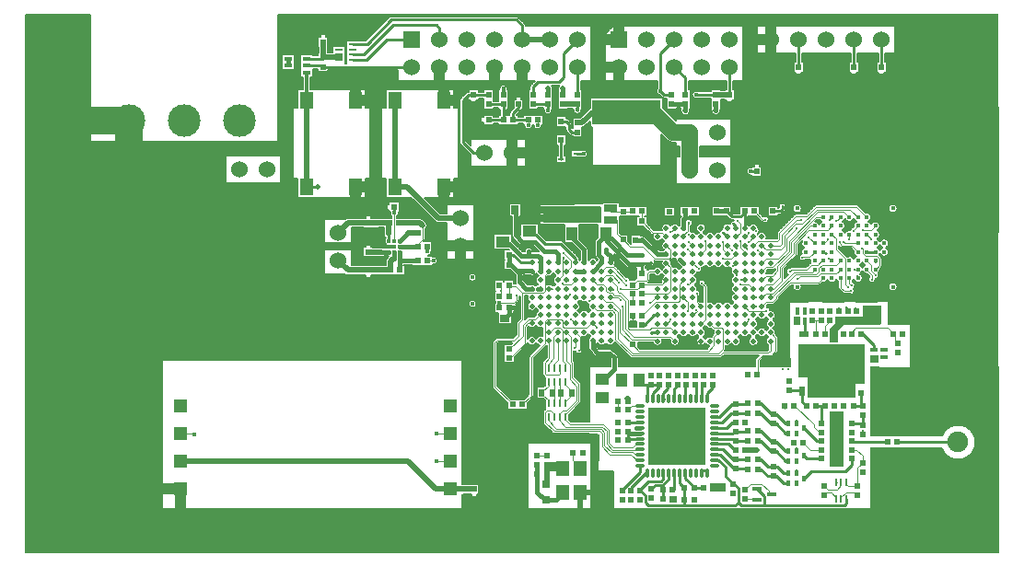
<source format=gbr>
G04 Layer_Physical_Order=8*
G04 Layer_Color=16711680*
%FSLAX25Y25*%
%MOIN*%
G70*
G01*
G75*
%ADD10C,0.00800*%
%ADD11R,0.02000X0.02200*%
%ADD12R,0.02200X0.02000*%
%ADD13R,0.02953X0.01102*%
%ADD14R,0.05118X0.06102*%
%ADD15R,0.24803X0.09055*%
%ADD16R,0.02362X0.02362*%
%ADD17R,0.05118X0.05118*%
%ADD18R,0.07874X0.07874*%
%ADD19C,0.07480*%
%ADD20R,0.03150X0.01378*%
%ADD21R,0.02362X0.00984*%
%ADD22C,0.01496*%
%ADD23R,0.04731X0.02962*%
%ADD24R,0.07874X0.03150*%
%ADD25R,0.05000X0.04000*%
%ADD26R,0.04000X0.05000*%
%ADD27R,0.03200X0.03000*%
%ADD28R,0.03000X0.03200*%
%ADD29R,0.02000X0.02800*%
%ADD30R,0.06700X0.07100*%
%ADD31R,0.02760X0.02560*%
%ADD32R,0.01063X0.02559*%
%ADD33R,0.03673X0.01800*%
%ADD34R,0.01102X0.02953*%
%ADD35R,0.02559X0.01378*%
%ADD36R,0.01378X0.02559*%
%ADD37C,0.01929*%
%ADD38C,0.01772*%
%ADD39R,0.05118X0.04134*%
%ADD40R,0.05118X0.02756*%
%ADD41R,0.02362X0.01969*%
%ADD42R,0.01772X0.02323*%
%ADD43R,0.01713X0.02323*%
%ADD44R,0.01693X0.01929*%
%ADD45R,0.20669X0.20669*%
%ADD46O,0.03543X0.01102*%
%ADD47O,0.01102X0.03543*%
%ADD48R,0.18189X0.07087*%
%ADD49R,0.02165X0.02165*%
%ADD50R,0.02165X0.03740*%
%ADD51R,0.03740X0.02165*%
%ADD52R,0.04724X0.05512*%
%ADD53R,0.03200X0.08000*%
%ADD54R,0.03200X0.03200*%
%ADD55R,0.08000X0.03200*%
%ADD56C,0.01000*%
%ADD57C,0.00400*%
%ADD58C,0.01100*%
%ADD59C,0.01500*%
%ADD60C,0.00550*%
%ADD61C,0.02000*%
%ADD62C,0.04000*%
%ADD63C,0.10000*%
%ADD64C,0.06000*%
%ADD65C,0.00500*%
%ADD66C,0.00900*%
%ADD67C,0.01200*%
%ADD68C,0.07000*%
%ADD69R,0.05920X0.00833*%
%ADD70R,0.05990X0.11986*%
%ADD71R,0.16936X0.24430*%
%ADD72R,0.30038X0.12269*%
%ADD73R,1.94518X0.13288*%
%ADD74R,0.11002X1.39306*%
%ADD75R,0.02936X0.01758*%
%ADD76C,0.06000*%
%ADD77C,0.21654*%
%ADD78R,0.06000X0.06000*%
%ADD79C,0.11800*%
%ADD80C,0.01200*%
%ADD81C,0.01600*%
%ADD82C,0.02000*%
G36*
X-14303Y80386D02*
X-17503D01*
Y86986D01*
X-24103D01*
Y90186D01*
X-14303D01*
Y80386D01*
D02*
G37*
G36*
X-162003Y86986D02*
X-168603D01*
Y80386D01*
X-171803D01*
Y90186D01*
X-162003D01*
Y86986D01*
D02*
G37*
G36*
X-54103Y50586D02*
X-60703D01*
Y43986D01*
X-63903D01*
Y53786D01*
X-54103D01*
Y50586D01*
D02*
G37*
G36*
X-14303Y46186D02*
X-14317D01*
Y42479D01*
X-25500D01*
Y53779D01*
X-24103D01*
Y53786D01*
X-17503D01*
Y60486D01*
X-14303D01*
Y46186D01*
D02*
G37*
G36*
X-57130Y42444D02*
X-59580D01*
Y45583D01*
X-57130D01*
Y42444D01*
D02*
G37*
G36*
X-28047Y42463D02*
X-41566D01*
X-43466Y40563D01*
Y36314D01*
X-46413D01*
Y41216D01*
X-44316Y43313D01*
Y45563D01*
X-34466D01*
Y49563D01*
X-28047D01*
Y42463D01*
D02*
G37*
G36*
X-28851Y28912D02*
X-31905D01*
Y31435D01*
X-28851D01*
Y28912D01*
D02*
G37*
G36*
X-60703Y27186D02*
X-70503D01*
Y30386D01*
X-63903D01*
Y36986D01*
X-60703D01*
Y27186D01*
D02*
G37*
G36*
X-14303Y24086D02*
X-24103D01*
Y27286D01*
X-17503D01*
Y33886D01*
X-14303D01*
Y24086D01*
D02*
G37*
G36*
X-126503Y27186D02*
X-133103D01*
Y20536D01*
X-136303D01*
Y30386D01*
X-126503D01*
Y27186D01*
D02*
G37*
G36*
X-27103Y24086D02*
X-28703D01*
Y17386D01*
X-31903D01*
Y27286D01*
X-27103D01*
Y24086D01*
D02*
G37*
G36*
X-33917Y21179D02*
X-37067D01*
Y16079D01*
X-54517D01*
Y23579D01*
X-57717D01*
Y35379D01*
X-33917D01*
Y21179D01*
D02*
G37*
G36*
X-168603Y2786D02*
X-161803D01*
Y-414D01*
X-171803D01*
Y9486D01*
X-168603D01*
Y2786D01*
D02*
G37*
G36*
X-129903Y-6914D02*
X-133103D01*
Y-414D01*
X-139803D01*
Y2786D01*
X-129903D01*
Y-6914D01*
D02*
G37*
G36*
X-148703Y-414D02*
X-155403D01*
Y-7114D01*
X-158603D01*
Y2786D01*
X-148703D01*
Y-414D01*
D02*
G37*
G36*
X-41417Y-8921D02*
X-46617D01*
Y11029D01*
X-41417D01*
Y-8921D01*
D02*
G37*
G36*
X-84299Y-17954D02*
X-89930D01*
Y-14842D01*
X-84299D01*
Y-17954D01*
D02*
G37*
G36*
X-101914Y-21930D02*
X-104414D01*
Y-19523D01*
X-101914D01*
Y-21930D01*
D02*
G37*
G36*
X-28703Y-27114D02*
X-38503D01*
Y-23914D01*
X-31903D01*
Y-17264D01*
X-28703D01*
Y-27114D01*
D02*
G37*
G36*
X-129903Y-23914D02*
X-123203D01*
Y-27114D01*
X-139803D01*
Y-23914D01*
X-133103D01*
Y-17214D01*
X-129903D01*
Y-23914D01*
D02*
G37*
G36*
X-155403D02*
X-148703D01*
Y-27114D01*
X-158603D01*
Y-17214D01*
X-155403D01*
Y-23914D01*
D02*
G37*
D10*
X-168600Y20262D02*
G03*
X-168337Y19626I900J0D01*
G01*
X-168600Y20262D02*
G03*
X-168337Y19626I900J0D01*
G01*
Y36686D02*
G03*
X-168600Y36050I636J-636D01*
G01*
X-168337Y36686D02*
G03*
X-168600Y36050I636J-636D01*
G01*
X-166800Y37850D02*
G03*
X-167437Y37586I0J-900D01*
G01*
X-166800Y37850D02*
G03*
X-167437Y37586I0J-900D01*
G01*
X-153781Y16343D02*
G03*
X-153517Y16979I-636J636D01*
G01*
X-153781Y16343D02*
G03*
X-153517Y16979I-636J636D01*
G01*
X-155054Y31515D02*
G03*
X-155317Y30879I636J-636D01*
G01*
X-155054Y31515D02*
G03*
X-155317Y30879I636J-636D01*
G01*
X-156181Y35343D02*
G03*
X-155917Y35979I-636J636D01*
G01*
X-156181Y35343D02*
G03*
X-155917Y35979I-636J636D01*
G01*
X-152738Y37544D02*
G03*
X-155843Y37544I-1553J-838D01*
G01*
X-155647Y41877D02*
G03*
X-152716Y42209I1357J1128D01*
G01*
X-174290Y50152D02*
G03*
X-174290Y50152I-1500J0D01*
G01*
X-190290Y64298D02*
G03*
X-188417Y65751I372J1453D01*
G01*
D02*
G03*
X-190290Y67204I-1500J0D01*
G01*
X-191802Y67550D02*
G03*
X-190718Y68991I-415J1441D01*
G01*
X-174290Y59751D02*
G03*
X-174290Y59751I-1500J0D01*
G01*
X-161592Y45354D02*
G03*
X-161167Y46379I-1025J1025D01*
G01*
X-161595Y45351D02*
G03*
X-161167Y46379I-1022J1028D01*
G01*
X-159637Y43653D02*
G03*
X-159900Y43017I636J-636D01*
G01*
X-159637Y43653D02*
G03*
X-159900Y43017I636J-636D01*
G01*
X-160717Y47302D02*
G03*
X-159350Y48750I-83J1448D01*
G01*
D02*
G03*
X-160055Y49994I-1450J0D01*
G01*
X-159164Y50884D02*
G03*
X-158900Y51520I-636J636D01*
G01*
X-159164Y50884D02*
G03*
X-158900Y51520I-636J636D01*
G01*
X-155417Y45479D02*
G03*
X-156054Y45215I0J-900D01*
G01*
X-155417Y45479D02*
G03*
X-156054Y45215I0J-900D01*
G01*
X-158900Y52212D02*
G03*
X-158567Y52738I-900J938D01*
G01*
X-155087Y50879D02*
G03*
X-152716Y48508I796J-1575D01*
G01*
X-155921Y53129D02*
G03*
X-155087Y50879I1630J-675D01*
G01*
X-160250Y58053D02*
G03*
X-160112Y57434I1450J0D01*
G01*
X-160250Y58053D02*
G03*
X-160112Y57434I1450J0D01*
G01*
X-157350Y60408D02*
G03*
X-156802Y60579I-150J1442D01*
G01*
X-152947Y56748D02*
G03*
X-155296Y57053I-1343J-1144D01*
G01*
X-158707Y71528D02*
G03*
X-157678Y71100I1028J1022D01*
G01*
X-158704Y71525D02*
G03*
X-157678Y71100I1025J1025D01*
G01*
X-154050Y69150D02*
G03*
X-156950Y69150I-1450J0D01*
G01*
X-146898Y3414D02*
G03*
X-146262Y3150I636J636D01*
G01*
X-146898Y3414D02*
G03*
X-146262Y3150I636J636D01*
G01*
X-150300Y7188D02*
G03*
X-150037Y6552I900J0D01*
G01*
X-150300Y7188D02*
G03*
X-150037Y6552I900J0D01*
G01*
Y11501D02*
G03*
X-150300Y10864I636J-636D01*
G01*
X-150037Y11501D02*
G03*
X-150300Y10864I636J-636D01*
G01*
X-150401Y24879D02*
G03*
X-150138Y24243I900J0D01*
G01*
X-150401Y24879D02*
G03*
X-150138Y24243I900J0D01*
G01*
Y29531D02*
G03*
X-150401Y28895I636J-636D01*
G01*
X-150138Y29531D02*
G03*
X-150401Y28895I636J-636D01*
G01*
X-136419Y21181D02*
G03*
X-136683Y21817I-900J0D01*
G01*
Y14141D02*
G03*
X-136419Y14777I-636J636D01*
G01*
Y21181D02*
G03*
X-136683Y21817I-900J0D01*
G01*
Y14141D02*
G03*
X-136419Y14777I-636J636D01*
G01*
X-138817Y28679D02*
G03*
X-139081Y29315I-900J0D01*
G01*
X-138817Y28679D02*
G03*
X-139081Y29315I-900J0D01*
G01*
X-155913Y36013D02*
G03*
X-152716Y35910I1623J693D01*
G01*
X-152716D02*
G03*
X-151574Y34995I1575J796D01*
G01*
X-150467Y38337D02*
G03*
X-152694Y37544I-674J-1631D01*
G01*
X-151937Y47729D02*
G03*
X-152905Y46139I796J-1575D01*
G01*
X-152716Y48508D02*
G03*
X-151937Y47729I1575J796D01*
G01*
X-152716Y42209D02*
G03*
X-150467Y41374I1575J796D01*
G01*
X-139217Y32989D02*
G03*
X-138574Y32991I317J1261D01*
G01*
X-138574Y32991D02*
G03*
X-136000Y33250I1274J258D01*
G01*
D02*
G03*
X-136067Y33662I-1300J0D01*
G01*
X-136968Y46951D02*
G03*
X-137747Y47729I-1575J-796D01*
G01*
X-133818Y46951D02*
G03*
X-136968Y46951I-1575J-796D01*
G01*
X-137747Y47729D02*
G03*
X-136778Y49304I-796J1575D01*
G01*
X-136067Y38225D02*
G03*
X-133818Y39059I674J1631D01*
G01*
X-152079Y57098D02*
G03*
X-152947Y56748I79J-1448D01*
G01*
X-146814Y56918D02*
G03*
X-148667Y57233I-1177J-1315D01*
G01*
X-151937Y60328D02*
G03*
X-151937Y57178I796J-1575D01*
G01*
X-146287Y56664D02*
G03*
X-146814Y56918I-814J-1014D01*
G01*
X-145638Y60328D02*
G03*
X-145638Y57178I796J-1575D01*
G01*
X-145665Y57164D02*
G03*
X-146287Y56664I465J-1214D01*
G01*
X-155457Y60579D02*
G03*
X-152716Y61107I1167J1324D01*
G01*
X-152716D02*
G03*
X-151937Y60328I1575J796D01*
G01*
X-151725Y69024D02*
G03*
X-152188Y69100I-464J-1374D01*
G01*
X-151725Y69024D02*
G03*
X-152188Y69100I-464J-1374D01*
G01*
X-148468Y60204D02*
G03*
X-146416Y61107I477J1699D01*
G01*
X-146416D02*
G03*
X-145638Y60328I1575J796D01*
G01*
X-137217Y66479D02*
G03*
X-137569Y67327I-1200J0D01*
G01*
X-136778Y49304D02*
G03*
X-137691Y50850I-1765J0D01*
G01*
Y50850D02*
G03*
X-136722Y51293I-9J1300D01*
G01*
X-137217Y66479D02*
G03*
X-137569Y67327I-1200J0D01*
G01*
X-136968Y65848D02*
G03*
X-137217Y66217I-1575J-796D01*
G01*
X-136722Y51293D02*
G03*
X-134738Y50815I1329J1160D01*
G01*
D02*
G03*
X-133865Y49999I1225J435D01*
G01*
X-133943Y69755D02*
G03*
X-134371Y70783I-1450J0D01*
G01*
X-133693Y34079D02*
G03*
X-133269Y33054I1450J0D01*
G01*
X-133693Y34079D02*
G03*
X-133265Y33051I1450J0D01*
G01*
X-131472Y31257D02*
G03*
X-130443Y30829I1028J1022D01*
G01*
X-131469Y31254D02*
G03*
X-130443Y30829I1025J1025D01*
G01*
X-133039Y38281D02*
G03*
X-133693Y35700I796J-1575D01*
G01*
X-133818Y39059D02*
G03*
X-133039Y38281I1575J796D01*
G01*
X-130668Y35910D02*
G03*
X-128197Y35186I1575J796D01*
G01*
D02*
G03*
X-127416Y35733I-303J1264D01*
G01*
X-122967Y30679D02*
G03*
X-123392Y31704I-1450J0D01*
G01*
X-122967Y30679D02*
G03*
X-123395Y31708I-1450J0D01*
G01*
X-124992Y33304D02*
G03*
X-126017Y33729I-1025J-1025D01*
G01*
X-124989Y33301D02*
G03*
X-126017Y33729I-1028J-1022D01*
G01*
X-118854Y30743D02*
G03*
X-118217Y30479I636J636D01*
G01*
X-118854Y30743D02*
G03*
X-118217Y30479I636J636D01*
G01*
X-127416Y35733D02*
G03*
X-124267Y36156I1472J973D01*
G01*
X-133865Y49999D02*
G03*
X-133039Y47729I1622J-695D01*
G01*
Y47729D02*
G03*
X-133818Y46951I796J-1575D01*
G01*
X-130668Y65848D02*
G03*
X-133818Y65848I-1575J-796D01*
G01*
X-124371Y64253D02*
G03*
X-124179Y65052I-1573J799D01*
G01*
D02*
G03*
X-124494Y66058I-1765J0D01*
G01*
X-133943Y69755D02*
G03*
X-134368Y70780I-1450J0D01*
G01*
X-131467Y67850D02*
G03*
X-131040Y66822I1450J0D01*
G01*
X-131467Y67850D02*
G03*
X-131043Y66825I1450J0D01*
G01*
X-124494Y67506D02*
G03*
X-124576Y67988I-1450J0D01*
G01*
X-124494Y67506D02*
G03*
X-124576Y67988I-1450J0D01*
G01*
X-118707Y58779D02*
G03*
X-120027Y59950I-1294J-129D01*
G01*
X-118565Y43979D02*
G03*
X-116836Y43979I864J971D01*
G01*
X-116313Y59474D02*
G03*
X-116854Y59215I96J-895D01*
G01*
X-116313Y59474D02*
G03*
X-116854Y59215I96J-895D01*
G01*
X-120046Y63457D02*
G03*
X-119017Y63029I1028J1022D01*
G01*
X-120043Y63454D02*
G03*
X-119017Y63029I1025J1025D01*
G01*
X-193218Y72990D02*
G03*
X-192955Y73627I-636J636D01*
G01*
X-193218Y72990D02*
G03*
X-192955Y73627I-636J636D01*
G01*
X-193571Y80600D02*
G03*
X-194775Y81100I-1204J-1200D01*
G01*
X-193573Y80602D02*
G03*
X-194775Y81100I-1202J-1202D01*
G01*
X-192955Y77037D02*
G03*
X-192155Y78479I-900J1442D01*
G01*
D02*
G03*
X-192653Y79681I-1700J0D01*
G01*
X-189265Y79867D02*
G03*
X-188061Y79368I1204J1200D01*
G01*
X-189263Y79865D02*
G03*
X-188061Y79368I1202J1202D01*
G01*
X-180405Y108527D02*
G03*
X-180054Y107679I1200J0D01*
G01*
X-180405Y108527D02*
G03*
X-180054Y107679I1200J0D01*
G01*
X-161567Y74874D02*
G03*
X-161144Y73966I1445J120D01*
G01*
X-161567Y74874D02*
G03*
X-161148Y73969I1445J120D01*
G01*
X-157057Y114930D02*
G03*
X-154070Y114731I1487J-200D01*
G01*
X-162019Y119990D02*
G03*
X-162370Y119142I848J-848D01*
G01*
X-162019Y119990D02*
G03*
X-162370Y119142I848J-848D01*
G01*
X-180054Y124676D02*
G03*
X-180405Y123827I848J-848D01*
G01*
X-180054Y124676D02*
G03*
X-180405Y123827I848J-848D01*
G01*
X-177250Y126982D02*
G03*
X-178099Y126631I0J-1200D01*
G01*
X-177250Y126982D02*
G03*
X-178099Y126631I0J-1200D01*
G01*
X-163070Y128051D02*
G03*
X-166024Y127682I-1500J0D01*
G01*
X-163116D02*
G03*
X-163070Y128051I-1454J369D01*
G01*
X-154653Y129550D02*
G03*
X-155005Y128702I848J-848D01*
G01*
X-154653Y129550D02*
G03*
X-155005Y128702I848J-848D01*
G01*
X-159083Y153900D02*
G03*
X-159931Y154251I-848J-848D01*
G01*
X-159083Y153900D02*
G03*
X-159931Y154251I-848J-848D01*
G01*
X-156614Y150934D02*
G03*
X-156965Y151782I-1200J0D01*
G01*
X-156614Y150934D02*
G03*
X-156965Y151782I-1200J0D01*
G01*
X-143040Y72799D02*
G03*
X-143888Y73150I-848J-848D01*
G01*
X-143040Y72799D02*
G03*
X-143888Y73150I-848J-848D01*
G01*
X-131040Y73678D02*
G03*
X-131467Y72650I1022J-1028D01*
G01*
X-131043Y73675D02*
G03*
X-131467Y72650I1025J-1025D01*
G01*
X-136293Y103128D02*
G03*
X-134031Y104420I762J1292D01*
G01*
X-140734Y111431D02*
G03*
X-139886Y111079I848J848D01*
G01*
X-140734Y111431D02*
G03*
X-139886Y111079I848J848D01*
G01*
X-134031Y104420D02*
G03*
X-136293Y105712I-1500J0D01*
G01*
X-153658Y114930D02*
G03*
X-150671Y114731I1487J-200D01*
G01*
X-149929Y120545D02*
G03*
X-146974Y120180I1455J-365D01*
G01*
X-142043Y113236D02*
G03*
X-141691Y112388I1200J0D01*
G01*
X-142043Y113236D02*
G03*
X-141691Y112388I1200J0D01*
G01*
X-139643Y115127D02*
G03*
X-139994Y115976I-1200J0D01*
G01*
X-139643Y115127D02*
G03*
X-139994Y115976I-1200J0D01*
G01*
X-141015Y116997D02*
G03*
X-141658Y117331I-848J-848D01*
G01*
X-141015Y116997D02*
G03*
X-141658Y117331I-848J-848D01*
G01*
X-139299Y120545D02*
G03*
X-136313Y120345I1487J-200D01*
G01*
X-146974Y120180D02*
G03*
X-147019Y120545I-1500J0D01*
G01*
X-146814Y127745D02*
G03*
X-146774Y128111I-1660J365D01*
G01*
D02*
G03*
X-147130Y129151I-1700J0D01*
G01*
X-144402Y129154D02*
G03*
X-144823Y127745I1258J-1143D01*
G01*
X-136013Y113992D02*
G03*
X-135013Y114479I-204J1688D01*
G01*
X-136013Y113992D02*
G03*
X-135015Y114477I-204J1688D01*
G01*
X-133213Y121036D02*
G03*
X-133489Y120812I929J-1424D01*
G01*
X-133213Y121036D02*
G03*
X-133487Y120814I929J-1424D01*
G01*
X-110524Y36279D02*
G03*
X-107025Y36607I1734J328D01*
G01*
D02*
G03*
X-107155Y37271I-1765J0D01*
G01*
X-104200Y37043D02*
G03*
X-100726Y36607I1710J-437D01*
G01*
X-91467Y35811D02*
G03*
X-90022Y34847I1575J796D01*
G01*
X-86217Y30479D02*
G03*
X-85581Y30743I0J900D01*
G01*
X-86217Y30479D02*
G03*
X-85581Y30743I0J900D01*
G01*
X-84404Y33279D02*
G03*
X-84267Y33757I-763J477D01*
G01*
X-84404Y33279D02*
G03*
X-84267Y33757I-763J477D01*
G01*
Y34976D02*
G03*
X-82018Y35811I674J1631D01*
G01*
X-82018D02*
G03*
X-78679Y36607I1575J796D01*
G01*
X-73125Y30486D02*
G03*
X-73388Y29850I636J-636D01*
G01*
X-73125Y30486D02*
G03*
X-73388Y29850I636J-636D01*
G01*
X-67617Y30679D02*
G03*
X-66981Y30943I0J900D01*
G01*
X-67617Y30679D02*
G03*
X-66981Y30943I0J900D01*
G01*
X-65381Y32543D02*
G03*
X-65117Y33179I-636J636D01*
G01*
X-65381Y32543D02*
G03*
X-65117Y33179I-636J636D01*
G01*
X-73248Y35087D02*
G03*
X-72251Y36351I-303J1264D01*
G01*
D02*
G03*
X-72424Y36999I-1300J0D01*
G01*
X-100726Y36607D02*
G03*
X-101695Y38181I-1765J0D01*
G01*
Y38181D02*
G03*
X-100916Y38960I-796J1575D01*
G01*
X-100916D02*
G03*
X-97766Y38960I1575J796D01*
G01*
D02*
G03*
X-95021Y38435I1575J796D01*
G01*
X-94547Y38835D02*
G03*
X-93838Y38181I1505J921D01*
G01*
X-95021Y38435D02*
G03*
X-94547Y38835I-577J1165D01*
G01*
X-111876Y58343D02*
G03*
X-111613Y58979I-636J636D01*
G01*
X-111876Y58343D02*
G03*
X-111613Y58979I-636J636D01*
G01*
X-94427Y55504D02*
G03*
X-95395Y57079I-1765J0D01*
G01*
D02*
G03*
X-94427Y58654I-796J1575D01*
G01*
X-106436Y60229D02*
G03*
X-107350Y58217I796J-1575D01*
G01*
X-93838Y38181D02*
G03*
X-91467Y35811I796J-1575D01*
G01*
Y37403D02*
G03*
X-92246Y38181I-1575J-796D01*
G01*
Y38181D02*
G03*
X-91277Y39756I-796J1575D01*
G01*
D02*
G03*
X-92246Y41331I-1765J0D01*
G01*
X-92367Y50836D02*
G03*
X-93479Y50915I-674J-1631D01*
G01*
X-92246Y41331D02*
G03*
X-91467Y42110I-796J1575D01*
G01*
X-89216Y38236D02*
G03*
X-91467Y37403I-677J-1630D01*
G01*
Y42110D02*
G03*
X-89455Y41196I1575J796D01*
G01*
X-93717Y52991D02*
G03*
X-93317Y53929I-900J938D01*
G01*
D02*
G03*
X-94450Y55219I-1300J0D01*
G01*
X-91400Y57650D02*
G03*
X-92673Y56350I-1300J0D01*
G01*
X-90567Y56417D02*
G03*
X-90831Y57053I-900J0D01*
G01*
X-90567Y56417D02*
G03*
X-90831Y57053I-900J0D01*
G01*
X-111759Y62703D02*
G03*
X-112396Y62440I0J-900D01*
G01*
X-111759Y62703D02*
G03*
X-112396Y62440I0J-900D01*
G01*
X-110308Y60903D02*
G03*
X-107215Y61007I1518J900D01*
G01*
X-107215D02*
G03*
X-106436Y60229I1575J796D01*
G01*
Y63378D02*
G03*
X-107215Y62599I796J-1575D01*
G01*
X-107215D02*
G03*
X-110308Y62703I-1575J-796D01*
G01*
X-111200Y63665D02*
G03*
X-110008Y64733I0J1200D01*
G01*
X-111200Y63665D02*
G03*
X-110008Y64733I0J1200D01*
G01*
D02*
G03*
X-109900Y65250I-1193J517D01*
G01*
X-95395Y60229D02*
G03*
X-94450Y61520I-796J1575D01*
G01*
X-94427Y58654D02*
G03*
X-95395Y60229I-1765J0D01*
G01*
X-94450Y61520D02*
G03*
X-92665Y62726I485J1206D01*
G01*
X-100137Y63378D02*
G03*
X-100916Y62599I796J-1575D01*
G01*
X-92665Y62726D02*
G03*
X-92759Y63211I-1300J0D01*
G01*
X-107270Y65629D02*
G03*
X-106436Y63378I1630J-676D01*
G01*
X-100916Y62599D02*
G03*
X-103176Y63429I-1575J-796D01*
G01*
Y63429D02*
G03*
X-103440Y64026I-899J-41D01*
G01*
X-103176Y63429D02*
G03*
X-103439Y64025I-899J-41D01*
G01*
X-103930Y64516D02*
G03*
X-103876Y64953I-1710J437D01*
G01*
X-101060Y64556D02*
G03*
X-100137Y63378I1719J397D01*
G01*
X-92759Y63211D02*
G03*
X-92145Y63433I-283J1742D01*
G01*
X-91364Y63980D02*
G03*
X-88996Y63433I1472J973D01*
G01*
X-92145D02*
G03*
X-91364Y63980I-303J1264D01*
G01*
X-78679Y36607D02*
G03*
X-79647Y38181I-1765J0D01*
G01*
X-78869Y38960D02*
G03*
X-75719Y38960I1575J796D01*
G01*
X-88954Y38818D02*
G03*
X-89216Y38236I636J-636D01*
G01*
X-88952Y38819D02*
G03*
X-89216Y38236I635J-638D01*
G01*
X-88373Y40431D02*
G03*
X-88452Y39319I1630J-675D01*
G01*
X-79647Y38181D02*
G03*
X-78869Y38960I-796J1575D01*
G01*
X-74940Y38181D02*
G03*
X-73248Y35087I796J-1575D01*
G01*
X-72424Y36999D02*
G03*
X-73348Y38181I-1720J-392D01*
G01*
X-75719Y38960D02*
G03*
X-74940Y38181I1575J796D01*
G01*
X-73348D02*
G03*
X-72569Y38960I-796J1575D01*
G01*
X-88952Y40693D02*
G03*
X-88373Y40431I636J636D01*
G01*
X-88952Y40693D02*
G03*
X-88373Y40431I636J636D01*
G01*
X-73348Y44481D02*
G03*
X-72569Y45259I-796J1575D01*
G01*
Y40552D02*
G03*
X-73348Y41331I-1575J-796D01*
G01*
X-72379Y42906D02*
G03*
X-73348Y44481I-1765J0D01*
G01*
X-73348Y41331D02*
G03*
X-72379Y42906I-796J1575D01*
G01*
X-72569Y38960D02*
G03*
X-69420Y38960I1575J796D01*
G01*
X-68641Y38181D02*
G03*
X-68745Y35089I796J-1575D01*
G01*
X-69420Y38960D02*
G03*
X-68641Y38181I1575J796D01*
G01*
X-69420Y40552D02*
G03*
X-72569Y40552I-1575J-796D01*
G01*
X-66135Y39319D02*
G03*
X-66080Y39756I-1710J437D01*
G01*
X-65117Y37929D02*
G03*
X-65381Y38565I-900J0D01*
G01*
X-65117Y37929D02*
G03*
X-65381Y38565I-900J0D01*
G01*
X-68641Y41331D02*
G03*
X-69420Y40552I796J-1575D01*
G01*
X-66080Y39756D02*
G03*
X-67049Y41331I-1765J0D01*
G01*
D02*
G03*
X-66080Y42906I-796J1575D01*
G01*
X-72569Y45259D02*
G03*
X-69420Y45259I1575J796D01*
G01*
X-68641Y44481D02*
G03*
X-68641Y41331I796J-1575D01*
G01*
X-69420Y45259D02*
G03*
X-68641Y44481I1575J796D01*
G01*
X-66080Y46055D02*
G03*
X-68023Y47811I-1765J0D01*
G01*
D02*
G03*
X-69249Y48948I-1290J-161D01*
G01*
X-66080Y42906D02*
G03*
X-67049Y44481I-1765J0D01*
G01*
Y44481D02*
G03*
X-66080Y46055I-796J1575D01*
G01*
X-88317Y50001D02*
G03*
X-90567Y50835I-1575J-796D01*
G01*
X-85168Y50001D02*
G03*
X-88317Y50001I-1575J-796D01*
G01*
X-82018Y50001D02*
G03*
X-85168Y50001I-1575J-796D01*
G01*
X-88996Y63433D02*
G03*
X-88214Y63980I-303J1264D01*
G01*
X-88214D02*
G03*
X-85176Y64141I1472J973D01*
G01*
D02*
G03*
X-83599Y63188I1263J309D01*
G01*
D02*
G03*
X-82736Y63410I6J1765D01*
G01*
D02*
G03*
X-81995Y62643I1223J440D01*
G01*
X-69230Y49205D02*
G03*
X-69285Y49642I-1765J0D01*
G01*
X-81239Y53929D02*
G03*
X-81239Y50780I796J-1575D01*
G01*
Y50780D02*
G03*
X-82018Y50001I796J-1575D01*
G01*
X-81239Y57079D02*
G03*
X-81239Y53929I796J-1575D01*
G01*
X-81326Y60182D02*
G03*
X-81239Y57079I882J-1528D01*
G01*
X-67207Y49880D02*
G03*
X-66571Y50143I0J900D01*
G01*
X-67207Y49880D02*
G03*
X-66571Y50143I0J900D01*
G01*
X-65112Y51603D02*
G03*
X-64848Y52239I-636J636D01*
G01*
X-65112Y51603D02*
G03*
X-64848Y52239I-636J636D01*
G01*
X-81995Y62643D02*
G03*
X-81364Y60298I1552J-839D01*
G01*
X-69364Y61129D02*
G03*
X-69230Y61803I-1630J675D01*
G01*
D02*
G03*
X-69285Y62240I-1765J0D01*
G01*
X-67087Y62478D02*
G03*
X-66450Y62742I0J900D01*
G01*
X-67087Y62478D02*
G03*
X-66450Y62742I0J900D01*
G01*
X-5946Y-2200D02*
G03*
X6340Y0I5946J2200D01*
G01*
D02*
G03*
X-5826Y2500I-6340J0D01*
G01*
X-41907Y54114D02*
G03*
X-41271Y53850I636J636D01*
G01*
X-41907Y54114D02*
G03*
X-41271Y53850I636J636D01*
G01*
X-39628D02*
G03*
X-37390Y54750I938J900D01*
G01*
X-60879Y63150D02*
G03*
X-61530Y60706I-34J-1300D01*
G01*
X-59798Y56950D02*
G03*
X-56554Y56306I1558J-644D01*
G01*
D02*
G03*
X-56682Y56950I-1686J0D01*
G01*
X-60313Y63350D02*
G03*
X-60879Y63150I0J-900D01*
G01*
X-60313Y63350D02*
G03*
X-60879Y63150I0J-900D01*
G01*
X-43392Y55971D02*
G03*
X-43128Y55335I900J0D01*
G01*
X-50397Y56950D02*
G03*
X-49759Y57215I0J900D01*
G01*
X-50397Y56950D02*
G03*
X-49760Y57214I0J900D01*
G01*
X-43392Y55971D02*
G03*
X-43128Y55335I900J0D01*
G01*
X-37390Y54750D02*
G03*
X-37843Y55736I-1300J0D01*
G01*
X-37843D02*
G03*
X-37213Y56850I-670J1114D01*
G01*
X-49163Y57811D02*
G03*
X-47216Y58854I372J1644D01*
G01*
X-47216D02*
G03*
X-44067Y58854I1575J602D01*
G01*
X-53442Y64988D02*
G03*
X-53749Y64786I329J-838D01*
G01*
X-53442Y64988D02*
G03*
X-53749Y64786I329J-838D01*
G01*
X-44067Y58854D02*
G03*
X-43392Y58030I1575J602D01*
G01*
X-37213Y56850D02*
G03*
X-38298Y58132I-1300J0D01*
G01*
X-37768Y58854D02*
G03*
X-34507Y59455I1575J602D01*
G01*
X-38298Y58132D02*
G03*
X-37768Y58854I-1044J1323D01*
G01*
X-35591Y61030D02*
G03*
X-34618Y62003I-602J1575D01*
G01*
X-34507Y59455D02*
G03*
X-35591Y61030I-1686J0D01*
G01*
X-35591Y64180D02*
G03*
X-34618Y65153I-602J1575D01*
G01*
Y63207D02*
G03*
X-35591Y64180I-1575J-602D01*
G01*
X-32100Y59888D02*
G03*
X-29900Y58950I900J-938D01*
G01*
X-29916Y59150D02*
G03*
X-28600Y60450I16J1300D01*
G01*
X-34618Y62003D02*
G03*
X-32820Y60934I1575J602D01*
G01*
X-33645Y64180D02*
G03*
X-34618Y63207I602J-1575D01*
G01*
Y65153D02*
G03*
X-33645Y64180I1575J602D01*
G01*
X-28600Y60450D02*
G03*
X-28881Y61257I-1300J0D01*
G01*
D02*
G03*
X-28208Y62605I-1013J1348D01*
G01*
D02*
G03*
X-28249Y62977I-1686J0D01*
G01*
X-27771Y63454D02*
G03*
X-27508Y64091I-636J636D01*
G01*
X-27771Y63454D02*
G03*
X-27508Y64091I-636J636D01*
G01*
X-21909Y56306D02*
G03*
X-21909Y56306I-1686J0D01*
G01*
X-112989Y74201D02*
G03*
X-113713Y74597I-1028J-1022D01*
G01*
D02*
G03*
X-114917Y74865I-888J-1147D01*
G01*
X-112992Y74204D02*
G03*
X-113713Y74597I-1025J-1025D01*
G01*
X-111054Y75343D02*
G03*
X-110419Y75079I636J636D01*
G01*
X-111054Y75343D02*
G03*
X-110419Y75079I636J636D01*
G01*
X-109900Y65250D02*
G03*
X-109968Y65663I-1300J0D01*
G01*
X-107784Y69553D02*
G03*
X-108649Y69862I-1006J-1450D01*
G01*
X-106436Y72827D02*
G03*
X-106436Y69677I796J-1575D01*
G01*
X-110419Y75079D02*
G03*
X-107215Y73606I1630J-677D01*
G01*
X-103876Y64953D02*
G03*
X-104091Y65799I-1765J0D01*
G01*
X-102215Y66360D02*
G03*
X-101744Y65177I1446J-110D01*
G01*
X-107215Y73606D02*
G03*
X-106436Y72827I1575J796D01*
G01*
X-103336Y66554D02*
G03*
X-102215Y66360I846J1549D01*
G01*
X-104065Y78347D02*
G03*
X-107272Y76879I-1575J-796D01*
G01*
X-96381Y76156D02*
G03*
X-96872Y76473I-932J-906D01*
G01*
X-100916Y78347D02*
G03*
X-104065Y78347I-1575J-796D01*
G01*
X-96013Y79393D02*
G03*
X-97443Y80687I-1300J0D01*
G01*
X-100299Y81739D02*
G03*
X-100791Y80650I958J-1089D01*
G01*
X-100299Y81739D02*
G03*
X-100791Y80650I958J-1089D01*
G01*
X-100299Y81739D02*
G03*
X-100791Y80650I958J-1089D01*
G01*
X-97443Y80687D02*
G03*
X-97399Y81042I-1406J355D01*
G01*
X-97443Y80687D02*
G03*
X-97399Y81042I-1406J355D01*
G01*
X-94727Y75387D02*
G03*
X-96381Y76156I-1464J-985D01*
G01*
X-94335Y75603D02*
G03*
X-94727Y75387I422J-1230D01*
G01*
X-91467Y75198D02*
G03*
X-92246Y75977I-1575J-796D01*
G01*
X-88317Y75198D02*
G03*
X-91467Y75198I-1575J-796D01*
G01*
X-86388Y76130D02*
G03*
X-88317Y75198I-355J-1729D01*
G01*
X-93838Y75977D02*
G03*
X-94335Y75603I796J-1575D01*
G01*
X-92246Y75977D02*
G03*
X-91277Y77551I-796J1575D01*
G01*
X-96866Y78172D02*
G03*
X-96013Y79393I-447J1221D01*
G01*
X-91277Y77551D02*
G03*
X-93838Y75977I-1765J0D01*
G01*
X-85328Y77230D02*
G03*
X-86388Y76130I228J-1280D01*
G01*
X-82613Y79019D02*
G03*
X-85328Y77230I-980J-1467D01*
G01*
X-75719Y78347D02*
G03*
X-76094Y78845I-1575J-796D01*
G01*
X-72388Y77729D02*
G03*
X-75719Y78347I-1756J-178D01*
G01*
X-72701Y75417D02*
G03*
X-71813Y76650I-412J1233D01*
G01*
D02*
G03*
X-72388Y77729I-1300J0D01*
G01*
X-82737Y80901D02*
G03*
X-81888Y80550I848J848D01*
G01*
X-82737Y80901D02*
G03*
X-81888Y80550I848J848D01*
G01*
X-81179Y80343D02*
G03*
X-82613Y79019I-134J-1293D01*
G01*
X-74722Y99511D02*
G03*
X-74722Y96619I-400J-1446D01*
G01*
X-105598Y109593D02*
G03*
X-102982Y108509I2616J2616D01*
G01*
X-105598Y109593D02*
G03*
X-102982Y108509I2616J2616D01*
G01*
X-100364Y120547D02*
G03*
X-97039Y120047I1625J-500D01*
G01*
D02*
G03*
X-97114Y120547I-1700J0D01*
G01*
X-107247Y124939D02*
G03*
X-106810Y124699I785J908D01*
G01*
D02*
G03*
X-106462Y124647I348J1148D01*
G01*
X-107247Y124939D02*
G03*
X-106810Y124699I785J908D01*
G01*
D02*
G03*
X-106462Y124647I348J1148D01*
G01*
X-108908Y127993D02*
G03*
X-107920Y125608I1200J-900D01*
G01*
X-94007Y127047D02*
G03*
X-94007Y124647I-900J-1200D01*
G01*
X-86007Y120147D02*
G03*
X-86055Y120547I-1700J0D01*
G01*
X-89360D02*
G03*
X-86007Y120147I1652J-400D01*
G01*
X-69230Y74402D02*
G03*
X-72569Y75198I-1765J0D01*
G01*
X-69364Y73727D02*
G03*
X-69230Y74402I-1630J675D01*
G01*
X-65354Y76366D02*
G03*
X-65617Y75730I636J-636D01*
G01*
X-65354Y76366D02*
G03*
X-65617Y75730I636J-636D01*
G01*
X-71325Y80014D02*
G03*
X-70688Y79750I636J636D01*
G01*
X-71325Y80014D02*
G03*
X-70688Y79750I636J636D01*
G01*
X-70651D02*
G03*
X-68413Y80650I938J900D01*
G01*
D02*
G03*
X-70471Y81706I-1300J0D01*
G01*
X-58181Y67343D02*
G03*
X-57917Y67979I-636J636D01*
G01*
X-58181Y67343D02*
G03*
X-57917Y67979I-636J636D01*
G01*
X-56584Y68121D02*
G03*
X-55257Y66091I271J-1271D01*
G01*
X-55692Y70479D02*
G03*
X-56584Y68121I602J-1575D01*
G01*
X-56527Y72936D02*
G03*
X-55692Y70479I1436J-883D01*
G01*
X-64300Y82579D02*
G03*
X-63452Y82930I0J1200D01*
G01*
X-58681Y82666D02*
G03*
X-59317Y82402I0J-900D01*
G01*
X-58681Y82666D02*
G03*
X-59317Y82402I0J-900D01*
G01*
X-64300Y82579D02*
G03*
X-63452Y82930I0J1200D01*
G01*
X-62781Y83601D02*
G03*
X-62429Y84450I-848J848D01*
G01*
X-62781Y83601D02*
G03*
X-62429Y84450I-848J848D01*
G01*
Y84885D02*
G03*
X-62300Y85450I-1171J565D01*
G01*
D02*
G03*
X-64829Y85026I-1300J0D01*
G01*
X-56554Y84652D02*
G03*
X-56554Y84652I-1686J0D01*
G01*
X-53584Y66133D02*
G03*
X-53442Y64988I1643J-378D01*
G01*
X-37768Y66356D02*
G03*
X-40204Y67204I-1575J-602D01*
G01*
X-36795Y67329D02*
G03*
X-37768Y66356I602J-1575D01*
G01*
X-37837Y69276D02*
G03*
X-36795Y67329I1644J-372D01*
G01*
X-28595Y67830D02*
G03*
X-28319Y68303I-1299J1075D01*
G01*
X-42649Y70614D02*
G03*
X-42013Y70350I636J636D01*
G01*
X-42649Y70614D02*
G03*
X-42013Y70350I636J636D01*
G01*
X-28321Y69512D02*
G03*
X-29292Y70479I-1572J-608D01*
G01*
D02*
G03*
X-28319Y71452I-602J1575D01*
G01*
Y72655D02*
G03*
X-29292Y73629I-1575J-602D01*
G01*
X-27508Y66370D02*
G03*
X-27771Y67006I-900J0D01*
G01*
X-27508Y66370D02*
G03*
X-27771Y67006I-900J0D01*
G01*
X-28319Y68303D02*
G03*
X-25058Y68904I1575J602D01*
G01*
X-27346Y70479D02*
G03*
X-28316Y69512I602J-1575D01*
G01*
X-25058Y68904D02*
G03*
X-26142Y70479I-1686J0D01*
G01*
X-29292Y73629D02*
G03*
X-28208Y75203I-602J1575D01*
G01*
X-28319Y71452D02*
G03*
X-27346Y70479I1575J602D01*
G01*
X-25058Y72054D02*
G03*
X-28319Y72655I-1686J0D01*
G01*
X-28208Y75203D02*
G03*
X-29292Y76778I-1686J0D01*
G01*
X-26142Y70479D02*
G03*
X-25058Y72054I-602J1575D01*
G01*
X-40917Y75805D02*
G03*
X-41890Y76778I-1575J-602D01*
G01*
Y76778D02*
G03*
X-40806Y78353I-602J1575D01*
G01*
X-50366Y78955D02*
G03*
X-51757Y80029I-1575J-602D01*
G01*
X-49393Y79928D02*
G03*
X-50366Y78955I602J-1575D01*
G01*
X-40806Y78353D02*
G03*
X-41890Y79928I-1686J0D01*
G01*
X-38985Y76851D02*
G03*
X-40917Y75805I-358J-1647D01*
G01*
X-37881Y77937D02*
G03*
X-38985Y76851I181J-1287D01*
G01*
X-51463Y86000D02*
G03*
X-52099Y85736I0J-900D01*
G01*
X-51463Y86000D02*
G03*
X-52099Y85736I0J-900D01*
G01*
X-50217Y80603D02*
G03*
X-49393Y79928I1426J900D01*
G01*
X-41890D02*
G03*
X-40917Y80901I-602J1575D01*
G01*
D02*
G03*
X-37768Y80901I1575J602D01*
G01*
X-36795Y79928D02*
G03*
X-37837Y77982I602J-1575D01*
G01*
X-31468Y78955D02*
G03*
X-32442Y79928I-1575J-602D01*
G01*
X-28208Y78353D02*
G03*
X-31468Y78955I-1686J0D01*
G01*
X-37768Y80901D02*
G03*
X-36795Y79928I1575J602D01*
G01*
X-29292Y76778D02*
G03*
X-28208Y78353I-602J1575D01*
G01*
X-31357Y81503D02*
G03*
X-33415Y83147I-1686J0D01*
G01*
X-36004Y85736D02*
G03*
X-36641Y86000I-636J-636D01*
G01*
X-36004Y85736D02*
G03*
X-36641Y86000I-636J-636D01*
G01*
X-32442Y79928D02*
G03*
X-31357Y81503I-602J1575D01*
G01*
X-21909Y84652D02*
G03*
X-21909Y84652I-1686J0D01*
G01*
X-337578Y-14097D02*
X-288141D01*
X-337578Y-13097D02*
X-288141D01*
X-337578Y-13597D02*
X-288141D01*
X-337578Y-15597D02*
X-288141D01*
X-337578Y-16097D02*
X-288141D01*
X-337578Y-14597D02*
X-288141D01*
X-337578Y-15097D02*
X-288141D01*
X-337578Y-10097D02*
X-288141D01*
X-337578Y-10597D02*
X-288141D01*
X-337578Y-9097D02*
X-288141D01*
X-337578Y-9597D02*
X-288141D01*
X-337578Y-12097D02*
X-288141D01*
X-337578Y-12597D02*
X-288141D01*
X-337578Y-11097D02*
X-288141D01*
X-337578Y-11597D02*
X-288141D01*
X-337578Y-21597D02*
X-288141D01*
X-337578Y-22097D02*
X-288141D01*
X-337578Y-20597D02*
X-288141D01*
X-337578Y-21097D02*
X-288141D01*
X-337578Y-23597D02*
X-288141D01*
X-337578Y-24097D02*
X-288141D01*
X-337578Y-22597D02*
X-288141D01*
X-337578Y-23097D02*
X-288141D01*
X-337578Y-17597D02*
X-288141D01*
X-337578Y-18097D02*
X-288141D01*
X-337578Y-16597D02*
X-288141D01*
X-337578Y-17097D02*
X-288141D01*
X-337578Y-19597D02*
X-288141D01*
X-337578Y-20097D02*
X-288141D01*
X-337578Y-18597D02*
X-288141D01*
X-337578Y-19097D02*
X-288141D01*
X-337578Y1403D02*
X-288141D01*
X-337578Y15403D02*
X-288141D01*
X-337578Y14903D02*
X-288141D01*
X-337578Y-97D02*
X-288141D01*
X-337578Y-597D02*
X-288141D01*
X-337578Y903D02*
X-288141D01*
X-337578Y403D02*
X-288141D01*
X-337578Y19903D02*
X-288141D01*
X-337578Y19403D02*
X-288141D01*
X-337578Y20903D02*
X-288141D01*
X-337578Y20403D02*
X-288141D01*
X-337578Y17903D02*
X-288141D01*
X-337578Y15903D02*
X-288141D01*
X-337578Y18903D02*
X-288141D01*
X-337578Y18403D02*
X-288141D01*
X-337578Y-6097D02*
X-288141D01*
X-337578Y-6597D02*
X-288141D01*
X-337578Y-5097D02*
X-288141D01*
X-337578Y-5597D02*
X-288141D01*
X-337578Y-8097D02*
X-288141D01*
X-337578Y-8597D02*
X-288141D01*
X-337578Y-7097D02*
X-288141D01*
X-337578Y-7597D02*
X-288141D01*
X-337578Y-2097D02*
X-288141D01*
X-337578Y-2597D02*
X-288141D01*
X-337578Y-1097D02*
X-288141D01*
X-337578Y-1597D02*
X-288141D01*
X-337578Y-4097D02*
X-288141D01*
X-337578Y-4597D02*
X-288141D01*
X-337578Y-3097D02*
X-288141D01*
X-337578Y-3597D02*
X-288141D01*
X-337578Y1903D02*
X-288141D01*
X-337578Y2903D02*
X-288141D01*
X-337578Y2403D02*
X-288141D01*
X-286737Y-39894D02*
Y-24130D01*
X-286237Y-39894D02*
Y-24130D01*
X-287737Y-39894D02*
Y-24130D01*
X-287237Y-39894D02*
Y-24130D01*
X-337578Y5903D02*
X-288141D01*
X-337578Y5403D02*
X-288141D01*
X-337578Y6903D02*
X-288141D01*
X-337578Y6403D02*
X-288141D01*
X-337578Y3903D02*
X-288141D01*
X-337578Y3403D02*
X-288141D01*
X-337578Y4903D02*
X-288141D01*
X-337578Y4403D02*
X-288141D01*
X-280737Y-39894D02*
Y-24130D01*
X-280237Y-39894D02*
Y-24130D01*
X-281737Y-39894D02*
Y-24130D01*
X-281237Y-39894D02*
Y-24130D01*
X-278737Y-39894D02*
Y-24130D01*
X-278237Y-39894D02*
Y-24130D01*
X-279737Y-39894D02*
Y-24130D01*
X-279237Y-39894D02*
Y-24130D01*
X-284737Y-39894D02*
Y-24130D01*
X-284237Y-39894D02*
Y-24130D01*
X-285737Y-39894D02*
Y-24130D01*
X-285237Y-39894D02*
Y-24130D01*
X-282737Y-39894D02*
Y-24130D01*
X-282237Y-39894D02*
Y-24130D01*
X-283737Y-39894D02*
Y-24130D01*
X-283237Y-39894D02*
Y-24130D01*
X-337578Y22403D02*
X-288141D01*
X-337578Y23403D02*
X-288141D01*
X-337578Y22903D02*
X-288141D01*
X-337578Y17403D02*
X-288141D01*
X-337578Y16903D02*
X-288141D01*
X-337578Y21903D02*
X-288141D01*
X-337578Y21403D02*
X-288141D01*
X-337578Y26403D02*
X-288141D01*
X-337578Y25903D02*
X-288141D01*
X-337578Y27403D02*
X-288141D01*
X-337578Y26903D02*
X-288141D01*
X-337578Y24403D02*
X-288141D01*
X-337578Y23903D02*
X-288141D01*
X-337578Y25403D02*
X-288141D01*
X-337578Y24903D02*
X-288141D01*
X-337578Y9903D02*
X-288141D01*
X-337578Y9403D02*
X-288141D01*
X-337578Y10903D02*
X-288141D01*
X-337578Y10403D02*
X-288141D01*
X-337578Y7903D02*
X-288141D01*
X-337578Y7403D02*
X-288141D01*
X-337578Y8903D02*
X-288141D01*
X-337578Y8403D02*
X-288141D01*
X-337578Y13903D02*
X-288141D01*
X-337578Y13403D02*
X-288141D01*
X-337578Y16403D02*
X-288141D01*
X-337578Y14403D02*
X-288141D01*
X-337578Y11903D02*
X-288141D01*
X-337578Y11403D02*
X-288141D01*
X-337578Y12903D02*
X-288141D01*
X-337578Y12403D02*
X-288141D01*
X-332737Y-39894D02*
Y154770D01*
X-333737Y-39894D02*
Y154770D01*
X-333237Y-39894D02*
Y154770D01*
X-331237Y-39894D02*
Y154770D01*
X-330737Y-39894D02*
Y154770D01*
X-332237Y-39894D02*
Y154770D01*
X-331737Y-39894D02*
Y154770D01*
X-336737Y-39894D02*
Y154770D01*
X-336237Y-39894D02*
Y154770D01*
X-337578Y-39894D02*
Y154770D01*
X-337237Y-39894D02*
Y154770D01*
X-334737Y-39894D02*
Y154770D01*
X-334237Y-39894D02*
Y154770D01*
X-335737Y-39894D02*
Y154770D01*
X-335237Y-39894D02*
Y154770D01*
X-325237Y-39894D02*
Y154770D01*
X-324737Y-39894D02*
Y154770D01*
X-326237Y-39894D02*
Y154770D01*
X-325737Y-39894D02*
Y154770D01*
X-313737Y-39894D02*
Y108663D01*
X-313237Y-39894D02*
Y108663D01*
X-324237Y-39894D02*
Y154770D01*
X-323737Y-39894D02*
Y154770D01*
X-329237Y-39894D02*
Y154770D01*
X-328737Y-39894D02*
Y154770D01*
X-330237Y-39894D02*
Y154770D01*
X-329737Y-39894D02*
Y154770D01*
X-327237Y-39894D02*
Y154770D01*
X-326737Y-39894D02*
Y154770D01*
X-328237Y-39894D02*
Y154770D01*
X-327737Y-39894D02*
Y154770D01*
X-318237Y-39894D02*
Y154770D01*
X-319237Y-39894D02*
Y154770D01*
X-318737Y-39894D02*
Y154770D01*
X-316737Y-39894D02*
Y154770D01*
X-316237Y-39894D02*
Y154770D01*
X-317737Y-39894D02*
Y154770D01*
X-317237Y-39894D02*
Y154770D01*
X-322237Y-39894D02*
Y154770D01*
X-321737Y-39894D02*
Y154770D01*
X-323237Y-39894D02*
Y154770D01*
X-322737Y-39894D02*
Y154770D01*
X-320237Y-39894D02*
Y154770D01*
X-319737Y-39894D02*
Y154770D01*
X-321237Y-39894D02*
Y154770D01*
X-320737Y-39894D02*
Y154770D01*
X-337578Y28403D02*
X-288141D01*
X-337578Y27903D02*
X-288141D01*
X-337578Y29403D02*
X-288141D01*
X-337578Y28903D02*
X-288141D01*
X-311737Y-39894D02*
Y108663D01*
X-311237Y-39894D02*
Y108663D01*
X-312737Y-39894D02*
Y108663D01*
X-312237Y-39894D02*
Y108663D01*
X-314737Y-39894D02*
Y154770D01*
X-314237Y-39894D02*
Y154770D01*
X-315737Y-39894D02*
Y154770D01*
X-315237Y-39894D02*
Y154770D01*
X-309737Y-39894D02*
Y108663D01*
X-309237Y-39894D02*
Y108663D01*
X-310737Y-39894D02*
Y108663D01*
X-310237Y-39894D02*
Y108663D01*
X-303737Y-39894D02*
Y108663D01*
X-304737Y-39894D02*
Y108663D01*
X-304237Y-39894D02*
Y108663D01*
X-302237Y-39894D02*
Y108663D01*
X-301737Y-39894D02*
Y108663D01*
X-303237Y-39894D02*
Y108663D01*
X-302737Y-39894D02*
Y108663D01*
X-307737Y-39894D02*
Y108663D01*
X-307237Y-39894D02*
Y108663D01*
X-308737Y-39894D02*
Y108663D01*
X-308237Y-39894D02*
Y108663D01*
X-305737Y-39894D02*
Y108663D01*
X-305237Y-39894D02*
Y108663D01*
X-306737Y-39894D02*
Y108663D01*
X-306237Y-39894D02*
Y108663D01*
X-296237Y-39894D02*
Y108663D01*
X-295737Y-39894D02*
Y108663D01*
X-297237Y-39894D02*
Y108663D01*
X-296737Y-39894D02*
Y108663D01*
X-294237Y-39894D02*
Y108663D01*
X-293737Y-39894D02*
Y108663D01*
X-295237Y-39894D02*
Y108663D01*
X-294737Y-39894D02*
Y108663D01*
X-300237Y-39894D02*
Y108663D01*
X-299737Y-39894D02*
Y108663D01*
X-301237Y-39894D02*
Y108663D01*
X-300737Y-39894D02*
Y108663D01*
X-298237Y-39894D02*
Y108663D01*
X-297737Y-39894D02*
Y108663D01*
X-299237Y-39894D02*
Y108663D01*
X-298737Y-39894D02*
Y108663D01*
X-292237Y-39894D02*
Y108663D01*
X-291737Y-39894D02*
Y108663D01*
X-293237Y-39894D02*
Y108663D01*
X-292737Y-39894D02*
Y108663D01*
X-291237Y-39894D02*
Y108663D01*
X-290737Y-39894D02*
Y108663D01*
X-290237Y-39894D02*
Y108663D01*
X-288141Y-24130D02*
Y29695D01*
X-288737Y-39894D02*
Y108663D01*
X-288237Y-39894D02*
Y108663D01*
X-289737Y-39894D02*
Y108663D01*
X-289237Y-39894D02*
Y108663D01*
X-286737Y29695D02*
Y108663D01*
X-286237Y29695D02*
Y108663D01*
X-287737Y29695D02*
Y108663D01*
X-287237Y29695D02*
Y108663D01*
X-280737Y29695D02*
Y108663D01*
X-280237Y29695D02*
Y108663D01*
X-281737Y29695D02*
Y108663D01*
X-281237Y29695D02*
Y108663D01*
X-278737Y29695D02*
Y108663D01*
X-278237Y29695D02*
Y108663D01*
X-279737Y29695D02*
Y108663D01*
X-279237Y29695D02*
Y108663D01*
X-284737Y29695D02*
Y108663D01*
X-284237Y29695D02*
Y108663D01*
X-285737Y29695D02*
Y108663D01*
X-285237Y29695D02*
Y108663D01*
X-282737Y29695D02*
Y108663D01*
X-282237Y29695D02*
Y108663D01*
X-283737Y29695D02*
Y108663D01*
X-283237Y29695D02*
Y108663D01*
X-272737Y-39894D02*
Y-24130D01*
X-273737Y-39894D02*
Y-24130D01*
X-273237Y-39894D02*
Y-24130D01*
X-271237Y-39894D02*
Y-24130D01*
X-270737Y-39894D02*
Y-24130D01*
X-272237Y-39894D02*
Y-24130D01*
X-271737Y-39894D02*
Y-24130D01*
X-276737Y-39894D02*
Y-24130D01*
X-276237Y-39894D02*
Y-24130D01*
X-277737Y-39894D02*
Y-24130D01*
X-277237Y-39894D02*
Y-24130D01*
X-274737Y-39894D02*
Y-24130D01*
X-274237Y-39894D02*
Y-24130D01*
X-275737Y-39894D02*
Y-24130D01*
X-275237Y-39894D02*
Y-24130D01*
X-266237Y-39894D02*
Y-24130D01*
X-265737Y-39894D02*
Y-24130D01*
X-337578Y-39597D02*
X-181882D01*
X-337578Y-39894D02*
X-181882D01*
X-264237D02*
Y-24130D01*
X-263737Y-39894D02*
Y-24130D01*
X-265237Y-39894D02*
Y-24130D01*
X-264737Y-39894D02*
Y-24130D01*
X-269237Y-39894D02*
Y-24130D01*
X-268737Y-39894D02*
Y-24130D01*
X-270237Y-39894D02*
Y-24130D01*
X-269737Y-39894D02*
Y-24130D01*
X-267237Y-39894D02*
Y-24130D01*
X-266737Y-39894D02*
Y-24130D01*
X-268237Y-39894D02*
Y-24130D01*
X-267737Y-39894D02*
Y-24130D01*
X-337578Y-29097D02*
X-181882D01*
X-337578Y-28097D02*
X-181882D01*
X-337578Y-28597D02*
X-181882D01*
X-337578Y-30597D02*
X-181882D01*
X-337578Y-31097D02*
X-181882D01*
X-337578Y-29597D02*
X-181882D01*
X-337578Y-30097D02*
X-181882D01*
X-337578Y-27097D02*
X-181882D01*
X-337578Y-27597D02*
X-181882D01*
X-337578Y-26097D02*
X-181882D01*
X-337578Y-26597D02*
X-181882D01*
X-337578Y-25097D02*
X-181882D01*
X-337578Y-25597D02*
X-181882D01*
X-288141Y-24130D02*
X-181882D01*
X-337578Y-24597D02*
X-181882D01*
X-337578Y-36597D02*
X-181882D01*
X-337578Y-37097D02*
X-181882D01*
X-337578Y-35597D02*
X-181882D01*
X-337578Y-36097D02*
X-181882D01*
X-337578Y-38597D02*
X-181882D01*
X-337578Y-39097D02*
X-181882D01*
X-337578Y-37597D02*
X-181882D01*
X-337578Y-38097D02*
X-181882D01*
X-337578Y-32597D02*
X-181882D01*
X-337578Y-33097D02*
X-181882D01*
X-337578Y-31597D02*
X-181882D01*
X-337578Y-32097D02*
X-181882D01*
X-337578Y-34597D02*
X-181882D01*
X-337578Y-35097D02*
X-181882D01*
X-337578Y-33597D02*
X-181882D01*
X-337578Y-34097D02*
X-181882D01*
X-242237Y-39894D02*
Y-24130D01*
X-243237Y-39894D02*
Y-24130D01*
X-242737Y-39894D02*
Y-24130D01*
X-240237Y-39894D02*
Y-24130D01*
X-239737Y-39894D02*
Y-24130D01*
X-241737Y-39894D02*
Y-24130D01*
X-240737Y-39894D02*
Y-24130D01*
X-246237Y-39894D02*
Y-24130D01*
X-245737Y-39894D02*
Y-24130D01*
X-247237Y-39894D02*
Y-24130D01*
X-246737Y-39894D02*
Y-24130D01*
X-244237Y-39894D02*
Y-24130D01*
X-243737Y-39894D02*
Y-24130D01*
X-245237Y-39894D02*
Y-24130D01*
X-244737Y-39894D02*
Y-24130D01*
X-232737Y-39894D02*
Y-24130D01*
X-232237Y-39894D02*
Y-24130D01*
X-233737Y-39894D02*
Y-24130D01*
X-233237Y-39894D02*
Y-24130D01*
X-230737Y-39894D02*
Y-24130D01*
X-230237Y-39894D02*
Y-24130D01*
X-231737Y-39894D02*
Y-24130D01*
X-231237Y-39894D02*
Y-24130D01*
X-238237Y-39894D02*
Y-24130D01*
X-237737Y-39894D02*
Y-24130D01*
X-239237Y-39894D02*
Y-24130D01*
X-238737Y-39894D02*
Y-24130D01*
X-235237Y-39894D02*
Y-24130D01*
X-234237Y-39894D02*
Y-24130D01*
X-237237Y-39894D02*
Y-24130D01*
X-236737Y-39894D02*
Y-24130D01*
X-258237Y-39894D02*
Y-24130D01*
X-257737Y-39894D02*
Y-24130D01*
X-259237Y-39894D02*
Y-24130D01*
X-258737Y-39894D02*
Y-24130D01*
X-256237Y-39894D02*
Y-24130D01*
X-255737Y-39894D02*
Y-24130D01*
X-257237Y-39894D02*
Y-24130D01*
X-256737Y-39894D02*
Y-24130D01*
X-262237Y-39894D02*
Y-24130D01*
X-261737Y-39894D02*
Y-24130D01*
X-263237Y-39894D02*
Y-24130D01*
X-262737Y-39894D02*
Y-24130D01*
X-260237Y-39894D02*
Y-24130D01*
X-259737Y-39894D02*
Y-24130D01*
X-261237Y-39894D02*
Y-24130D01*
X-260737Y-39894D02*
Y-24130D01*
X-250237Y-39894D02*
Y-24130D01*
X-249737Y-39894D02*
Y-24130D01*
X-251237Y-39894D02*
Y-24130D01*
X-250737Y-39894D02*
Y-24130D01*
X-248237Y-39894D02*
Y-24130D01*
X-247737Y-39894D02*
Y-24130D01*
X-249237Y-39894D02*
Y-24130D01*
X-248737Y-39894D02*
Y-24130D01*
X-254237Y-39894D02*
Y-24130D01*
X-253737Y-39894D02*
Y-24130D01*
X-255237Y-39894D02*
Y-24130D01*
X-254737Y-39894D02*
Y-24130D01*
X-252237Y-39894D02*
Y-24130D01*
X-251737Y-39894D02*
Y-24130D01*
X-253237Y-39894D02*
Y-24130D01*
X-252737Y-39894D02*
Y-24130D01*
X-272737Y29695D02*
Y108663D01*
X-273737Y29695D02*
Y108663D01*
X-273237Y29695D02*
Y108663D01*
X-271237Y29695D02*
Y108663D01*
X-270737Y29695D02*
Y108663D01*
X-272237Y29695D02*
Y108663D01*
X-271737Y29695D02*
Y108663D01*
X-276737Y29695D02*
Y108663D01*
X-276237Y29695D02*
Y108663D01*
X-277737Y29695D02*
Y108663D01*
X-277237Y29695D02*
Y108663D01*
X-274737Y29695D02*
Y108663D01*
X-274237Y29695D02*
Y108663D01*
X-275737Y29695D02*
Y108663D01*
X-275237Y29695D02*
Y108663D01*
X-262237Y29695D02*
Y93928D01*
X-261737Y29695D02*
Y93928D01*
X-262737Y29695D02*
Y93928D01*
X-288141Y29695D02*
X-181882D01*
X-260237D02*
Y93928D01*
X-259737Y29695D02*
Y93928D01*
X-261237Y29695D02*
Y93928D01*
X-260737Y29695D02*
Y93928D01*
X-269237Y29695D02*
Y108663D01*
X-267737Y29695D02*
Y108663D01*
X-270237Y29695D02*
Y108663D01*
X-269737Y29695D02*
Y108663D01*
X-263737Y29695D02*
Y93928D01*
X-263237Y29695D02*
Y93928D01*
X-267237Y29695D02*
Y108663D01*
X-264237Y29695D02*
Y93928D01*
X-337578Y31903D02*
X-181882D01*
X-337578Y32903D02*
X-181882D01*
X-337578Y32403D02*
X-181882D01*
X-337578Y30403D02*
X-181882D01*
X-337578Y29903D02*
X-181882D01*
X-337578Y31403D02*
X-181882D01*
X-337578Y30903D02*
X-181882D01*
X-268237Y29695D02*
Y108663D01*
X-266737Y29695D02*
Y108663D01*
X-268737Y29695D02*
Y108663D01*
X-337578Y33403D02*
X-181882D01*
X-265237Y29695D02*
Y108663D01*
X-264737Y29695D02*
Y93928D01*
X-266237Y29695D02*
Y108663D01*
X-265737Y29695D02*
Y108663D01*
X-337578Y36403D02*
X-181882D01*
X-337578Y35903D02*
X-181882D01*
X-337578Y37403D02*
X-181882D01*
X-337578Y36903D02*
X-181882D01*
X-337578Y34403D02*
X-181882D01*
X-337578Y33903D02*
X-181882D01*
X-337578Y35403D02*
X-181882D01*
X-337578Y34903D02*
X-181882D01*
X-337578Y40403D02*
X-181882D01*
X-337578Y39903D02*
X-181882D01*
X-337578Y41403D02*
X-181882D01*
X-337578Y40903D02*
X-181882D01*
X-337578Y38403D02*
X-181882D01*
X-337578Y37903D02*
X-181882D01*
X-337578Y39403D02*
X-181882D01*
X-337578Y38903D02*
X-181882D01*
X-253237Y29695D02*
Y93928D01*
X-255237Y29695D02*
Y93928D01*
X-253737Y29695D02*
Y93928D01*
X-251737Y29695D02*
Y93928D01*
X-251237Y29695D02*
Y93928D01*
X-252737Y29695D02*
Y93928D01*
X-252237Y29695D02*
Y93928D01*
X-258237Y29695D02*
Y93928D01*
X-257737Y29695D02*
Y93928D01*
X-259237Y29695D02*
Y93928D01*
X-258737Y29695D02*
Y93928D01*
X-256237Y29695D02*
Y93928D01*
X-255737Y29695D02*
Y93928D01*
X-257237Y29695D02*
Y93928D01*
X-256737Y29695D02*
Y93928D01*
X-245737Y29695D02*
Y93928D01*
X-245237Y29695D02*
Y93928D01*
X-246737Y29695D02*
Y93928D01*
X-246237Y29695D02*
Y93928D01*
X-235737Y-39894D02*
Y-24130D01*
X-234737Y-39894D02*
Y-24130D01*
X-241237Y-39894D02*
Y-24130D01*
X-236237Y-39894D02*
Y-24130D01*
X-249737Y29695D02*
Y93928D01*
X-249237Y29695D02*
Y93928D01*
X-250737Y29695D02*
Y93928D01*
X-250237Y29695D02*
Y93928D01*
X-247737Y29695D02*
Y93928D01*
X-247237Y29695D02*
Y93928D01*
X-248737Y29695D02*
Y93928D01*
X-248237Y29695D02*
Y93928D01*
X-240737Y29695D02*
Y95474D01*
X-240237Y29695D02*
Y95474D01*
X-254737Y29695D02*
Y93928D01*
X-254237Y29695D02*
Y93928D01*
X-238737Y29695D02*
Y88585D01*
X-238237Y29695D02*
Y88585D01*
X-239737Y29695D02*
Y95474D01*
X-239237Y29695D02*
Y88585D01*
X-243737Y29695D02*
Y134863D01*
X-243237Y29695D02*
Y134863D01*
X-244737Y29695D02*
Y134863D01*
X-244237Y29695D02*
Y134863D01*
X-241737Y29695D02*
Y134863D01*
X-241237Y29695D02*
Y134863D01*
X-242737Y29695D02*
Y134863D01*
X-242237Y29695D02*
Y134863D01*
X-232737Y29695D02*
Y88585D01*
X-232237Y29695D02*
Y88585D01*
X-233737Y29695D02*
Y88585D01*
X-233237Y29695D02*
Y88585D01*
X-230737Y29695D02*
Y88585D01*
X-230237Y29695D02*
Y88585D01*
X-231737Y29695D02*
Y88585D01*
X-231237Y29695D02*
Y88585D01*
X-236737Y29695D02*
Y88585D01*
X-236237Y29695D02*
Y88585D01*
X-237737Y29695D02*
Y88585D01*
X-237237Y29695D02*
Y88585D01*
X-234737Y29695D02*
Y88585D01*
X-234237Y29695D02*
Y88585D01*
X-235737Y29695D02*
Y88585D01*
X-235237Y29695D02*
Y88585D01*
X-337578Y96403D02*
X-265088D01*
X-337578Y97403D02*
X-265088D01*
X-337578Y96903D02*
X-265088D01*
X-337578Y94903D02*
X-265088D01*
X-337578Y94403D02*
X-265088D01*
X-337578Y95903D02*
X-265088D01*
X-337578Y95403D02*
X-265088D01*
X-337578Y98403D02*
X-265088D01*
X-337578Y97903D02*
X-265088D01*
X-337578Y99403D02*
X-265088D01*
X-337578Y98903D02*
X-265088D01*
X-337578Y99903D02*
X-265088D01*
Y93928D02*
Y103928D01*
X-337578Y100903D02*
X-265088D01*
X-337578Y100403D02*
X-265088D01*
X-337578Y101903D02*
X-265088D01*
X-337578Y101403D02*
X-265088D01*
X-337578Y102903D02*
X-265088D01*
X-337578Y102403D02*
X-265088D01*
X-337578Y103403D02*
X-265088D01*
Y93928D02*
X-245088D01*
X-337578Y103903D02*
X-265088D01*
Y103928D02*
X-245088D01*
X-261737D02*
Y108663D01*
X-261237Y103928D02*
Y108663D01*
X-262737Y103928D02*
Y108663D01*
X-262237Y103928D02*
Y108663D01*
X-259737Y103928D02*
Y108663D01*
X-259237Y103928D02*
Y108663D01*
X-260737Y103928D02*
Y108663D01*
X-260237Y103928D02*
Y108663D01*
X-337578Y110903D02*
X-313990D01*
X-337578Y111903D02*
X-313990D01*
X-337578Y111403D02*
X-313990D01*
X-337578Y109403D02*
X-313990D01*
X-337578Y108903D02*
X-313990D01*
X-337578Y110403D02*
X-313990D01*
X-337578Y109903D02*
X-313990D01*
X-337578Y115903D02*
X-313990D01*
X-337578Y115403D02*
X-313990D01*
X-337578Y116903D02*
X-313990D01*
X-337578Y116403D02*
X-313990D01*
X-337578Y112903D02*
X-313990D01*
X-337578Y112403D02*
X-313990D01*
X-337578Y113903D02*
X-313990D01*
X-337578Y113403D02*
X-313990D01*
X-337578Y106903D02*
X-240857D01*
X-337578Y106403D02*
X-240857D01*
X-337578Y107903D02*
X-240857D01*
X-337578Y107403D02*
X-240857D01*
X-337578Y104903D02*
X-240857D01*
X-337578Y104403D02*
X-240857D01*
X-337578Y105903D02*
X-240857D01*
X-337578Y105403D02*
X-240857D01*
X-313990Y108663D02*
X-246190D01*
X-337578Y108403D02*
X-240857D01*
X-337578Y114903D02*
X-313990D01*
X-337578Y114403D02*
X-313990D01*
X-263737Y103928D02*
Y108663D01*
X-263237Y103928D02*
Y108663D01*
X-264737Y103928D02*
Y108663D01*
X-264237Y103928D02*
Y108663D01*
X-246737Y103928D02*
Y108663D01*
X-247737Y103928D02*
Y108663D01*
X-247237Y103928D02*
Y108663D01*
X-245088Y93928D02*
Y103928D01*
Y97903D02*
X-240857D01*
X-246237Y103928D02*
Y108663D01*
X-245088Y98403D02*
X-240857D01*
X-251237Y103928D02*
Y108663D01*
X-250737Y103928D02*
Y108663D01*
X-255737Y103928D02*
Y108663D01*
X-255237Y103928D02*
Y108663D01*
X-249237Y103928D02*
Y108663D01*
X-248237Y103928D02*
Y108663D01*
X-250237Y103928D02*
Y108663D01*
X-249737Y103928D02*
Y108663D01*
X-245088Y98903D02*
X-240857D01*
X-245088Y97403D02*
X-240857D01*
X-245088Y99903D02*
X-240857D01*
X-245088Y99403D02*
X-240857D01*
X-245088Y95903D02*
X-240857D01*
X-245088Y94403D02*
X-239282D01*
X-245088Y96903D02*
X-240857D01*
X-245088Y96403D02*
X-240857D01*
X-245088Y102903D02*
X-240857D01*
X-245088Y102403D02*
X-240857D01*
X-245088Y103903D02*
X-240857D01*
X-245088Y103403D02*
X-240857D01*
X-245088Y100903D02*
X-240857D01*
X-245088Y100403D02*
X-240857D01*
X-245088Y101903D02*
X-240857D01*
X-245088Y101403D02*
X-240857D01*
X-257737Y103928D02*
Y108663D01*
X-258737Y103928D02*
Y108663D01*
X-258237Y103928D02*
Y108663D01*
X-256237Y103928D02*
Y108663D01*
X-254737Y103928D02*
Y108663D01*
X-257237Y103928D02*
Y108663D01*
X-256737Y103928D02*
Y108663D01*
X-253237Y103928D02*
Y108663D01*
X-252737Y103928D02*
Y108663D01*
X-254237Y103928D02*
Y108663D01*
X-253737Y103928D02*
Y108663D01*
X-252237Y103928D02*
Y108663D01*
X-251737Y103928D02*
Y108663D01*
X-248737Y103928D02*
Y108663D01*
X-246190Y108903D02*
X-240857D01*
X-246190Y111903D02*
X-240857D01*
X-246190Y111403D02*
X-240857D01*
X-246190Y112903D02*
X-240857D01*
X-246190Y112403D02*
X-240857D01*
X-246190Y109903D02*
X-240857D01*
X-246190Y109403D02*
X-240857D01*
X-246190Y110903D02*
X-240857D01*
X-246190Y110403D02*
X-240857D01*
X-246190Y115903D02*
X-240857D01*
X-246190Y115403D02*
X-240857D01*
X-246190Y116903D02*
X-240857D01*
X-246190Y116403D02*
X-240857D01*
X-246190Y113903D02*
X-240857D01*
X-246190Y113403D02*
X-240857D01*
X-246190Y114903D02*
X-240857D01*
X-246190Y114403D02*
X-240857D01*
X-337578Y127403D02*
X-313990D01*
X-337578Y128403D02*
X-313990D01*
X-337578Y127903D02*
X-313990D01*
X-337578Y125903D02*
X-313990D01*
X-337578Y125403D02*
X-313990D01*
X-337578Y126903D02*
X-313990D01*
X-337578Y126403D02*
X-313990D01*
X-337578Y131403D02*
X-313990D01*
X-337578Y130903D02*
X-313990D01*
X-337578Y132403D02*
X-313990D01*
X-337578Y131903D02*
X-313990D01*
X-337578Y129403D02*
X-313990D01*
X-337578Y128903D02*
X-313990D01*
X-337578Y130403D02*
X-313990D01*
X-337578Y129903D02*
X-313990D01*
X-337578Y119903D02*
X-313990D01*
X-337578Y119403D02*
X-313990D01*
X-337578Y120903D02*
X-313990D01*
X-337578Y120403D02*
X-313990D01*
X-337578Y117903D02*
X-313990D01*
X-337578Y117403D02*
X-313990D01*
X-337578Y118903D02*
X-313990D01*
X-337578Y118403D02*
X-313990D01*
X-337578Y123903D02*
X-313990D01*
X-337578Y123403D02*
X-313990D01*
X-337578Y124903D02*
X-313990D01*
X-337578Y124403D02*
X-313990D01*
X-337578Y121903D02*
X-313990D01*
X-337578Y121403D02*
X-313990D01*
X-337578Y122903D02*
X-313990D01*
X-337578Y122403D02*
X-313990D01*
X-337578Y149403D02*
X-313990D01*
X-337578Y150403D02*
X-313990D01*
X-337578Y149903D02*
X-313990D01*
X-337578Y147903D02*
X-313990D01*
X-337578Y140903D02*
X-313990D01*
X-337578Y148903D02*
X-313990D01*
X-337578Y148403D02*
X-313990D01*
X-337578Y153403D02*
X-313990D01*
X-337578Y152903D02*
X-313990D01*
X-337578Y154770D02*
X-313990D01*
X-337578Y153903D02*
X-313990D01*
X-337578Y151403D02*
X-313990D01*
X-337578Y150903D02*
X-313990D01*
X-337578Y152403D02*
X-313990D01*
X-337578Y151903D02*
X-313990D01*
X-337578Y135403D02*
X-313990D01*
X-337578Y134903D02*
X-313990D01*
X-337578Y136403D02*
X-313990D01*
X-337578Y135903D02*
X-313990D01*
X-337578Y133403D02*
X-313990D01*
X-337578Y132903D02*
X-313990D01*
X-337578Y134403D02*
X-313990D01*
X-337578Y133903D02*
X-313990D01*
X-337578Y139403D02*
X-313990D01*
X-337578Y138903D02*
X-313990D01*
X-337578Y140403D02*
X-313990D01*
X-337578Y139903D02*
X-313990D01*
X-337578Y137403D02*
X-313990D01*
X-337578Y136903D02*
X-313990D01*
X-337578Y138403D02*
X-313990D01*
X-337578Y137903D02*
X-313990D01*
X-246190Y135903D02*
X-244806D01*
X-246190Y136903D02*
X-244806D01*
X-246190Y136403D02*
X-244806D01*
X-246190Y119903D02*
X-240857D01*
X-246190Y118903D02*
X-240857D01*
X-246190Y135403D02*
X-244806D01*
X-246190Y134903D02*
X-244806D01*
X-246190Y108663D02*
Y154770D01*
X-245737Y103928D02*
Y154770D01*
X-313990Y108663D02*
Y154770D01*
X-246190Y137403D02*
X-244806D01*
X-245237Y103928D02*
Y154770D01*
X-244806Y134863D02*
Y137423D01*
Y137841D01*
Y137423D02*
Y137841D01*
X-246190Y117903D02*
X-240857D01*
X-246190Y117403D02*
X-240857D01*
X-246190Y119403D02*
X-240857D01*
X-246190Y118403D02*
X-240857D01*
X-246190Y120403D02*
X-240857D01*
Y95474D02*
Y121065D01*
X-246190Y120903D02*
X-240857D01*
X-246190Y126403D02*
X-239282D01*
X-240737Y121065D02*
Y134863D01*
X-240237Y121065D02*
Y134863D01*
X-244806D02*
X-240057D01*
X-246190Y126903D02*
X-239282D01*
X-240057Y134863D02*
Y137423D01*
X-239737Y121065D02*
Y154770D01*
X-240057Y137423D02*
Y137841D01*
Y137423D02*
Y137841D01*
X-337578Y142903D02*
X-313990D01*
X-337578Y142403D02*
X-313990D01*
X-337578Y143903D02*
X-313990D01*
X-337578Y143403D02*
X-313990D01*
X-246190Y138903D02*
X-244806D01*
X-246190Y138403D02*
X-244806D01*
X-337578Y141903D02*
X-313990D01*
X-337578Y141403D02*
X-313990D01*
X-337578Y146903D02*
X-313990D01*
X-337578Y146403D02*
X-313990D01*
X-337578Y154403D02*
X-313990D01*
X-337578Y147403D02*
X-313990D01*
X-337578Y144903D02*
X-313990D01*
X-337578Y144403D02*
X-313990D01*
X-337578Y145903D02*
X-313990D01*
X-337578Y145403D02*
X-313990D01*
X-246190Y137903D02*
X-244806D01*
Y137841D02*
Y140401D01*
X-246190Y139903D02*
X-244806D01*
X-246190Y139403D02*
X-244806D01*
X-243737Y140401D02*
Y154770D01*
X-240057Y137841D02*
Y140401D01*
X-244237D02*
Y154770D01*
X-244806Y140401D02*
X-240057D01*
X-242737D02*
Y154770D01*
X-242237Y140401D02*
Y154770D01*
X-244737Y140401D02*
Y154770D01*
X-243237Y140401D02*
Y154770D01*
X-240737Y140401D02*
Y154770D01*
X-240237Y140401D02*
Y154770D01*
X-241737Y140401D02*
Y154770D01*
X-241237Y140401D02*
Y154770D01*
X-337578Y51903D02*
X-181882D01*
X-337578Y52903D02*
X-181882D01*
X-337578Y52403D02*
X-181882D01*
X-337578Y50403D02*
X-181882D01*
X-337578Y49903D02*
X-181882D01*
X-337578Y51403D02*
X-181882D01*
X-337578Y50903D02*
X-181882D01*
X-337578Y55903D02*
X-181882D01*
X-337578Y55403D02*
X-181882D01*
X-337578Y56903D02*
X-181882D01*
X-337578Y56403D02*
X-181882D01*
X-337578Y53903D02*
X-181882D01*
X-337578Y53403D02*
X-181882D01*
X-337578Y54903D02*
X-181882D01*
X-337578Y54403D02*
X-181882D01*
X-337578Y44403D02*
X-181882D01*
X-337578Y43903D02*
X-181882D01*
X-337578Y45403D02*
X-181882D01*
X-337578Y44903D02*
X-181882D01*
X-337578Y42403D02*
X-181882D01*
X-337578Y41903D02*
X-181882D01*
X-337578Y43403D02*
X-181882D01*
X-337578Y42903D02*
X-181882D01*
X-337578Y48403D02*
X-181882D01*
X-337578Y47903D02*
X-181882D01*
X-337578Y49403D02*
X-181882D01*
X-337578Y48903D02*
X-181882D01*
X-337578Y46403D02*
X-181882D01*
X-337578Y45903D02*
X-181882D01*
X-337578Y47403D02*
X-181882D01*
X-337578Y46903D02*
X-181882D01*
X-337578Y62903D02*
X-229376D01*
X-337578Y63903D02*
X-229376D01*
X-337578Y63403D02*
X-229376D01*
X-337578Y61403D02*
X-229376D01*
X-337578Y60903D02*
X-229376D01*
X-337578Y62403D02*
X-229376D01*
X-337578Y61903D02*
X-229376D01*
X-337578Y68903D02*
X-229376D01*
X-337578Y66403D02*
X-229376D01*
X-337578Y72403D02*
X-229376D01*
X-337578Y69403D02*
X-229376D01*
X-337578Y64903D02*
X-229376D01*
X-337578Y64403D02*
X-229376D01*
X-337578Y65903D02*
X-229376D01*
X-337578Y65403D02*
X-229376D01*
X-337578Y59903D02*
X-214527D01*
X-337578Y59403D02*
X-214527D01*
X-337578Y66903D02*
X-229376D01*
X-337578Y60403D02*
X-214527D01*
X-337578Y57903D02*
X-181882D01*
X-337578Y57403D02*
X-181882D01*
X-337578Y58903D02*
X-181882D01*
X-337578Y58403D02*
X-181882D01*
X-337578Y70403D02*
X-215327D01*
X-337578Y70903D02*
X-214527D01*
X-337578Y71903D02*
X-214527D01*
X-337578Y71403D02*
X-214527D01*
X-337578Y67903D02*
X-229376D01*
X-337578Y67403D02*
X-229376D01*
X-337578Y68403D02*
X-229376D01*
X-337578Y69903D02*
X-215327D01*
X-337578Y74903D02*
X-229376D01*
X-337578Y75903D02*
X-229376D01*
X-337578Y75403D02*
X-229376D01*
X-337578Y73403D02*
X-229376D01*
X-337578Y72903D02*
X-229376D01*
X-337578Y74403D02*
X-229376D01*
X-337578Y73903D02*
X-229376D01*
X-337578Y78903D02*
X-229376D01*
X-337578Y78403D02*
X-229376D01*
X-337578Y79903D02*
X-229376D01*
X-337578Y79403D02*
X-229376D01*
X-337578Y76903D02*
X-229376D01*
X-337578Y76403D02*
X-229376D01*
X-337578Y77903D02*
X-229376D01*
X-337578Y77403D02*
X-229376D01*
X-337578Y82403D02*
X-214392D01*
X-337578Y82903D02*
X-205591D01*
X-337578Y83903D02*
X-205991D01*
X-337578Y83403D02*
X-205591D01*
X-337578Y80403D02*
X-229376D01*
X-337578Y80903D02*
X-221887D01*
X-337578Y81903D02*
X-214392D01*
X-337578Y81403D02*
X-214392D01*
X-337578Y86903D02*
X-205991D01*
X-337578Y86403D02*
X-205991D01*
X-337578Y87903D02*
X-197446D01*
X-337578Y87403D02*
X-196946D01*
X-337578Y84903D02*
X-207492D01*
X-337578Y84403D02*
X-207492D01*
X-337578Y85903D02*
X-207492D01*
X-337578Y85403D02*
X-207492D01*
X-337578Y91403D02*
X-239282D01*
X-337578Y90903D02*
X-239282D01*
X-337578Y92403D02*
X-239282D01*
X-337578Y91903D02*
X-239282D01*
X-337578Y89403D02*
X-239282D01*
X-337578Y88903D02*
X-239282D01*
X-337578Y90403D02*
X-239282D01*
X-337578Y89903D02*
X-239282D01*
X-337578Y93403D02*
X-239282D01*
X-337578Y92903D02*
X-239282D01*
X-246190Y124903D02*
X-239282D01*
X-337578Y93903D02*
X-239282D01*
X-245088Y94903D02*
X-239282D01*
Y88585D02*
Y95474D01*
X-240857D02*
X-239282D01*
X-245088Y95403D02*
X-239282D01*
X-246190Y121403D02*
X-239282D01*
X-337578Y88403D02*
X-197946D01*
X-246190Y123403D02*
X-239282D01*
X-246190Y121903D02*
X-239282D01*
X-240857Y121065D02*
X-239282D01*
Y88585D02*
X-214479D01*
X-246190Y122903D02*
X-239282D01*
X-246190Y122403D02*
X-239282D01*
X-246190Y124403D02*
X-239282D01*
X-246190Y123903D02*
X-239282D01*
X-246190Y125903D02*
X-239282D01*
X-246190Y125403D02*
X-239282D01*
X-246190Y127403D02*
X-239282D01*
Y121065D02*
Y127955D01*
X-246190Y127903D02*
X-239282D01*
X-234439Y127955D02*
X-214479D01*
X-246190Y132403D02*
X-238113D01*
X-246190Y133403D02*
X-238113D01*
X-246190Y132903D02*
X-238113D01*
X-246190Y133903D02*
X-238113D01*
Y132305D02*
Y134863D01*
Y135282D01*
X-246190Y134403D02*
X-238113D01*
X-239237Y127955D02*
Y154770D01*
X-240057Y137903D02*
X-238113D01*
X-240057Y139403D02*
X-238113D01*
X-240057Y138403D02*
X-238113D01*
X-238737Y127955D02*
Y154770D01*
X-238237Y127955D02*
Y154770D01*
X-238113Y137423D02*
Y137841D01*
Y134863D02*
Y135282D01*
X-246190Y130403D02*
X-237039D01*
X-246190Y129903D02*
X-237039D01*
X-246190Y131403D02*
X-237039D01*
X-246190Y130903D02*
X-237039D01*
X-246190Y128403D02*
X-237039D01*
X-239282Y127955D02*
X-237039D01*
X-246190Y129403D02*
X-237039D01*
X-246190Y128903D02*
X-237039D01*
X-240057Y134903D02*
X-238113D01*
X-246190Y131903D02*
X-237039D01*
X-240057Y135903D02*
X-238113D01*
X-240057Y135403D02*
X-238113D01*
X-240057Y136903D02*
X-238113D01*
X-240057Y136403D02*
X-238113D01*
X-240057Y138903D02*
X-238113D01*
X-240057Y137403D02*
X-238113D01*
X-246190Y141903D02*
X-231577D01*
X-246190Y142903D02*
X-231577D01*
X-246190Y142403D02*
X-231577D01*
X-240057Y139903D02*
X-238113D01*
X-246190Y140403D02*
X-231677D01*
X-246190Y140903D02*
X-231677D01*
X-246190Y141403D02*
X-231577D01*
X-246190Y145903D02*
X-231677D01*
X-246190Y145403D02*
X-231677D01*
X-246190Y146403D02*
X-231677D01*
X-246190Y146903D02*
X-230877D01*
X-246190Y143903D02*
X-231677D01*
X-246190Y143403D02*
X-231677D01*
X-246190Y144903D02*
X-231677D01*
X-246190Y144403D02*
X-231677D01*
X-246190Y149403D02*
X-210621D01*
X-246190Y149903D02*
X-210121D01*
X-246190Y150403D02*
X-209621D01*
X-246190Y150903D02*
X-209121D01*
X-246190Y147903D02*
X-230877D01*
X-246190Y147403D02*
X-230877D01*
X-246190Y148403D02*
X-211621D01*
X-246190Y148903D02*
X-211121D01*
X-246190Y153403D02*
X-206621D01*
X-246190Y153903D02*
X-206121D01*
X-246190Y154770D02*
X-181882D01*
X-246190Y154403D02*
X-181882D01*
X-246190Y151403D02*
X-208621D01*
X-246190Y151903D02*
X-208121D01*
X-246190Y152403D02*
X-207621D01*
X-246190Y152903D02*
X-207121D01*
X-237237Y127955D02*
Y132305D01*
X-237737Y127955D02*
Y132305D01*
X-238113D02*
X-237039D01*
X-234439Y127955D02*
Y132305D01*
X-234237Y127955D02*
Y132305D01*
X-233737Y127955D02*
Y132305D01*
X-234439D02*
X-233364D01*
X-237039Y127955D02*
Y132305D01*
X-233237Y127955D02*
Y135152D01*
X-233364Y132305D02*
Y134863D01*
Y134403D02*
X-231677D01*
X-232737Y127955D02*
Y135152D01*
X-232237Y127955D02*
Y135152D01*
X-231737Y127955D02*
Y135152D01*
X-231677Y134033D02*
Y135152D01*
X-234439Y130903D02*
X-181882D01*
X-234439Y130403D02*
X-181882D01*
X-234439Y131903D02*
X-202814D01*
X-234439Y131403D02*
X-202814D01*
X-234439Y128903D02*
X-181882D01*
X-234439Y128403D02*
X-181882D01*
X-234439Y129903D02*
X-181882D01*
X-234439Y129403D02*
X-181882D01*
X-233364Y132903D02*
X-202814D01*
X-233364Y132403D02*
X-202814D01*
X-233364Y133903D02*
X-202814D01*
X-233364Y133403D02*
X-202814D01*
X-230737Y127955D02*
Y134033D01*
X-230237Y127955D02*
Y134033D01*
X-231237Y127955D02*
Y134033D01*
X-231677D02*
X-228077D01*
X-238113Y137423D02*
Y137841D01*
Y135282D02*
Y137423D01*
Y137841D02*
Y140401D01*
X-233364D01*
X-236737D02*
Y154770D01*
X-236237Y140401D02*
Y154770D01*
X-237737Y140401D02*
Y154770D01*
X-237237Y140401D02*
Y154770D01*
X-234737Y140401D02*
Y154770D01*
X-234237Y140401D02*
Y154770D01*
X-235737Y140401D02*
Y154770D01*
X-235237Y140401D02*
Y154770D01*
X-232737Y140112D02*
Y154770D01*
X-232237Y140112D02*
Y154770D01*
X-233737Y140401D02*
Y154770D01*
X-233237Y140112D02*
Y154770D01*
X-233364Y135152D02*
X-231677D01*
X-233364Y134903D02*
X-231677D01*
Y140112D02*
Y141233D01*
X-233364Y140112D02*
X-231677D01*
X-231577Y141233D02*
Y141901D01*
Y141233D02*
Y141901D01*
Y141983D02*
Y143033D01*
Y141983D02*
Y143033D01*
X-231737Y140112D02*
Y154770D01*
X-231677Y143033D02*
Y146833D01*
X-231237D02*
Y154770D01*
X-231677Y146833D02*
X-230877D01*
Y148334D01*
X-228877D01*
X-230737D02*
Y154770D01*
X-230237Y148334D02*
Y154770D01*
X-228737Y-39894D02*
Y-24130D01*
X-229737Y-39894D02*
Y-24130D01*
X-229237Y-39894D02*
Y-24130D01*
X-227237Y-39894D02*
Y-24130D01*
X-226737Y-39894D02*
Y-24130D01*
X-228237Y-39894D02*
Y-24130D01*
X-227737Y-39894D02*
Y-24130D01*
X-226237Y-39894D02*
Y-24130D01*
X-225737Y-39894D02*
Y-24130D01*
X-229237Y29695D02*
Y60864D01*
X-227737Y29695D02*
Y60864D01*
X-225237Y-39894D02*
Y-24130D01*
X-224737Y-39894D02*
Y-24130D01*
Y29695D02*
Y60864D01*
X-224237Y-39894D02*
Y-24130D01*
X-218737Y-39894D02*
Y-24130D01*
X-218237Y-39894D02*
Y-24130D01*
X-219737Y-39894D02*
Y-24130D01*
X-219237Y-39894D02*
Y-24130D01*
X-216737Y-39894D02*
Y-24130D01*
X-216237Y-39894D02*
Y-24130D01*
X-217737Y-39894D02*
Y-24130D01*
X-217237Y-39894D02*
Y-24130D01*
X-222737Y-39894D02*
Y-24130D01*
X-222237Y-39894D02*
Y-24130D01*
X-223737Y-39894D02*
Y-24130D01*
X-223237Y-39894D02*
Y-24130D01*
X-220737Y-39894D02*
Y-24130D01*
X-220237Y-39894D02*
Y-24130D01*
X-221737Y-39894D02*
Y-24130D01*
X-221237Y-39894D02*
Y-24130D01*
X-226737Y29695D02*
Y60864D01*
X-228737Y29695D02*
Y60864D01*
X-228237Y29695D02*
Y60864D01*
X-225237Y29695D02*
Y60864D01*
X-221737Y29695D02*
Y60675D01*
X-226237Y29695D02*
Y60864D01*
X-225737Y29695D02*
Y60864D01*
X-224237Y29695D02*
Y60864D01*
X-223737Y29695D02*
Y60864D01*
X-227237Y29695D02*
Y60864D01*
X-229376D02*
X-221926D01*
X-223237Y29695D02*
Y60864D01*
X-222737Y29695D02*
Y60864D01*
X-222237Y29695D02*
Y60864D01*
X-221926D02*
X-221690Y60627D01*
X-221237Y29695D02*
Y60627D01*
X-220737Y29695D02*
Y60627D01*
X-221690D02*
X-219990D01*
X-221690D02*
X-219990D01*
X-219237Y29695D02*
Y60627D01*
X-218737Y29695D02*
Y60627D01*
X-220237Y29695D02*
Y60627D01*
X-219737Y29695D02*
Y60627D01*
X-218237Y29695D02*
Y60627D01*
X-219990D02*
X-215327D01*
X-221926Y60864D02*
X-221690Y60627D01*
X-219376Y64027D02*
X-215327D01*
X-216737Y29695D02*
Y60627D01*
X-216237Y29695D02*
Y60627D01*
X-217737Y29695D02*
Y60627D01*
X-217237Y29695D02*
Y60627D01*
X-214737Y-39894D02*
Y-24130D01*
X-215737Y-39894D02*
Y-24130D01*
X-215237Y-39894D02*
Y-24130D01*
X-212737Y-39894D02*
Y-24130D01*
X-212237Y-39894D02*
Y-24130D01*
X-214237Y-39894D02*
Y-24130D01*
X-213737Y-39894D02*
Y-24130D01*
X-214737Y29695D02*
Y60427D01*
X-214237Y29695D02*
Y58928D01*
X-215737Y29695D02*
Y60627D01*
X-215237Y29695D02*
Y60427D01*
X-213737Y29695D02*
Y58928D01*
X-213237Y-39894D02*
Y-24130D01*
Y29695D02*
Y58928D01*
X-212737Y29695D02*
Y58928D01*
X-210737Y-39894D02*
Y-24130D01*
X-210237Y-39894D02*
Y-24130D01*
X-211737Y-39894D02*
Y-24130D01*
X-211237Y-39894D02*
Y-24130D01*
X-208737Y-39894D02*
Y-24130D01*
X-208237Y-39894D02*
Y-24130D01*
X-209737Y-39894D02*
Y-24130D01*
X-209237Y-39894D02*
Y-24130D01*
X-210737Y29695D02*
Y60627D01*
X-210237Y29695D02*
Y60627D01*
X-212237Y29695D02*
Y60427D01*
X-211737Y29695D02*
Y60427D01*
X-209737Y29695D02*
Y60627D01*
X-207737Y-39894D02*
Y-24130D01*
X-209237Y29695D02*
Y60627D01*
X-207737Y29695D02*
Y60627D01*
X-214527Y58928D02*
Y60427D01*
X-215327D02*
X-214527D01*
X-215327Y64227D02*
X-211727D01*
X-212527Y58928D02*
Y60427D01*
X-214527Y58928D02*
X-212527D01*
X-214237Y64227D02*
Y66995D01*
X-212527Y60427D02*
X-211727D01*
X-214737Y64227D02*
Y66995D01*
X-213737Y64227D02*
Y66995D01*
X-215237Y64227D02*
Y66995D01*
X-215327D02*
X-211727D01*
X-212237Y64227D02*
Y66995D01*
X-211737Y64227D02*
Y66995D01*
X-213237Y64227D02*
Y66995D01*
X-212737Y64227D02*
Y66995D01*
X-211237Y29695D02*
Y60627D01*
X-211727D02*
X-207422D01*
X-210737Y64027D02*
Y67195D01*
X-211727Y64027D02*
X-207422D01*
X-208737Y29695D02*
Y60627D01*
X-208237Y29695D02*
Y60627D01*
X-210237Y64027D02*
Y67195D01*
X-209737Y64027D02*
Y67195D01*
X-211237Y64027D02*
Y67195D01*
X-211377D02*
X-209677D01*
X-211727D02*
X-211377D01*
X-209677D01*
X-208737Y64027D02*
Y67195D01*
X-208237Y64027D02*
Y67195D01*
X-209237Y64027D02*
Y67195D01*
X-209677D02*
X-208040D01*
X-229376Y60864D02*
Y69683D01*
X-229237D02*
Y72045D01*
X-228737Y69683D02*
Y72045D01*
X-227237Y69683D02*
Y72045D01*
X-226737Y69683D02*
Y72045D01*
X-228237Y69683D02*
Y72045D01*
X-227737Y69683D02*
Y72045D01*
X-229737Y29695D02*
Y88585D01*
X-226237Y69683D02*
Y72045D01*
X-229376D02*
Y80864D01*
X-225737Y69683D02*
Y72045D01*
X-224237Y69683D02*
Y72045D01*
X-223737Y69683D02*
Y72045D01*
X-225237Y69683D02*
Y72045D01*
X-224737Y69683D02*
Y72045D01*
X-219376Y68403D02*
X-215327D01*
X-219376Y67903D02*
X-215327D01*
X-222237Y69683D02*
Y72045D01*
X-229376Y69683D02*
X-219376D01*
Y64027D02*
Y69683D01*
Y67403D02*
X-215327D01*
X-219376Y69403D02*
X-215327D01*
X-219376Y68903D02*
X-215327D01*
X-221737Y69683D02*
Y72045D01*
X-221237Y69683D02*
Y72045D01*
X-223237Y69683D02*
Y72045D01*
X-222737Y69683D02*
Y72045D01*
X-220737Y69683D02*
Y72045D01*
X-220237Y69683D02*
Y72045D01*
X-219737Y69683D02*
Y72045D01*
X-219376D02*
Y77700D01*
X-224237Y80864D02*
Y88585D01*
X-225237Y80864D02*
Y88585D01*
X-224737Y80864D02*
Y88585D01*
X-222737Y80864D02*
Y88585D01*
X-222237Y80864D02*
Y88585D01*
X-223737Y80864D02*
Y88585D01*
X-223237Y80864D02*
Y88585D01*
X-228237Y80864D02*
Y88585D01*
X-227737Y80864D02*
Y88585D01*
X-229237Y80864D02*
Y88585D01*
X-228737Y80864D02*
Y88585D01*
X-226237Y80864D02*
Y88585D01*
X-225737Y80864D02*
Y88585D01*
X-227237Y80864D02*
Y88585D01*
X-226737Y80864D02*
Y88585D01*
X-229376Y72045D02*
X-219376D01*
Y72403D02*
X-207607D01*
X-219376Y73403D02*
X-207607D01*
X-219376Y72903D02*
X-207607D01*
X-219376Y75403D02*
X-207759D01*
X-219376Y73903D02*
X-207311D01*
X-219376Y76403D02*
X-207759D01*
X-219376Y75903D02*
X-207759D01*
X-229376Y80864D02*
X-221926D01*
X-221690Y81100D01*
X-221737Y81053D02*
Y88585D01*
X-221926Y80864D02*
X-221690Y81100D01*
X-219376Y77403D02*
X-207759D01*
X-219376Y76903D02*
X-207759D01*
X-221690Y81100D02*
X-219990D01*
X-219376Y77700D02*
X-215192D01*
X-218237Y64027D02*
Y77700D01*
X-215327Y66995D02*
Y70795D01*
X-214527D01*
X-212527D02*
Y72296D01*
X-211737Y70795D02*
Y77500D01*
X-214737Y70795D02*
Y77500D01*
X-214527Y70795D02*
Y72296D01*
X-217737Y64027D02*
Y77700D01*
X-217237Y64027D02*
Y77700D01*
X-219237Y64027D02*
Y77700D01*
X-218737Y64027D02*
Y77700D01*
X-216737Y64027D02*
Y77700D01*
X-216237Y64027D02*
Y77700D01*
X-215737Y64027D02*
Y77700D01*
X-215237Y70795D02*
Y77700D01*
X-211377Y70595D02*
X-209677D01*
X-211377D02*
X-209677D01*
X-212527Y70795D02*
X-211727D01*
Y70595D02*
X-211377D01*
X-208040Y67195D02*
X-207788Y67447D01*
X-207737Y64027D02*
Y67447D01*
X-209677Y70595D02*
X-208040D01*
X-207792Y70347D01*
X-210237Y70595D02*
Y77657D01*
X-209737Y70595D02*
Y77662D01*
X-211237Y70595D02*
Y77648D01*
X-210737Y70595D02*
Y77653D01*
X-208237Y70595D02*
Y77676D01*
X-207737Y70347D02*
Y74548D01*
X-209237Y70595D02*
Y77667D01*
X-208737Y70595D02*
Y77672D01*
X-214237Y72296D02*
Y77500D01*
X-214527Y72296D02*
X-212527D01*
X-218237Y81100D02*
Y88585D01*
X-215192Y77500D02*
X-211592D01*
X-212737Y72296D02*
Y77500D01*
X-212237Y70795D02*
Y77500D01*
X-213737Y72296D02*
Y77500D01*
X-213237Y72296D02*
Y77500D01*
X-217737Y81100D02*
Y88585D01*
X-217237Y81100D02*
Y88585D01*
X-219237Y81100D02*
Y88585D01*
X-218737Y81100D02*
Y88585D01*
X-215737Y81100D02*
Y88585D01*
X-215237Y81100D02*
Y88585D01*
X-216737Y81100D02*
Y88585D01*
X-216237Y81100D02*
Y88585D01*
X-219376Y74403D02*
X-207593D01*
X-212527Y71903D02*
X-207452D01*
X-211592Y77644D02*
X-207759Y77681D01*
X-219376Y74903D02*
X-207759D01*
X-207607Y72058D02*
Y73606D01*
X-207259Y73954D01*
X-207759Y74570D02*
Y77681D01*
Y74570D02*
X-207259Y74070D01*
X-210737Y81100D02*
Y134733D01*
X-210237Y81100D02*
Y134733D01*
X-211237Y81100D02*
Y134733D01*
X-211592Y81100D02*
X-207691D01*
X-208737D02*
Y95474D01*
X-208237Y81100D02*
Y95474D01*
X-209737Y81100D02*
Y134733D01*
X-209237Y81100D02*
Y134733D01*
X-205737Y-39894D02*
Y-24130D01*
X-207237Y-39894D02*
Y-24130D01*
X-206237Y-39894D02*
Y-24130D01*
X-204237Y-39894D02*
Y-24130D01*
X-203237Y-39894D02*
Y-24130D01*
X-205237Y-39894D02*
Y-24130D01*
X-204737Y-39894D02*
Y-24130D01*
X-206737Y-39894D02*
Y-24130D01*
X-205737Y29695D02*
Y60527D01*
X-205237Y29695D02*
Y60527D01*
X-204737Y29695D02*
Y60527D01*
X-204237Y29695D02*
Y60527D01*
X-203737Y-39894D02*
Y-24130D01*
Y29695D02*
Y60527D01*
X-203237Y29695D02*
Y60527D01*
X-201737Y-39894D02*
Y-24130D01*
X-201237Y-39894D02*
Y-24130D01*
X-202737Y-39894D02*
Y-24130D01*
X-202237Y-39894D02*
Y-24130D01*
X-199737Y-39894D02*
Y-24130D01*
X-198737Y-39894D02*
Y-24130D01*
X-200737Y-39894D02*
Y-24130D01*
X-200237Y-39894D02*
Y-24130D01*
X-202737Y29695D02*
Y60527D01*
X-199237Y-39894D02*
Y-24130D01*
X-199737Y29695D02*
Y64300D01*
X-199237Y29695D02*
Y64300D01*
X-198237Y-39894D02*
Y-24130D01*
X-197737Y-39894D02*
Y-24130D01*
X-198737Y29695D02*
Y64300D01*
X-197737Y29695D02*
Y64300D01*
X-206737Y29695D02*
Y60527D01*
X-207237Y29695D02*
Y60527D01*
X-207422D02*
X-204022D01*
X-206237Y29695D02*
Y60527D01*
X-201237Y29695D02*
Y60527D01*
X-204022D02*
X-203622D01*
X-200737Y29695D02*
Y60527D01*
X-219376Y64903D02*
X-207222D01*
X-219376Y64403D02*
X-207222D01*
X-219376Y65903D02*
X-207222D01*
X-219376Y65403D02*
X-207222D01*
X-202237Y29695D02*
Y60527D01*
X-201737Y29695D02*
Y60527D01*
X-207222Y64127D02*
Y64549D01*
X-204022Y60527D02*
X-203622D01*
X-212527Y59903D02*
X-181882D01*
X-212527Y59403D02*
X-181882D01*
X-203622Y60527D02*
X-200222D01*
X-212527Y60403D02*
X-181882D01*
X-200237Y29695D02*
Y60527D01*
X-200222Y60903D02*
X-181882D01*
X-200222Y61903D02*
X-181882D01*
X-200222Y61403D02*
X-181882D01*
X-200222Y63403D02*
X-181882D01*
X-200222Y62903D02*
X-181882D01*
X-200672Y64127D02*
X-200222D01*
X-200672Y64300D02*
X-197490D01*
X-200222Y60527D02*
Y64127D01*
X-198237Y29695D02*
Y64300D01*
X-200222Y63903D02*
X-181882D01*
X-200222Y62403D02*
X-181882D01*
X-192237Y-39894D02*
Y-24130D01*
X-193237Y-39894D02*
Y-24130D01*
X-192737Y-39894D02*
Y-24130D01*
X-190737Y-39894D02*
Y-24130D01*
X-190237Y-39894D02*
Y-24130D01*
X-191737Y-39894D02*
Y-24130D01*
X-191237Y-39894D02*
Y-24130D01*
X-196237Y-39894D02*
Y-24130D01*
X-195737Y-39894D02*
Y-24130D01*
X-197237Y-39894D02*
Y-24130D01*
X-196737Y-39894D02*
Y-24130D01*
X-194237Y-39894D02*
Y-24130D01*
X-193737Y-39894D02*
Y-24130D01*
X-195237Y-39894D02*
Y-24130D01*
X-194737Y-39894D02*
Y-24130D01*
X-184237Y-39894D02*
Y-24130D01*
X-183737Y-39894D02*
Y-24130D01*
X-185237Y-39894D02*
Y-24130D01*
X-184737Y-39894D02*
Y-24130D01*
X-182237Y-39894D02*
Y-24130D01*
X-181882Y-39894D02*
Y-24130D01*
X-183237Y-39894D02*
Y-24130D01*
X-182737Y-39894D02*
Y-24130D01*
X-188737Y-39894D02*
Y-24130D01*
X-187737Y-39894D02*
Y-24130D01*
X-189737Y-39894D02*
Y-24130D01*
X-189237Y-39894D02*
Y-24130D01*
X-186237Y-39894D02*
Y-24130D01*
X-185737Y-39894D02*
Y-24130D01*
X-187237Y-39894D02*
Y-24130D01*
X-186737Y-39894D02*
Y-24130D01*
X-193737Y29695D02*
Y63950D01*
X-194090D02*
X-193690D01*
X-197490D02*
X-194090D01*
X-193690D01*
X-192237Y29695D02*
Y63950D01*
X-191737Y29695D02*
Y63950D01*
X-193237Y29695D02*
Y63950D01*
X-192737Y29695D02*
Y63950D01*
X-196737Y29695D02*
Y63950D01*
X-196237Y29695D02*
Y63950D01*
X-197490D02*
Y64300D01*
X-197237Y29695D02*
Y63950D01*
X-194737Y29695D02*
Y63950D01*
X-194237Y29695D02*
Y63950D01*
X-195737Y29695D02*
Y63950D01*
X-195237Y29695D02*
Y63950D01*
X-191237Y29695D02*
Y63950D01*
X-190737Y29695D02*
Y63950D01*
X-193690D02*
X-190290D01*
Y64251D02*
X-189167D01*
X-189237Y29695D02*
Y64251D01*
X-188237Y-39894D02*
Y-24130D01*
X-190290Y63950D02*
Y64251D01*
X-189737Y29695D02*
Y64251D01*
X-190237Y29695D02*
Y64251D01*
X-188737Y29695D02*
Y64681D01*
X-189167Y64251D02*
X-188417Y65001D01*
X-189015Y64403D02*
X-181882D01*
X-183737Y29695D02*
Y66067D01*
X-188515Y64903D02*
X-181882D01*
X-188417Y65903D02*
X-181882D01*
X-188417Y65403D02*
X-181882D01*
X-219376Y66403D02*
X-207068D01*
X-207832Y67403D02*
X-206889D01*
X-219376Y66903D02*
X-206568D01*
X-207222Y64549D02*
Y66249D01*
Y64549D02*
Y66249D01*
X-206737Y66734D02*
Y67347D01*
X-207222Y66249D02*
X-206372Y67099D01*
X-207788Y67447D02*
X-206932Y67446D01*
X-207792Y70347D02*
X-206930Y70346D01*
X-212527Y71403D02*
X-206952D01*
X-207848Y70403D02*
X-206873D01*
X-207237Y70347D02*
Y71688D01*
Y64127D02*
Y67447D01*
X-207607Y72058D02*
X-206833Y71284D01*
X-206737Y70443D02*
Y71284D01*
X-207222Y66249D02*
X-206372Y67099D01*
X-206833Y67347D02*
X-206124D01*
X-206833Y70443D02*
X-205285D01*
X-212527Y70903D02*
X-203670D01*
X-206372Y67099D02*
X-206124Y67347D01*
X-205245Y70403D02*
X-204905D01*
X-205737Y70443D02*
Y71284D01*
X-204865Y70443D02*
X-203670D01*
X-206237D02*
Y71284D01*
X-205237Y70395D02*
Y71332D01*
X-206833Y71284D02*
X-205285D01*
X-204865D02*
X-203670D01*
X-203737Y70443D02*
Y71284D01*
X-203670Y70443D02*
Y71284D01*
X-204737Y70443D02*
Y71284D01*
X-204237Y70443D02*
Y71284D01*
X-193405Y72727D02*
X-192955Y73177D01*
X-195625Y81100D02*
X-193925D01*
X-195625D02*
X-193925D01*
X-192955Y73177D02*
Y74077D01*
X-193405Y72727D02*
X-192955Y73177D01*
Y74077D02*
Y74832D01*
Y73177D02*
Y74077D01*
X-194737Y81100D02*
Y85194D01*
X-194237Y81100D02*
Y84694D01*
X-199237Y81100D02*
Y88585D01*
X-195237Y81100D02*
Y85694D01*
X-193925Y81100D02*
X-193075Y80250D01*
X-193925Y81100D02*
X-193075Y80250D01*
X-193737Y80912D02*
Y84194D01*
X-193237Y80412D02*
Y83694D01*
X-193468Y72664D02*
X-190318D01*
X-193228Y72903D02*
X-185167D01*
X-192955Y73903D02*
X-185167D01*
X-192955Y73403D02*
X-185167D01*
X-192737Y72664D02*
Y74832D01*
X-192955Y74403D02*
X-185167D01*
X-192952Y76832D02*
X-192154D01*
X-192955Y74832D02*
X-192154D01*
X-193075Y80250D02*
X-192155Y79329D01*
X-198128Y88585D02*
X-189761Y80217D01*
X-193729Y80903D02*
X-190446D01*
X-193229Y80403D02*
X-189946D01*
X-192952Y76832D02*
X-192155Y77629D01*
X-192881Y76903D02*
X-185167D01*
X-192737Y79912D02*
Y83194D01*
X-192729Y79903D02*
X-189446D01*
X-190737Y67550D02*
Y68222D01*
X-191409Y67550D02*
X-190718Y68241D01*
X-191409Y67550D02*
X-190290D01*
X-189167Y67251D02*
X-188417Y66501D01*
Y65001D02*
Y66501D01*
X-190718Y68241D02*
Y69064D01*
X-190290Y67251D02*
X-189167D01*
X-189237D02*
Y79694D01*
X-188737Y66821D02*
Y79368D01*
X-190237Y67251D02*
Y80694D01*
X-189737Y67251D02*
Y80194D01*
X-187237Y29695D02*
Y79368D01*
X-186737Y29695D02*
Y79368D01*
X-188237Y29695D02*
Y79368D01*
X-187737Y29695D02*
Y79368D01*
X-184737Y29695D02*
Y66067D01*
X-184237Y29695D02*
Y66067D01*
X-188417Y66403D02*
X-185167D01*
Y66067D02*
X-181882D01*
X-182237Y29695D02*
Y66067D01*
X-181882Y29695D02*
Y66067D01*
X-183237Y29695D02*
Y66067D01*
X-182737Y29695D02*
Y66067D01*
X-190290Y67403D02*
X-185167D01*
X-188820Y66903D02*
X-185167D01*
X-190718Y68403D02*
X-185167D01*
X-191056Y67903D02*
X-185167D01*
X-186237Y29695D02*
Y79368D01*
X-185737Y29695D02*
Y79368D01*
X-185237Y29695D02*
Y79368D01*
X-185167Y66067D02*
Y79368D01*
X-192237Y72664D02*
Y74832D01*
X-192154D02*
Y76832D01*
X-192237D02*
Y77546D01*
X-192155Y77629D02*
Y79329D01*
X-190318Y69064D02*
Y72664D01*
X-190718Y69064D02*
X-190318D01*
X-188911Y79368D02*
X-187211D01*
X-190318Y69403D02*
X-185167D01*
X-191737Y72664D02*
Y82194D01*
X-191237Y72664D02*
Y81694D01*
X-192237Y79412D02*
Y82694D01*
X-192229Y79403D02*
X-188946D01*
X-190737Y72664D02*
Y81194D01*
X-189761Y80217D02*
X-188911Y79368D01*
X-189761Y80217D02*
X-188911Y79368D01*
X-187211D01*
X-190318Y69903D02*
X-185167D01*
X-190718Y68903D02*
X-185167D01*
X-192154Y74903D02*
X-185167D01*
X-190318Y70403D02*
X-185167D01*
X-190318Y71403D02*
X-185167D01*
X-190318Y70903D02*
X-185167D01*
X-190318Y72403D02*
X-185167D01*
X-190318Y71903D02*
X-185167D01*
X-192155Y77903D02*
X-185167D01*
X-192381Y77403D02*
X-185167D01*
X-192155Y78903D02*
X-185167D01*
X-192155Y78403D02*
X-185167D01*
X-192154Y75903D02*
X-185167D01*
X-192154Y75403D02*
X-185167D01*
X-187211Y79368D02*
X-185167D01*
X-192154Y76403D02*
X-185167D01*
X-219990Y81100D02*
X-215192D01*
X-221237D02*
Y88585D01*
X-221690Y81100D02*
X-219990D01*
X-219737D02*
Y88585D01*
X-215192Y81300D02*
X-214392D01*
X-214737D02*
Y88585D01*
X-214392Y81300D02*
Y82801D01*
X-220737Y81100D02*
Y88585D01*
X-220237Y81100D02*
Y88585D01*
X-214479Y121065D02*
Y127955D01*
Y88585D02*
Y95474D01*
X-213737Y82801D02*
Y95474D01*
X-213237Y82801D02*
Y95474D01*
X-214237Y82801D02*
Y95474D01*
X-214479Y121065D02*
X-212904D01*
X-214479Y91903D02*
X-207231D01*
X-214479Y91403D02*
X-207231D01*
X-214479Y92903D02*
X-207231D01*
X-214479Y92403D02*
X-207231D01*
X-214392Y82801D02*
X-212392D01*
X-214479Y88903D02*
X-207231D01*
X-214479Y89903D02*
X-207231D01*
X-214479Y89403D02*
X-207231D01*
X-214479Y93903D02*
X-207231D01*
X-214479Y93403D02*
X-207231D01*
X-214479Y94903D02*
X-207231D01*
X-214479Y94403D02*
X-207231D01*
X-214479Y95474D02*
X-212904D01*
X-214479Y95403D02*
X-207231D01*
X-212904Y100903D02*
X-208805D01*
X-212904Y100403D02*
X-208805D01*
X-228737Y127955D02*
Y134033D01*
X-229737Y127955D02*
Y134033D01*
X-229237Y127955D02*
Y134033D01*
X-222737Y127955D02*
Y134733D01*
X-222237Y127955D02*
Y134733D01*
X-228237Y127955D02*
Y134033D01*
X-223237Y127955D02*
Y134733D01*
X-220737Y127955D02*
Y134733D01*
X-220237Y127955D02*
Y134733D01*
X-221737Y127955D02*
Y134733D01*
X-221237Y127955D02*
Y134733D01*
X-217737Y127955D02*
Y134733D01*
X-217237Y127955D02*
Y134733D01*
X-218737Y127955D02*
Y134733D01*
X-218237Y127955D02*
Y134733D01*
X-214479Y123903D02*
X-207231D01*
X-214479Y123403D02*
X-207231D01*
X-214479Y124903D02*
X-207231D01*
X-214479Y124403D02*
X-207231D01*
X-214479Y121903D02*
X-207231D01*
X-214479Y121403D02*
X-207231D01*
X-214479Y122903D02*
X-207231D01*
X-214479Y122403D02*
X-207231D01*
X-215737Y127955D02*
Y134733D01*
X-215237Y127955D02*
Y134733D01*
X-216737Y127955D02*
Y134733D01*
X-216237Y127955D02*
Y134733D01*
X-214479Y125903D02*
X-207231D01*
X-214479Y125403D02*
X-207231D01*
X-214737Y127955D02*
Y134733D01*
X-214479Y126403D02*
X-207231D01*
X-212904Y96903D02*
X-208805D01*
X-212904Y97903D02*
X-208805D01*
X-212904Y97403D02*
X-208805D01*
X-212392Y81300D02*
Y82801D01*
Y81300D02*
X-211592D01*
X-212904Y96403D02*
X-208805D01*
X-212904Y95903D02*
X-208805D01*
X-212904Y98903D02*
X-208805D01*
X-212904Y98403D02*
X-208805D01*
X-212904Y99903D02*
X-208805D01*
X-212904Y99403D02*
X-208805D01*
X-212904Y95474D02*
Y121065D01*
X-208805Y95474D02*
Y121065D01*
X-212904Y105403D02*
X-208805D01*
X-212904Y104903D02*
X-208805D01*
X-207737Y81100D02*
Y95474D01*
X-208805D02*
X-207231D01*
X-212904Y101903D02*
X-208805D01*
X-212904Y101403D02*
X-208805D01*
X-207492Y84231D02*
Y86230D01*
X-207237Y81200D02*
Y84231D01*
Y86230D02*
Y95474D01*
X-207231Y88585D02*
Y95474D01*
X-212904Y105903D02*
X-208805D01*
X-212904Y104403D02*
X-208805D01*
X-212904Y106903D02*
X-208805D01*
X-212904Y106403D02*
X-208805D01*
X-212904Y102903D02*
X-208805D01*
X-212904Y102403D02*
X-208805D01*
X-212904Y103903D02*
X-208805D01*
X-212904Y103403D02*
X-208805D01*
X-212904Y109903D02*
X-208805D01*
X-212904Y109403D02*
X-208805D01*
X-212904Y110903D02*
X-208805D01*
X-212904Y110403D02*
X-208805D01*
X-212904Y107903D02*
X-208805D01*
X-212904Y107403D02*
X-208805D01*
X-212904Y108903D02*
X-208805D01*
X-212904Y108403D02*
X-208805D01*
X-212904Y113903D02*
X-208805D01*
X-212904Y113403D02*
X-208805D01*
X-212904Y114903D02*
X-208805D01*
X-212904Y114403D02*
X-208805D01*
X-212904Y111903D02*
X-208805D01*
X-212904Y111403D02*
X-208805D01*
X-212904Y112903D02*
X-208805D01*
X-212904Y112403D02*
X-208805D01*
X-212904Y117903D02*
X-208805D01*
X-212904Y117403D02*
X-208805D01*
X-212904Y118903D02*
X-208805D01*
X-212904Y118403D02*
X-208805D01*
X-212904Y115903D02*
X-208805D01*
X-212904Y115403D02*
X-208805D01*
X-212904Y116903D02*
X-208805D01*
X-212904Y116403D02*
X-208805D01*
X-212904Y119903D02*
X-208805D01*
X-212904Y119403D02*
X-208805D01*
X-212904Y120903D02*
X-208805D01*
X-212904Y120403D02*
X-208805D01*
X-207237Y121065D02*
Y134733D01*
X-207231Y121065D02*
Y127955D01*
X-207737Y121065D02*
Y134733D01*
X-208805Y121065D02*
X-207231D01*
X-228077Y134033D02*
Y134733D01*
X-228177Y141233D02*
Y141901D01*
Y141233D02*
Y141901D01*
X-227737Y127955D02*
Y134733D01*
X-227237Y127955D02*
Y134733D01*
X-226737Y127955D02*
Y134733D01*
X-226380Y141033D02*
Y141668D01*
X-228177Y141983D02*
Y143033D01*
Y141903D02*
X-226380D01*
X-228177Y141983D02*
Y143033D01*
Y142403D02*
X-226380D01*
X-227737Y141033D02*
Y154770D01*
X-227237Y141033D02*
Y154770D01*
X-226737Y141033D02*
Y154770D01*
X-226380Y141668D02*
Y143637D01*
X-225237Y127955D02*
Y134733D01*
X-224737Y127955D02*
Y134733D01*
X-226237Y127955D02*
Y134733D01*
X-225737Y127955D02*
Y134733D01*
X-224237Y127955D02*
Y134733D01*
X-223737Y127955D02*
Y134733D01*
X-221827Y138403D02*
X-221459D01*
X-221827Y137903D02*
X-221459D01*
X-226380Y141033D02*
Y141668D01*
X-221827Y138966D02*
Y139700D01*
X-228177Y141403D02*
X-226380D01*
X-228077Y141033D02*
X-226380D01*
X-221827Y140934D02*
Y141668D01*
Y140934D02*
Y141668D01*
Y143637D01*
Y141903D02*
X-221459D01*
X-228877Y146833D02*
Y148334D01*
X-229737D02*
Y154770D01*
X-228877Y146833D02*
X-228077D01*
Y143033D02*
Y146833D01*
X-228177Y142903D02*
X-226380D01*
X-228237Y146833D02*
Y154770D01*
X-228077Y143403D02*
X-226380D01*
X-226237Y143637D02*
Y154770D01*
X-225737Y143637D02*
Y154770D01*
X-229237Y148334D02*
Y154770D01*
X-228737Y146833D02*
Y154770D01*
X-224237Y143637D02*
Y154770D01*
X-223737Y143637D02*
Y154770D01*
X-225237Y143637D02*
Y154770D01*
X-224737Y143637D02*
Y154770D01*
X-228077Y144403D02*
X-221459D01*
X-228077Y143903D02*
X-221459D01*
X-228077Y145403D02*
X-221459D01*
X-228077Y144903D02*
X-221459D01*
X-221827Y142903D02*
X-221459D01*
X-221827Y142403D02*
X-221459D01*
X-226380Y143637D02*
X-221827D01*
Y143403D02*
X-221459D01*
X-228077Y145903D02*
X-214121D01*
X-228877Y146903D02*
X-213121D01*
X-228877Y147403D02*
X-212621D01*
X-228877Y147903D02*
X-212121D01*
X-222737Y143637D02*
Y154770D01*
X-222237Y143637D02*
Y154770D01*
X-223237Y143637D02*
Y154770D01*
X-228077Y146403D02*
X-213621D01*
X-221827Y137133D02*
X-221459D01*
X-221827Y138903D02*
X-221459D01*
X-221827Y137403D02*
X-221459D01*
X-221827Y137133D02*
Y138966D01*
X-221459Y137133D02*
Y138966D01*
X-221827Y139403D02*
X-221459D01*
Y138966D02*
Y139700D01*
X-221827Y138966D02*
Y139700D01*
X-221737Y137133D02*
Y154770D01*
X-221827Y139700D02*
Y140934D01*
Y141403D02*
X-221459D01*
Y140934D02*
Y141668D01*
Y138966D02*
Y139700D01*
Y142903D02*
Y143637D01*
Y141668D02*
Y142903D01*
X-214237Y121065D02*
Y134733D01*
X-213737Y121065D02*
Y134733D01*
X-219737Y127955D02*
Y134733D01*
X-219237Y127955D02*
Y134733D01*
X-213237Y121065D02*
Y134733D01*
X-211737Y81300D02*
Y134733D01*
X-208737Y121065D02*
Y134733D01*
X-208237Y121065D02*
Y134733D01*
X-221827Y140403D02*
X-221459D01*
X-221827Y139903D02*
X-221459D01*
Y142903D02*
Y143637D01*
X-221827Y140903D02*
X-221459D01*
X-212737Y82801D02*
Y134733D01*
X-212237Y81300D02*
Y134733D01*
X-221459Y140934D02*
Y141668D01*
Y139700D02*
Y140934D01*
Y143637D02*
Y145605D01*
X-216906D01*
X-221237D02*
Y154770D01*
X-220737Y145605D02*
Y154770D01*
X-219237Y145605D02*
Y154770D01*
X-218737Y145605D02*
Y154770D01*
X-220237Y145605D02*
Y154770D01*
X-219737Y145605D02*
Y154770D01*
X-217237Y145605D02*
Y154770D01*
X-216737Y145454D02*
Y154770D01*
X-218237Y145605D02*
Y154770D01*
X-217737Y145605D02*
Y154770D01*
X-215237Y145454D02*
Y154770D01*
X-214737Y145454D02*
Y154770D01*
X-216237Y145454D02*
Y154770D01*
X-215737Y145454D02*
Y154770D01*
X-216906Y145454D02*
X-214570D01*
X-214237Y145786D02*
Y154770D01*
X-213737Y146286D02*
Y154770D01*
X-213237Y146786D02*
Y154770D01*
X-212737Y147286D02*
Y154770D01*
X-212237Y147786D02*
Y154770D01*
X-211737Y148286D02*
Y154770D01*
X-211237Y148786D02*
Y154770D01*
X-210737Y149286D02*
Y154770D01*
X-210237Y149786D02*
Y154770D01*
X-209737Y150286D02*
Y154770D01*
X-209237Y150786D02*
Y154770D01*
X-208737Y151286D02*
Y154770D01*
X-208237Y151786D02*
Y154770D01*
X-207737Y152286D02*
Y154770D01*
X-207237Y152786D02*
Y154770D01*
X-207691Y81200D02*
X-204991D01*
X-212392Y81903D02*
X-205172D01*
X-212392Y81403D02*
X-204991D01*
X-203191Y81200D02*
Y81722D01*
X-202737Y81200D02*
Y82175D01*
X-205237Y81200D02*
Y81968D01*
X-204991Y81200D02*
Y81722D01*
X-206737Y81200D02*
Y84231D01*
X-206237Y81200D02*
Y84231D01*
X-205737Y81200D02*
Y83430D01*
X-205591Y82322D02*
Y83430D01*
X-203191Y81722D02*
X-202591Y82322D01*
X-202237Y81200D02*
Y83430D01*
X-205591Y82322D02*
X-204991Y81722D01*
X-202591Y82322D02*
Y83430D01*
X-203191Y81200D02*
X-200491D01*
X-203191Y81403D02*
X-190946D01*
X-202591Y82403D02*
X-191946D01*
X-203010Y81903D02*
X-191446D01*
X-196737Y81100D02*
Y87194D01*
X-196237Y81100D02*
Y86694D01*
X-197237Y81100D02*
Y87694D01*
X-200491Y81100D02*
X-195625D01*
X-200737Y81200D02*
Y88585D01*
X-200237Y81100D02*
Y88585D01*
X-201737Y81200D02*
Y88585D01*
X-201237Y81200D02*
Y88585D01*
X-198237Y81100D02*
Y88585D01*
X-197737Y81100D02*
Y88194D01*
X-199737Y81100D02*
Y88585D01*
X-198737Y81100D02*
Y88585D01*
X-212392Y82403D02*
X-205591D01*
X-207492Y86230D02*
X-205991D01*
X-207492Y84231D02*
X-205991D01*
Y83430D02*
Y84231D01*
Y83430D02*
X-205591D01*
X-205991Y86230D02*
Y87031D01*
X-205237D02*
Y88585D01*
X-206737Y86230D02*
Y88585D01*
X-206237Y86230D02*
Y88585D01*
X-214479Y90903D02*
X-207231D01*
X-214479Y90403D02*
X-207231D01*
X-204237Y87031D02*
Y88585D01*
X-203737Y87031D02*
Y88585D01*
X-205737Y87031D02*
Y88585D01*
X-204737Y87031D02*
Y88585D01*
X-202591Y83403D02*
X-192946D01*
X-202591Y82903D02*
X-192446D01*
X-202591Y83430D02*
X-202191D01*
Y83903D02*
X-193446D01*
X-202191Y84903D02*
X-194446D01*
X-202191Y84403D02*
X-193946D01*
X-202191Y85903D02*
X-195446D01*
X-202191Y85403D02*
X-194946D01*
X-203237Y87031D02*
Y88585D01*
X-202737Y87031D02*
Y88585D01*
X-205991Y87031D02*
X-202191D01*
X-207231Y88585D02*
X-198128D01*
X-202191Y83430D02*
Y87031D01*
Y86403D02*
X-195946D01*
X-202237Y87031D02*
Y88585D01*
X-202191Y86903D02*
X-196446D01*
X-195737Y81100D02*
Y86194D01*
X-190737Y86294D02*
Y88585D01*
X-190237Y85794D02*
Y88585D01*
X-188237Y83794D02*
Y88585D01*
X-185167Y82767D02*
Y86067D01*
X-189237Y84794D02*
Y88585D01*
X-188737Y84294D02*
Y88585D01*
X-187237Y82794D02*
Y88585D01*
X-193028D02*
X-187211Y82767D01*
X-189737Y85294D02*
Y88585D01*
X-187737Y83294D02*
Y88585D01*
X-185737Y82767D02*
Y88585D01*
X-185237Y82767D02*
Y88585D01*
X-186737Y82767D02*
Y88585D01*
X-186237Y82767D02*
Y88585D01*
X-189346Y84903D02*
X-185167D01*
X-188846Y84403D02*
X-185167D01*
X-190346Y85903D02*
X-185167D01*
X-189846Y85403D02*
X-185167D01*
X-187346Y82903D02*
X-185167D01*
X-187211Y82767D02*
X-185167D01*
X-188346Y83903D02*
X-185167D01*
X-187846Y83403D02*
X-185167D01*
X-184237Y86067D02*
Y88585D01*
X-183737Y86067D02*
Y88585D01*
X-184737Y86067D02*
Y88585D01*
X-185167Y86067D02*
X-181882D01*
X-182237D02*
Y95474D01*
X-181882Y86067D02*
Y95474D01*
X-183237Y86067D02*
Y88585D01*
X-182737Y86067D02*
Y88585D01*
X-192237Y87794D02*
Y88585D01*
X-191846Y87403D02*
X-181882D01*
X-192846Y88403D02*
X-181882D01*
X-192346Y87903D02*
X-181882D01*
X-191237Y86794D02*
Y88585D01*
X-190846Y86403D02*
X-181882D01*
X-191737Y87294D02*
Y88585D01*
X-191346Y86903D02*
X-181882D01*
X-193028Y88585D02*
X-182428D01*
Y88903D02*
X-181882D01*
X-182428Y89903D02*
X-181882D01*
X-182428Y89403D02*
X-181882D01*
X-182428Y88585D02*
Y95474D01*
Y90403D02*
X-181882D01*
X-182428Y91403D02*
X-181882D01*
X-182428Y90903D02*
X-181882D01*
X-182428Y94403D02*
X-181882D01*
X-182428Y93903D02*
X-181882D01*
X-182428Y95403D02*
X-181882D01*
X-182428Y94903D02*
X-181882D01*
X-182428Y92403D02*
X-181882D01*
X-182428Y91903D02*
X-181882D01*
X-182428Y93403D02*
X-181882D01*
X-182428Y92903D02*
X-181882D01*
X-182428Y122903D02*
X-181882D01*
X-182428Y122403D02*
X-181882D01*
X-182428Y123903D02*
X-181882D01*
X-182428Y123403D02*
X-181882D01*
X-182428Y121065D02*
X-181882D01*
X-182428Y95474D02*
X-181882D01*
X-182428Y121903D02*
X-181882D01*
X-182428Y121403D02*
X-181882D01*
X-214479Y126903D02*
X-207231D01*
X-214479Y127903D02*
X-207231D01*
X-228077Y134403D02*
X-202814D01*
X-214479Y127403D02*
X-207231D01*
X-205737Y127955D02*
Y134733D01*
X-202737Y127955D02*
Y130934D01*
X-202237Y127955D02*
Y130934D01*
X-205237Y127955D02*
Y134733D01*
X-204737Y127955D02*
Y134733D01*
X-206737Y127955D02*
Y134733D01*
X-206237Y127955D02*
Y134733D01*
X-204237Y127955D02*
Y134733D01*
X-203737Y127955D02*
Y134733D01*
X-203237Y127955D02*
Y134733D01*
X-202814Y130934D02*
Y134733D01*
X-201237Y127955D02*
Y130934D01*
X-200737Y127955D02*
Y130934D01*
X-201737Y127955D02*
Y130934D01*
X-207231Y127955D02*
X-182428D01*
X-199237D02*
Y130934D01*
X-198737Y127955D02*
Y130934D01*
X-200237Y127955D02*
Y130934D01*
X-199737Y127955D02*
Y130934D01*
X-197737Y127955D02*
Y130934D01*
X-197237Y127955D02*
Y130934D01*
X-198237Y127955D02*
Y130934D01*
X-202814D02*
X-181882D01*
X-195737Y127955D02*
Y130934D01*
X-195237Y127955D02*
Y130934D01*
X-196737Y127955D02*
Y130934D01*
X-196237Y127955D02*
Y130934D01*
X-228077Y134733D02*
X-202814D01*
X-214570Y145454D02*
X-206372Y153651D01*
X-205772Y154251D01*
X-206372Y153651D02*
X-205772Y154251D01*
X-204572D01*
X-205737D02*
Y154770D01*
X-205772Y154251D02*
X-204572D01*
X-206737Y153286D02*
Y154770D01*
X-206237Y153786D02*
Y154770D01*
X-205237Y154251D02*
Y154770D01*
X-204737Y154251D02*
Y154770D01*
X-203237Y154251D02*
Y154770D01*
X-202737Y154251D02*
Y154770D01*
X-204237Y154251D02*
Y154770D01*
X-203737Y154251D02*
Y154770D01*
X-197737Y154251D02*
Y154770D01*
X-197237Y154251D02*
Y154770D01*
X-198237Y154251D02*
Y154770D01*
X-204572Y154251D02*
X-181882D01*
X-195737D02*
Y154770D01*
X-195237Y154251D02*
Y154770D01*
X-196737Y154251D02*
Y154770D01*
X-196237Y154251D02*
Y154770D01*
X-201237Y154251D02*
Y154770D01*
X-200737Y154251D02*
Y154770D01*
X-202237Y154251D02*
Y154770D01*
X-201737Y154251D02*
Y154770D01*
X-199237Y154251D02*
Y154770D01*
X-198737Y154251D02*
Y154770D01*
X-200237Y154251D02*
Y154770D01*
X-199737Y154251D02*
Y154770D01*
X-189737Y127955D02*
Y130934D01*
X-190737Y127955D02*
Y130934D01*
X-190237Y127955D02*
Y130934D01*
X-188237Y127955D02*
Y130934D01*
X-187737Y127955D02*
Y130934D01*
X-189237Y127955D02*
Y130934D01*
X-188737Y127955D02*
Y130934D01*
X-193737Y127955D02*
Y130934D01*
X-193237Y127955D02*
Y130934D01*
X-194737Y127955D02*
Y130934D01*
X-194237Y127955D02*
Y130934D01*
X-191737Y127955D02*
Y130934D01*
X-191237Y127955D02*
Y130934D01*
X-192737Y127955D02*
Y130934D01*
X-192237Y127955D02*
Y130934D01*
X-182428Y126903D02*
X-181882D01*
X-182428Y126403D02*
X-181882D01*
X-182428Y127903D02*
X-181882D01*
X-182428Y127403D02*
X-181882D01*
X-182428Y124903D02*
X-181882D01*
X-182428Y124403D02*
X-181882D01*
X-182428Y125903D02*
X-181882D01*
X-182428Y125403D02*
X-181882D01*
X-186237Y127955D02*
Y130934D01*
X-185737Y127955D02*
Y130934D01*
X-187237Y127955D02*
Y130934D01*
X-186737Y127955D02*
Y130934D01*
X-182237Y121065D02*
Y130934D01*
X-181882Y121065D02*
Y130934D01*
X-185237Y127955D02*
Y130934D01*
X-182428Y121065D02*
Y127955D01*
X-189737Y154251D02*
Y154770D01*
X-189237Y154251D02*
Y154770D01*
X-190737Y154251D02*
Y154770D01*
X-190237Y154251D02*
Y154770D01*
X-187737Y154251D02*
Y154770D01*
X-187237Y154251D02*
Y154770D01*
X-188737Y154251D02*
Y154770D01*
X-188237Y154251D02*
Y154770D01*
X-193737Y154251D02*
Y154770D01*
X-193237Y154251D02*
Y154770D01*
X-194737Y154251D02*
Y154770D01*
X-194237Y154251D02*
Y154770D01*
X-191737Y154251D02*
Y154770D01*
X-191237Y154251D02*
Y154770D01*
X-192737Y154251D02*
Y154770D01*
X-192237Y154251D02*
Y154770D01*
X-186737Y154251D02*
Y154770D01*
X-184737Y127955D02*
Y130934D01*
X-185237Y154251D02*
Y154770D01*
X-184737Y154251D02*
Y154770D01*
X-183237Y127955D02*
Y130934D01*
X-182737Y127955D02*
Y130934D01*
X-184237Y127955D02*
Y130934D01*
X-183737Y127955D02*
Y130934D01*
X-184237Y154251D02*
Y154770D01*
X-183737Y154251D02*
Y154770D01*
X-186237Y154251D02*
Y154770D01*
X-185737Y154251D02*
Y154770D01*
X-182237Y154251D02*
Y154770D01*
X-181882Y154251D02*
Y154770D01*
X-183237Y154251D02*
Y154770D01*
X-182737Y154251D02*
Y154770D01*
X-104517Y34379D02*
X-100517D01*
X-182737Y-28306D02*
Y-24130D01*
X-183237Y-27607D02*
Y-24130D01*
X-182218Y-29030D02*
X-179010Y-32909D01*
X-185169Y-24909D02*
X-182218Y-29030D01*
X-182237Y-29004D02*
Y-24130D01*
X-184737Y-25512D02*
Y-24130D01*
X-185648D02*
X-185169Y-24909D01*
X-185237Y-24798D02*
Y-24130D01*
X-185648D02*
X-179342D01*
X-184237Y-26210D02*
Y-24130D01*
X-183737Y-26909D02*
Y-24130D01*
X-179737Y-32029D02*
Y-24130D01*
X-175737Y-32909D02*
Y-20412D01*
X-174237Y-32909D02*
Y-20412D01*
X-175237Y-32909D02*
Y-20412D01*
X-174737Y-32909D02*
Y-20412D01*
X-180737Y-30821D02*
Y-24130D01*
X-181737Y-29612D02*
Y-24130D01*
X-181237Y-30216D02*
Y-24130D01*
X-180237Y-31425D02*
Y-24130D01*
X-179342Y-20097D02*
X-176169D01*
Y-20412D02*
X-174169D01*
X-179237Y-32634D02*
Y-18711D01*
X-179342Y-24130D02*
Y-18711D01*
X-177737Y-32909D02*
Y-18711D01*
X-178737Y-32909D02*
Y-18711D01*
X-178237Y-32909D02*
Y-18711D01*
X-179220D02*
X-177420D01*
X-179342Y-15311D02*
Y29695D01*
X-179220Y-15311D02*
X-177420D01*
X-179342Y-19597D02*
X-176169D01*
X-179342Y-19097D02*
X-176169D01*
X-177420Y-18711D02*
X-176969D01*
X-176237Y-32909D02*
Y-18911D01*
X-177237Y-32909D02*
Y-18711D01*
X-176737Y-32909D02*
Y-18911D01*
X-176169Y-20412D02*
Y-18911D01*
X-173737Y-32909D02*
Y-18911D01*
X-168237Y-32909D02*
Y19526D01*
X-174169Y-20412D02*
Y-18911D01*
X-177420Y-15311D02*
X-176969D01*
Y-18911D02*
X-176169D01*
X-174169D02*
X-173369D01*
X-176969Y-15111D02*
X-173369D01*
Y-18911D02*
Y-15111D01*
X-179342Y-24097D02*
X-155737D01*
X-179342Y-23597D02*
X-155737D01*
X-179268Y-32597D02*
X-153699D01*
X-179681Y-32097D02*
X-153199D01*
X-179342Y-23097D02*
X-155737D01*
X-179342Y-21097D02*
X-155737D01*
X-179342Y-15097D02*
X-155737D01*
X-179342Y-20597D02*
X-155737D01*
X-179342Y-22597D02*
X-155737D01*
X-179342Y-21597D02*
X-155737D01*
X-179342Y-22097D02*
X-155737D01*
X-174169Y-19097D02*
X-155737D01*
X-173369Y-18597D02*
X-155737D01*
X-179010Y-32909D02*
X-154011D01*
X-174169Y-19597D02*
X-155737D01*
X-174169Y-20097D02*
X-155737D01*
X-173369Y-16597D02*
X-155737D01*
X-173369Y-15597D02*
X-155737D01*
X-173369Y-16097D02*
X-155737D01*
X-173369Y-18097D02*
X-155737D01*
X-173369Y-17097D02*
X-155737D01*
X-173369Y-17597D02*
X-155737D01*
X-179342Y-13097D02*
X-155737D01*
X-179342Y-12597D02*
X-155737D01*
X-179342Y-14597D02*
X-155737D01*
X-179342Y-13597D02*
X-155737D01*
X-179342Y-14097D02*
X-155737D01*
X-179342Y-10597D02*
X-155737D01*
X-179342Y-9597D02*
X-155737D01*
X-179342Y-10097D02*
X-155737D01*
X-179342Y-12097D02*
X-155737D01*
X-179342Y-11097D02*
X-155737D01*
X-179342Y-11597D02*
X-155737D01*
X-179342Y-9097D02*
X-155737D01*
X-167737Y-32909D02*
Y19026D01*
X-167237Y-32909D02*
Y18526D01*
X-179342Y-8597D02*
X-155737D01*
X-179342Y-7597D02*
X-155737D01*
X-179342Y-8097D02*
X-155737D01*
X-179342Y-5597D02*
X-155737D01*
X-179342Y-4597D02*
X-155737D01*
X-179342Y-5097D02*
X-155737D01*
X-179342Y-7097D02*
X-155737D01*
X-179342Y-6097D02*
X-155737D01*
X-179342Y-6597D02*
X-155737D01*
X-179342Y20403D02*
X-168600D01*
X-179342Y20903D02*
X-168600D01*
X-179342Y18903D02*
X-167614D01*
X-179342Y19903D02*
X-168526D01*
X-179342Y19403D02*
X-168114D01*
X-179342Y22903D02*
X-168600D01*
X-179342Y26903D02*
X-168600D01*
X-179342Y23403D02*
X-168600D01*
X-179342Y21403D02*
X-168600D01*
X-179342Y22403D02*
X-168600D01*
X-179342Y21903D02*
X-168600D01*
X-179342Y24403D02*
X-168600D01*
X-179342Y24903D02*
X-168600D01*
X-179342Y23903D02*
X-168600D01*
X-179342Y27403D02*
X-168600D01*
X-179342Y28403D02*
X-168600D01*
X-179342Y27903D02*
X-168600D01*
X-179342Y25403D02*
X-168600D01*
X-179342Y26403D02*
X-168600D01*
X-179342Y25903D02*
X-168600D01*
X-197117Y33903D02*
X-168600D01*
X-197117Y34403D02*
X-168600D01*
X-197117Y32403D02*
X-168600D01*
X-197117Y33403D02*
X-168600D01*
X-197117Y32903D02*
X-168600D01*
X-197117Y34903D02*
X-168600D01*
X-197117Y35903D02*
X-168600D01*
X-197117Y35403D02*
X-168600D01*
X-197117Y36403D02*
X-168528D01*
X-197118Y37403D02*
X-167620D01*
X-197117Y36903D02*
X-168120D01*
X-179342Y28903D02*
X-168600D01*
X-197117Y29695D02*
X-179342D01*
X-168600Y20262D02*
Y36050D01*
X-179342Y29403D02*
X-168600D01*
X-197117Y30403D02*
X-168600D01*
X-197117Y29903D02*
X-168600D01*
X-197117Y30903D02*
X-168600D01*
X-197117Y31903D02*
X-168600D01*
X-197117Y31403D02*
X-168600D01*
X-168337Y36686D02*
X-167437Y37586D01*
X-179342Y14403D02*
X-163114D01*
X-179342Y14903D02*
X-163614D01*
X-179342Y12903D02*
X-163017D01*
X-179342Y13903D02*
X-163017D01*
X-179342Y13403D02*
X-163017D01*
X-179342Y16903D02*
X-165614D01*
X-179342Y17903D02*
X-166614D01*
X-179342Y17403D02*
X-166114D01*
X-179342Y15403D02*
X-164114D01*
X-179342Y16403D02*
X-165114D01*
X-179342Y15903D02*
X-164614D01*
X-179342Y-2597D02*
X-155737D01*
X-179342Y-2097D02*
X-155737D01*
X-179342Y-4097D02*
X-155737D01*
X-179342Y-3097D02*
X-155737D01*
X-179342Y-3597D02*
X-155737D01*
X-179342Y-97D02*
X-155737D01*
X-179342Y12403D02*
X-163017D01*
X-179342Y11903D02*
X-163017D01*
X-179342Y-1597D02*
X-155737D01*
X-179342Y-597D02*
X-155737D01*
X-179342Y-1097D02*
X-155737D01*
X-197118Y37903D02*
X-161020D01*
X-197118Y38403D02*
X-160520D01*
X-197118Y38903D02*
X-160020D01*
X-197118Y39903D02*
X-159900D01*
X-197118Y39403D02*
X-159900D01*
X-197118Y41903D02*
X-159900D01*
X-197118Y42903D02*
X-166417D01*
X-197118Y42403D02*
X-159900D01*
X-197118Y40403D02*
X-159900D01*
X-197118Y41403D02*
X-159900D01*
X-197118Y40903D02*
X-159900D01*
X-179342Y18403D02*
X-167114D01*
X-168337Y19626D02*
X-163017Y14306D01*
X-166800Y20635D02*
Y35677D01*
Y20635D02*
X-161644Y15479D01*
X-166800Y21403D02*
X-155317D01*
X-166800Y20903D02*
X-155317D01*
X-166800Y34903D02*
X-164417D01*
X-166800Y21903D02*
X-155317D01*
X-166800Y31403D02*
X-164417D01*
X-166800Y29403D02*
X-164417D01*
X-164237Y-32909D02*
Y15526D01*
X-164737Y-32909D02*
Y16026D01*
X-162737Y-32909D02*
Y11879D01*
X-163737Y-32909D02*
Y15026D01*
X-163237Y-32909D02*
Y14526D01*
X-161737Y-32909D02*
Y11879D01*
X-163017D02*
Y14306D01*
X-162237Y-32909D02*
Y11879D01*
X-161237Y-32909D02*
Y11879D01*
X-163017D02*
X-159617D01*
X-161644Y15479D02*
X-159617D01*
X-160237Y-32909D02*
Y11879D01*
X-160737Y-32909D02*
Y11879D01*
X-157737Y-32909D02*
Y11879D01*
X-159737Y-32909D02*
Y11879D01*
X-159237Y-32909D02*
Y11879D01*
X-159617D02*
X-159217D01*
X-159617Y15479D02*
X-159217D01*
X-159617D02*
X-159217D01*
X-158237Y-32909D02*
Y11879D01*
X-159617D02*
X-159217D01*
X-158737Y-32909D02*
Y11879D01*
X-166237Y-32909D02*
Y17526D01*
X-166737Y-32909D02*
Y18026D01*
X-165237Y-32909D02*
Y16526D01*
X-165737Y-32909D02*
Y17026D01*
X-163737Y17572D02*
Y28779D01*
X-166737Y20572D02*
Y35740D01*
X-166237Y20072D02*
Y36050D01*
X-165737Y19572D02*
Y36050D01*
X-164237Y18072D02*
Y28779D01*
X-165237Y19072D02*
Y36050D01*
X-164737Y18572D02*
Y36050D01*
X-160237Y15479D02*
Y31286D01*
X-159737Y15479D02*
Y31786D01*
X-159237Y15479D02*
Y32286D01*
X-158737Y15479D02*
Y32786D01*
X-158237Y15479D02*
Y33286D01*
X-157737Y15479D02*
Y33786D01*
X-162237Y16072D02*
Y28779D01*
X-163237Y17072D02*
Y28779D01*
X-162737Y16572D02*
Y28779D01*
X-160737Y15479D02*
Y28779D01*
X-161737Y15572D02*
Y28779D01*
X-161237Y15479D02*
Y28779D01*
X-156737Y-32909D02*
Y11879D01*
X-157237Y-32909D02*
Y11879D01*
X-155737Y-32909D02*
Y-24171D01*
X-156237Y-32909D02*
Y11879D01*
X-155737Y-24171D02*
Y-71D01*
X-155817Y11879D02*
Y14306D01*
X-162068Y15903D02*
X-156766D01*
X-159217Y15479D02*
X-157190D01*
X-155737Y-24171D02*
Y-71D01*
X-159217Y11879D02*
X-155817D01*
Y14306D02*
X-153781Y16343D01*
X-154737Y-32909D02*
Y-24171D01*
X-155237Y-32909D02*
Y-24171D01*
X-153237Y-32135D02*
Y-24171D01*
X-154237Y-32909D02*
Y-24171D01*
X-153737Y-32635D02*
Y-24171D01*
X-155737Y-71D02*
Y14386D01*
X-155237Y-71D02*
Y14886D01*
X-154737Y-71D02*
Y15386D01*
X-152737Y-31635D02*
Y-24171D01*
X-154237Y-71D02*
Y15886D01*
X-153737Y-71D02*
Y16389D01*
X-163068Y16903D02*
X-155766D01*
X-163568Y17403D02*
X-155317D01*
X-164068Y17903D02*
X-155317D01*
X-165068Y18903D02*
X-155317D01*
X-164568Y18403D02*
X-155317D01*
X-166800Y22403D02*
X-155317D01*
X-166800Y23403D02*
X-155317D01*
X-166800Y22903D02*
X-155317D01*
X-165568Y19403D02*
X-155317D01*
X-166569Y20403D02*
X-155317D01*
X-166068Y19903D02*
X-155317D01*
X-157190Y15479D02*
X-155317Y17352D01*
X-157237Y15479D02*
Y34286D01*
X-156737Y15932D02*
Y34786D01*
X-153237Y-71D02*
Y30786D01*
X-152737Y-71D02*
Y31286D01*
X-162568Y16403D02*
X-156266D01*
X-156237Y16432D02*
Y35286D01*
X-155737Y16932D02*
Y35696D01*
X-155317Y17352D02*
Y30879D01*
X-153517Y16979D02*
Y30506D01*
X-166800Y30903D02*
X-164417D01*
X-166800Y31903D02*
X-164417D01*
X-166800Y28903D02*
X-164417D01*
X-166800Y30403D02*
X-164417D01*
X-166800Y29903D02*
X-164417D01*
X-166800Y33903D02*
X-164417D01*
X-166800Y35677D02*
X-166428Y36050D01*
X-166800Y35403D02*
X-164417D01*
X-166800Y32403D02*
X-164417D01*
X-166800Y33403D02*
X-164417D01*
X-166800Y32903D02*
X-164417D01*
Y28779D02*
Y31979D01*
Y32379D01*
Y28779D02*
X-160617D01*
Y30906D02*
X-156181Y35343D01*
X-160617Y28779D02*
Y30906D01*
X-164417Y31979D02*
Y32379D01*
X-166800Y34403D02*
X-164417D01*
Y32379D02*
Y35579D01*
X-161790D01*
X-166575Y35903D02*
X-161466D01*
X-164237Y35579D02*
Y36050D01*
X-165737Y37850D02*
Y42679D01*
X-166237Y37850D02*
Y42679D01*
X-166428Y36050D02*
X-161319D01*
X-163737Y35579D02*
Y36050D01*
X-163237Y35579D02*
Y36050D01*
X-164237Y37850D02*
Y42679D01*
X-165237Y37850D02*
Y42679D01*
X-164737Y37850D02*
Y42679D01*
X-166800Y37850D02*
X-161073D01*
X-166417Y42679D02*
X-161617D01*
X-163737Y37850D02*
Y42679D01*
X-162737Y35579D02*
Y36050D01*
Y37850D02*
Y42679D01*
X-162237Y35579D02*
Y36050D01*
X-161737Y35632D02*
Y36050D01*
X-161790Y35579D02*
X-161319Y36050D01*
X-161073Y37850D02*
X-159900Y39023D01*
X-161737Y37850D02*
Y42679D01*
X-163237Y37850D02*
Y42679D01*
X-162237Y37850D02*
Y42679D01*
X-161617Y42903D02*
X-159900D01*
X-161617Y43403D02*
X-159813D01*
X-159900Y39023D02*
Y43017D01*
X-166800Y25403D02*
X-155317D01*
X-166800Y25903D02*
X-155317D01*
X-166800Y23903D02*
X-155317D01*
X-166800Y24903D02*
X-155317D01*
X-166800Y24403D02*
X-155317D01*
X-166800Y27903D02*
X-155317D01*
X-166800Y28403D02*
X-155317D01*
X-160617Y28903D02*
X-155317D01*
X-166800Y26403D02*
X-155317D01*
X-166800Y27403D02*
X-155317D01*
X-166800Y26903D02*
X-155317D01*
X-160617Y29403D02*
X-155317D01*
X-160617Y29903D02*
X-155317D01*
X-160617Y30403D02*
X-155317D01*
X-160617Y30903D02*
X-155317D01*
X-160120Y31403D02*
X-155149D01*
X-159620Y31903D02*
X-154666D01*
X-159121Y32403D02*
X-154166D01*
X-158621Y32903D02*
X-153666D01*
X-158121Y33403D02*
X-153166D01*
X-155917Y37544D02*
Y41606D01*
X-156126Y35403D02*
X-155481D01*
X-155917Y37903D02*
X-155587D01*
X-155917Y41606D02*
X-155647Y41877D01*
X-155737Y37716D02*
Y41786D01*
X-155917Y38403D02*
X-154773D01*
X-155917Y41403D02*
X-155030D01*
X-154237Y32332D02*
Y34942D01*
X-155237Y31250D02*
Y35217D01*
X-154737Y31832D02*
Y34999D01*
X-153737Y32832D02*
Y35030D01*
X-153237Y33332D02*
Y35290D01*
X-152737Y33832D02*
Y35868D01*
X-154237Y38469D02*
Y41241D01*
X-155237Y38195D02*
Y41516D01*
X-154737Y38413D02*
Y41298D01*
X-153737Y38381D02*
Y41329D01*
X-153237Y38122D02*
Y41589D01*
X-152737Y37544D02*
Y42168D01*
X-196737Y29695D02*
Y63950D01*
X-197118D02*
X-197117Y29695D01*
X-194237D02*
Y63950D01*
X-196237Y29695D02*
Y63950D01*
X-195737Y29695D02*
Y63950D01*
X-193737Y29695D02*
Y63950D01*
X-195237Y29695D02*
Y63950D01*
X-194737Y29695D02*
Y63950D01*
X-197118Y49403D02*
X-177089D01*
X-197118Y50403D02*
X-177269D01*
X-197118Y49903D02*
X-177269D01*
X-192237Y29695D02*
Y63950D01*
X-193237Y29695D02*
Y63950D01*
X-177237Y-15311D02*
Y49759D01*
X-191737Y29695D02*
Y63950D01*
X-191237Y29695D02*
Y63950D01*
X-192737Y29695D02*
Y63950D01*
X-190737Y29695D02*
Y63950D01*
X-190237Y29695D02*
Y64285D01*
X-177237Y50545D02*
Y59358D01*
X-189737Y29695D02*
Y64262D01*
X-189237Y29695D02*
Y64414D01*
X-185237Y29695D02*
Y79368D01*
X-185737Y29695D02*
Y79368D01*
X-183737Y29695D02*
Y66067D01*
X-184737Y29695D02*
Y66067D01*
X-184237Y29695D02*
Y66067D01*
X-188737Y29695D02*
Y64825D01*
X-188237Y29695D02*
Y79377D01*
X-187737Y29695D02*
Y79368D01*
X-186237Y29695D02*
Y79368D01*
X-187237Y29695D02*
Y79368D01*
X-186737Y29695D02*
Y79368D01*
X-179237Y-15311D02*
Y66067D01*
X-180237Y29695D02*
Y66067D01*
X-179737Y29695D02*
Y66067D01*
X-177737Y-15311D02*
Y66067D01*
X-178737Y-15311D02*
Y66067D01*
X-178237Y-15311D02*
Y66067D01*
X-182237Y29695D02*
Y66067D01*
X-183237Y29695D02*
Y66067D01*
X-182737Y29695D02*
Y66067D01*
X-180737Y29695D02*
Y66067D01*
X-181737Y29695D02*
Y66067D01*
X-181237Y29695D02*
Y66067D01*
X-197118Y45903D02*
X-166417D01*
X-197118Y46403D02*
X-166417D01*
X-197118Y44403D02*
X-166417D01*
X-197118Y45403D02*
X-166417D01*
X-197118Y44903D02*
X-166417D01*
X-197118Y48403D02*
X-167917D01*
X-197118Y50903D02*
X-177088D01*
X-197118Y48903D02*
X-176620D01*
X-197118Y46903D02*
X-166417D01*
X-197118Y47903D02*
X-167917D01*
X-197118Y47403D02*
X-167917D01*
X-176237Y-15111D02*
Y48720D01*
X-176737Y-15111D02*
Y48989D01*
X-175737Y-15111D02*
Y48653D01*
X-175237Y-15111D02*
Y48757D01*
X-174737Y-15111D02*
Y49083D01*
X-174490Y49403D02*
X-167917D01*
X-174311Y50403D02*
X-167917D01*
X-174311Y49903D02*
X-167917D01*
X-197118Y43403D02*
X-166417D01*
X-197118Y43903D02*
X-166417D01*
X-174959Y48903D02*
X-167917D01*
X-176737Y51315D02*
Y58589D01*
X-174737Y51221D02*
Y58683D01*
X-174491Y50903D02*
X-167590D01*
X-174237Y-15111D02*
Y99843D01*
X-197118Y51403D02*
X-176617D01*
X-176237Y51584D02*
Y58320D01*
X-175737Y51651D02*
Y58252D01*
X-174962Y51403D02*
X-167917D01*
X-197118Y51903D02*
X-167917D01*
X-175237Y51547D02*
Y58357D01*
X-172237Y-32909D02*
Y99843D01*
X-173237Y-32909D02*
Y99843D01*
X-172737Y-32909D02*
Y99843D01*
X-170737Y-32909D02*
Y99843D01*
X-171737Y-32909D02*
Y99843D01*
X-171237Y-32909D02*
Y99843D01*
X-169737Y-32909D02*
Y99843D01*
X-173737Y-15111D02*
Y99843D01*
X-170237Y-32909D02*
Y99843D01*
X-168237Y36786D02*
Y99843D01*
X-169237Y-32909D02*
Y99843D01*
X-168737Y-32909D02*
Y99843D01*
X-197118Y59403D02*
X-177249D01*
X-197118Y59903D02*
X-177282D01*
X-197118Y58403D02*
X-176447D01*
X-197118Y60403D02*
X-177141D01*
X-197118Y58903D02*
X-177027D01*
X-194090Y63950D02*
X-193690D01*
X-197118D02*
X-194090D01*
X-193690D01*
X-197118Y60903D02*
X-176751D01*
X-193690Y63950D02*
X-190290D01*
Y64298D01*
X-176737Y60914D02*
Y66067D01*
X-177237Y60145D02*
Y66067D01*
X-175237Y61146D02*
Y66067D01*
X-176237Y61183D02*
Y66067D01*
X-175737Y61251D02*
Y66067D01*
X-188567Y66403D02*
X-185167D01*
Y66067D02*
X-175167D01*
X-190290Y67403D02*
X-185167D01*
X-188957Y66903D02*
X-185167D01*
X-191237Y67550D02*
Y67856D01*
X-190737Y67550D02*
Y68749D01*
X-191802Y67550D02*
X-190290D01*
X-191185Y67903D02*
X-185167D01*
X-190838Y68403D02*
X-185167D01*
X-190720Y68903D02*
X-185167D01*
X-190719Y69064D02*
X-190318D01*
Y69403D02*
X-185167D01*
X-190318Y70403D02*
X-185167D01*
X-190318Y69903D02*
X-185167D01*
X-190290Y67204D02*
Y67550D01*
X-190237Y67216D02*
Y80840D01*
X-189237Y67088D02*
Y79841D01*
X-185167Y66067D02*
Y79368D01*
X-188737Y66677D02*
Y79508D01*
X-175167Y66067D02*
Y86067D01*
X-190318Y70903D02*
X-185167D01*
X-190318Y69064D02*
Y72664D01*
X-189737Y67240D02*
Y80340D01*
X-190318Y71403D02*
X-185167D01*
X-190318Y72403D02*
X-185167D01*
X-190318Y71903D02*
X-185167D01*
X-197118Y55903D02*
X-167917D01*
X-197118Y56403D02*
X-167917D01*
X-197118Y54403D02*
X-167917D01*
X-197118Y55403D02*
X-167917D01*
X-197118Y54903D02*
X-167917D01*
X-197118Y56903D02*
X-167917D01*
X-197118Y57903D02*
X-167917D01*
X-197118Y57403D02*
X-167917D01*
X-197118Y61403D02*
X-160904D01*
X-197118Y62403D02*
X-161904D01*
X-197118Y61903D02*
X-161404D01*
X-197118Y53903D02*
X-167917D01*
X-197118Y52403D02*
X-167917D01*
X-197118Y53403D02*
X-167917D01*
X-197118Y52903D02*
X-167917D01*
X-175133Y58403D02*
X-167917D01*
X-174829Y60903D02*
X-160404D01*
X-174553Y58903D02*
X-160250D01*
X-174331Y59403D02*
X-160250D01*
X-174439Y60403D02*
X-160250D01*
X-174297Y59903D02*
X-160250D01*
X-189260Y64403D02*
X-164517D01*
X-188680Y64903D02*
X-164517D01*
X-197118Y62903D02*
X-164517D01*
X-197118Y63903D02*
X-164517D01*
X-197118Y63403D02*
X-164517D01*
X-175167Y66903D02*
X-164517D01*
X-175167Y67903D02*
X-164517D01*
X-175167Y67403D02*
X-164517D01*
X-188458Y65403D02*
X-164517D01*
X-188425Y65903D02*
X-164517D01*
X-175167Y66403D02*
X-164517D01*
X-175167Y68403D02*
X-164517D01*
X-174737Y60820D02*
Y99843D01*
X-168167Y69779D02*
Y75379D01*
X-175167Y68903D02*
X-164517D01*
X-175167Y69403D02*
X-164517D01*
X-168167Y69779D02*
X-164517D01*
X-175167Y71403D02*
X-168167D01*
X-175167Y72403D02*
X-168167D01*
X-175167Y71903D02*
X-168167D01*
X-175167Y69903D02*
X-168167D01*
X-175167Y70903D02*
X-168167D01*
X-175167Y70403D02*
X-168167D01*
X-167237Y37737D02*
Y46979D01*
X-167737Y37286D02*
Y46979D01*
X-161617Y42679D02*
Y45328D01*
X-166737Y37850D02*
Y46979D01*
X-166417Y42679D02*
Y46979D01*
X-167917D02*
X-166417D01*
X-161617Y43903D02*
X-159387D01*
X-161617Y44903D02*
X-158567D01*
X-161617Y44403D02*
X-158887D01*
X-161237Y37850D02*
Y45934D01*
X-160737Y38186D02*
Y46979D01*
X-159637Y43653D02*
X-158567Y44723D01*
X-161167Y46379D02*
Y46979D01*
X-160717D01*
X-160737D02*
Y47301D01*
X-161248Y45903D02*
X-158567D01*
X-161167Y46903D02*
X-158567D01*
X-161167Y46403D02*
X-158567D01*
X-167917Y50579D02*
X-167590D01*
X-167917Y46979D02*
Y50579D01*
X-160717Y46979D02*
Y47302D01*
X-160237Y38686D02*
Y47414D01*
X-167590Y50579D02*
Y51079D01*
X-167917D02*
Y54679D01*
X-167737Y50579D02*
Y51079D01*
X-167917D02*
X-167590D01*
X-167917Y54879D02*
X-167590D01*
X-167917Y54679D02*
X-167590D01*
X-159737Y43534D02*
Y47764D01*
Y49736D02*
Y50311D01*
X-159237Y44053D02*
Y50811D01*
X-158737Y44553D02*
Y52402D01*
X-158567Y44723D02*
Y52738D01*
X-160055Y49994D02*
X-159164Y50884D01*
X-159645Y50403D02*
X-158567D01*
X-158900Y51520D02*
Y52212D01*
Y51903D02*
X-158567D01*
X-156767Y44903D02*
X-156366D01*
X-161545Y45403D02*
X-158567D01*
X-156767Y44502D02*
X-156054Y45215D01*
X-156767Y45903D02*
X-153142D01*
X-156767Y45403D02*
X-155779D01*
X-160264Y47403D02*
X-158567D01*
X-159623Y47903D02*
X-158567D01*
X-159392Y48403D02*
X-158567D01*
X-156767Y46403D02*
X-152888D01*
X-156767Y48403D02*
X-155808D01*
X-156767Y46903D02*
X-152739D01*
X-155737Y45420D02*
Y48294D01*
X-155417Y45479D02*
X-153566D01*
X-155237D02*
Y47815D01*
X-154237Y45479D02*
Y47540D01*
X-156767Y47903D02*
X-155363D01*
X-154737Y45479D02*
Y47597D01*
X-153566Y45479D02*
X-152905Y46139D01*
X-153737Y45479D02*
Y47629D01*
X-153237Y45807D02*
Y47888D01*
X-159358Y48903D02*
X-158567D01*
X-159506Y49403D02*
X-158567D01*
X-156767Y48903D02*
X-156009D01*
X-159921Y49903D02*
X-158567D01*
X-156767Y44502D02*
Y53129D01*
X-159145Y50903D02*
X-158567D01*
X-158908Y51403D02*
X-158567D01*
X-156767Y49903D02*
X-155950D01*
X-156767Y50903D02*
X-155132D01*
X-156767Y50403D02*
X-155671D01*
X-156767Y49403D02*
X-156052D01*
X-156737Y44532D02*
Y53129D01*
X-156237Y45032D02*
Y53129D01*
X-152737Y46906D02*
Y48467D01*
X-155737Y50314D02*
Y51444D01*
X-156767Y51903D02*
X-155967D01*
X-156767Y52903D02*
X-155997D01*
X-156767Y52403D02*
X-156054D01*
X-156767Y51403D02*
X-155708D01*
X-156767Y53129D02*
X-155921D01*
X-164317Y58163D02*
Y58679D01*
X-167917Y54879D02*
Y58679D01*
X-164317Y58163D02*
Y58679D01*
X-162737D02*
Y62479D01*
X-162237Y58679D02*
Y62479D01*
X-167917Y58679D02*
X-164317D01*
X-164237D02*
Y62479D01*
X-163737Y58679D02*
Y62479D01*
X-164317Y58679D02*
X-160717D01*
X-164517Y62479D02*
X-161980D01*
X-163237Y58679D02*
Y62479D01*
X-160237Y57437D02*
Y57860D01*
X-160717Y57437D02*
Y58679D01*
Y57437D02*
X-160175D01*
X-160737Y58679D02*
Y61236D01*
X-161737Y58679D02*
Y62236D01*
X-161237Y58679D02*
Y61736D01*
X-160717Y57903D02*
X-160242D01*
X-160717Y58403D02*
X-160250D01*
Y58053D02*
Y60749D01*
X-167237Y58679D02*
Y69779D01*
X-167737Y58679D02*
Y69779D01*
X-165737Y58679D02*
Y69779D01*
X-166737Y58679D02*
Y69779D01*
X-166237Y58679D02*
Y69779D01*
X-164517Y66179D02*
Y69779D01*
X-165237Y58679D02*
Y69779D01*
X-164737Y58679D02*
Y69779D01*
X-164517Y66079D02*
X-164067D01*
X-164517Y69779D02*
X-162380D01*
X-164517D02*
X-162380D01*
X-161980Y62479D02*
X-160379Y60878D01*
X-164517Y66179D02*
X-164067D01*
X-164517Y62479D02*
Y66079D01*
X-158737Y70238D02*
Y71558D01*
X-159737Y71238D02*
Y72558D01*
X-159237Y70738D02*
Y72058D01*
X-160903Y72403D02*
X-159582D01*
X-160737Y72238D02*
Y73558D01*
X-160237Y71738D02*
Y73058D01*
X-159903Y71403D02*
X-158565D01*
X-161144Y73966D02*
X-158707Y71528D01*
X-160403Y71903D02*
X-159082D01*
X-157237Y58541D02*
Y60424D01*
X-156737Y58041D02*
Y60579D01*
X-157099Y58403D02*
X-152870D01*
X-157350Y58654D02*
X-155750Y57053D01*
X-156237Y57541D02*
Y60579D01*
X-157350Y58654D02*
Y60408D01*
X-156802Y60579D02*
X-155457D01*
X-157350Y58903D02*
X-152899D01*
X-157350Y60403D02*
X-155220D01*
X-157350Y59403D02*
X-152781D01*
X-153237Y57019D02*
Y60487D01*
X-155737Y57053D02*
Y60579D01*
X-153097Y56903D02*
X-152730D01*
X-152737Y56899D02*
Y58001D01*
X-155750Y57053D02*
X-155296D01*
X-155237Y57092D02*
Y60414D01*
X-154737Y57310D02*
Y60196D01*
X-154237Y57367D02*
Y60139D01*
X-153737Y57279D02*
Y60227D01*
X-152737Y59505D02*
Y61065D01*
X-157737Y69238D02*
Y71101D01*
X-158237Y69738D02*
Y71212D01*
X-157600Y69100D02*
X-156950D01*
X-161401Y72901D02*
X-157600Y69100D01*
X-157903Y69403D02*
X-156928D01*
X-158403Y69903D02*
X-156739D01*
X-158903Y70403D02*
X-156230D01*
X-159403Y70903D02*
X-153604D01*
X-157678Y71100D02*
X-153801D01*
X-157237Y69100D02*
Y71100D01*
X-154237Y69862D02*
Y71100D01*
X-152737Y69100D02*
Y70036D01*
X-153737Y69100D02*
Y71036D01*
X-153237Y69100D02*
Y70536D01*
X-155737Y70581D02*
Y71100D01*
X-156737Y69907D02*
Y71100D01*
X-156237Y70399D02*
Y71100D01*
X-154771Y70403D02*
X-153104D01*
X-155237Y70576D02*
Y71100D01*
X-154737Y70383D02*
Y71100D01*
X-180095Y-31597D02*
X-152699D01*
X-152237Y-31135D02*
Y-24171D01*
X-180509Y-31097D02*
X-152199D01*
X-154011Y-32909D02*
X-149011Y-27909D01*
X-151737Y-30635D02*
Y-24171D01*
X-180922Y-30597D02*
X-151699D01*
X-181750Y-29597D02*
X-150699D01*
X-181336Y-30097D02*
X-151199D01*
X-182163Y-29097D02*
X-150199D01*
X-182887Y-28097D02*
X-149199D01*
X-182529Y-28597D02*
X-149699D01*
X-150737Y-29635D02*
Y-24171D01*
X-151237Y-30135D02*
Y-24171D01*
X-149237Y-28135D02*
Y-24171D01*
X-150237Y-29135D02*
Y-24171D01*
X-149737Y-28635D02*
Y-24171D01*
X-147737Y-27909D02*
Y-24171D01*
X-148737Y-27909D02*
Y-24171D01*
X-148237Y-27909D02*
Y-24171D01*
X-146237Y-27909D02*
Y-24171D01*
X-147237Y-27909D02*
Y-24171D01*
X-146737Y-27909D02*
Y-24171D01*
X-151737Y-71D02*
Y15679D01*
X-152237Y-71D02*
Y15679D01*
X-179342Y3403D02*
X-146887D01*
X-151237Y-71D02*
Y15679D01*
X-150737Y-71D02*
Y15679D01*
X-179342Y5403D02*
X-148888D01*
X-179342Y6403D02*
X-149888D01*
X-179342Y5903D02*
X-149388D01*
X-179342Y3903D02*
X-147388D01*
X-179342Y4903D02*
X-148388D01*
X-179342Y4403D02*
X-147888D01*
X-149237Y-71D02*
Y5753D01*
X-150237Y-71D02*
Y6858D01*
X-149737Y-71D02*
Y6253D01*
X-147737Y-71D02*
Y4253D01*
X-148737Y-71D02*
Y5253D01*
X-148237Y-71D02*
Y4753D01*
X-146737Y-71D02*
Y3286D01*
X-150037Y6552D02*
X-146898Y3414D01*
X-147237Y-71D02*
Y3753D01*
X-146237Y-71D02*
Y3150D01*
X-145237Y-27909D02*
Y-24171D01*
X-145737Y-27909D02*
Y-24171D01*
X-149011Y-27909D02*
X-34011D01*
X-183245Y-27597D02*
X-2105D01*
X-144737Y-27909D02*
Y-24171D01*
X-183602Y-27097D02*
X-1791D01*
X-184318Y-26097D02*
X-1161D01*
X-183960Y-26597D02*
X-1476D01*
X-184676Y-25597D02*
X-846D01*
X-185361Y-24597D02*
X-216D01*
X-185034Y-25097D02*
X-531D01*
X-140737Y-27909D02*
Y-24171D01*
X-141237Y-27909D02*
Y-24171D01*
X-139237Y-27909D02*
Y-24171D01*
X-140237Y-27909D02*
Y-24171D01*
X-139737Y-27909D02*
Y-24171D01*
X-143237Y-27909D02*
Y-24171D01*
X-144237Y-27909D02*
Y-24171D01*
X-143737Y-27909D02*
Y-24171D01*
X-141737Y-27909D02*
Y-24171D01*
X-142737Y-27909D02*
Y-24171D01*
X-142237Y-27909D02*
Y-24171D01*
X-145237Y-71D02*
Y3150D01*
X-145737Y-71D02*
Y3150D01*
X-155737Y-24171D02*
X-132672D01*
X-179342Y403D02*
X-130391D01*
X-155737Y-71D02*
X-132672D01*
X-179342Y2403D02*
X-130391D01*
X-179342Y2903D02*
X-133591D01*
X-146262Y3150D02*
X-133591D01*
X-179342Y903D02*
X-130391D01*
X-179342Y1903D02*
X-130391D01*
X-179342Y1403D02*
X-130391D01*
X-140737Y-71D02*
Y3150D01*
X-141737Y-71D02*
Y3150D01*
X-141237Y-71D02*
Y3150D01*
X-139237Y-71D02*
Y3150D01*
X-140237Y-71D02*
Y3150D01*
X-139737Y-71D02*
Y3150D01*
X-143737Y-71D02*
Y3150D01*
X-144737Y-71D02*
Y3150D01*
X-144237Y-71D02*
Y3150D01*
X-142237Y-71D02*
Y3150D01*
X-143237Y-71D02*
Y3150D01*
X-142737Y-71D02*
Y3150D01*
X-179342Y8403D02*
X-150300D01*
X-179342Y8903D02*
X-150300D01*
X-179342Y6903D02*
X-150254D01*
X-179342Y7903D02*
X-150300D01*
X-179342Y7403D02*
X-150300D01*
X-179342Y9903D02*
X-150300D01*
X-179342Y10403D02*
X-150300D01*
X-154220Y15903D02*
X-152486D01*
X-179342Y9403D02*
X-150300D01*
X-179342Y11403D02*
X-150121D01*
X-179342Y10903D02*
X-150300D01*
X-150300Y7188D02*
Y10864D01*
X-153726Y16403D02*
X-152486D01*
X-153521Y16903D02*
X-152486D01*
X-153517Y17903D02*
X-152486D01*
Y15679D02*
X-150112D01*
X-153517Y17403D02*
X-152486D01*
X-150237Y11195D02*
Y15679D01*
X-153517Y18403D02*
X-152486D01*
X-153517Y18903D02*
X-152486D01*
X-153517Y19403D02*
X-152486D01*
X-153517Y24403D02*
X-150265D01*
X-153517Y19903D02*
X-152486D01*
X-153517Y24903D02*
X-150401D01*
X-153517Y25903D02*
X-150401D01*
X-153517Y25403D02*
X-150401D01*
X-153517Y26403D02*
X-150401D01*
X-153517Y29403D02*
X-150244D01*
X-153517Y28403D02*
X-150401D01*
X-152486Y15679D02*
Y20079D01*
X-150401Y24879D02*
Y28895D01*
X-150237Y20079D02*
Y24361D01*
X-152486Y20079D02*
X-149990D01*
X-153517Y26903D02*
X-150401D01*
X-153517Y27903D02*
X-150401D01*
X-153517Y27403D02*
X-150401D01*
X-153517Y28903D02*
X-150401D01*
X-140913Y8215D02*
X-140049Y7350D01*
X-140913Y8215D02*
Y9910D01*
Y8903D02*
X-133591D01*
X-140913Y9903D02*
X-133591D01*
X-140913Y9403D02*
X-133591D01*
X-155817Y11903D02*
X-149634D01*
X-155817Y12403D02*
X-149521D01*
X-150037Y11501D02*
X-149551Y11986D01*
X-155817Y12903D02*
X-149521D01*
X-155817Y13903D02*
X-149521D01*
X-155817Y13403D02*
X-149521D01*
X-140237Y7539D02*
Y10586D01*
X-139737Y7350D02*
Y11086D01*
X-140049Y7350D02*
X-133591D01*
X-140102Y7403D02*
X-133591D01*
X-139237Y7350D02*
Y11586D01*
X-140602Y7903D02*
X-133591D01*
X-140913Y8403D02*
X-133591D01*
X-140737Y8039D02*
Y10086D01*
X-140420Y10403D02*
X-133591D01*
X-139920Y10903D02*
X-133591D01*
X-139420Y11403D02*
X-133591D01*
X-154720Y15403D02*
X-149836D01*
X-153517Y20403D02*
X-149666D01*
X-155720Y14403D02*
X-149521D01*
X-155220Y14903D02*
X-149521D01*
X-153517Y20903D02*
X-149521D01*
X-153517Y21903D02*
X-149521D01*
X-153517Y29903D02*
X-149766D01*
X-153517Y23903D02*
X-149798D01*
X-153517Y21403D02*
X-149521D01*
X-153517Y22903D02*
X-149521D01*
X-153517Y22403D02*
X-149521D01*
Y12015D02*
Y15088D01*
X-149737Y20332D02*
Y23842D01*
Y11800D02*
Y15304D01*
X-140913Y9910D02*
X-136683Y14141D01*
X-150112Y15679D02*
X-149521Y15088D01*
X-149990Y20079D02*
X-149521Y20548D01*
X-153517Y23403D02*
X-149521D01*
X-150138Y24243D02*
X-149654Y23758D01*
X-149521Y20548D02*
Y23649D01*
X-139217Y29903D02*
X-125867D01*
X-153517Y30403D02*
X-149266D01*
X-139217D02*
X-126192D01*
X-135237Y-27909D02*
Y-24171D01*
X-135737Y-27909D02*
Y-24171D01*
X-133737Y-27909D02*
Y-24171D01*
X-134737Y-27909D02*
Y-24171D01*
X-134237Y-27909D02*
Y-24171D01*
X-137737Y-27909D02*
Y-24171D01*
X-138737Y-27909D02*
Y-24171D01*
X-138237Y-27909D02*
Y-24171D01*
X-136237Y-27909D02*
Y-24171D01*
X-137237Y-27909D02*
Y-24171D01*
X-136737Y-27909D02*
Y-24171D01*
X-132737Y-27909D02*
Y-24171D01*
X-133237Y-27909D02*
Y-24171D01*
X-126737Y-27909D02*
Y-10411D01*
X-127737Y-27909D02*
Y-10411D01*
X-127237Y-27909D02*
Y-10411D01*
X-125237Y-27909D02*
Y-10411D01*
X-126237Y-27909D02*
Y-10411D01*
X-125737Y-27909D02*
Y-10411D01*
X-132672Y-19097D02*
X-124793D01*
X-132672Y-12097D02*
X-124793D01*
Y-24336D02*
Y-10411D01*
X-132672Y-10097D02*
X-130391D01*
X-132672Y-24171D02*
Y-71D01*
Y-9597D02*
X-130391D01*
X-132672Y-8597D02*
X-130391D01*
X-132672Y-9097D02*
X-130391D01*
X-132672Y-6597D02*
X-130391D01*
X-132672Y-4597D02*
X-130391D01*
X-132672Y-6097D02*
X-130391D01*
X-132672Y-8097D02*
X-130391D01*
X-132672Y-7097D02*
X-130391D01*
X-132672Y-7597D02*
X-130391D01*
X-131237Y-27909D02*
Y2764D01*
X-132237Y-27909D02*
Y2764D01*
X-131737Y-27909D02*
Y2764D01*
X-128737Y-27909D02*
Y-10411D01*
X-130737Y-27909D02*
Y2764D01*
X-130237Y-27909D02*
Y-10411D01*
X-132672Y-5597D02*
X-130391D01*
X-132672Y-5097D02*
X-130391D01*
Y-10411D02*
Y2764D01*
X-128237Y-27909D02*
Y-10411D01*
X-129737Y-27909D02*
Y-10411D01*
X-129237Y-27909D02*
Y-10411D01*
X-124237Y-27909D02*
Y-24336D01*
X-124737Y-27909D02*
Y-24336D01*
X-122237Y-27909D02*
Y-24336D01*
X-123737Y-27909D02*
Y-24336D01*
X-122737Y-27909D02*
Y-24336D01*
X-132672Y-24097D02*
X-124793D01*
X-132672Y-22597D02*
X-124793D01*
X-132672Y-23597D02*
X-124793D01*
Y-24336D02*
X-31441D01*
X-132672Y-23097D02*
X-124793D01*
X-123237Y-27909D02*
Y-24336D01*
X-118237Y-27909D02*
Y-24336D01*
X-118737Y-27909D02*
Y-24336D01*
X-116737Y-27909D02*
Y-24336D01*
X-117737Y-27909D02*
Y-24336D01*
X-117237Y-27909D02*
Y-24336D01*
X-120737Y-27909D02*
Y-24336D01*
X-121737Y-27909D02*
Y-24336D01*
X-121237Y-27909D02*
Y-24336D01*
X-119237Y-27909D02*
Y-24336D01*
X-120237Y-27909D02*
Y-24336D01*
X-119737Y-27909D02*
Y-24336D01*
X-132672Y-20597D02*
X-124793D01*
X-132672Y-20097D02*
X-124793D01*
X-132672Y-22097D02*
X-124793D01*
X-132672Y-21097D02*
X-124793D01*
X-132672Y-21597D02*
X-124793D01*
X-132672Y-17597D02*
X-124793D01*
X-132672Y-16597D02*
X-124793D01*
X-132672Y-17097D02*
X-124793D01*
X-132672Y-19597D02*
X-124793D01*
X-132672Y-18097D02*
X-124793D01*
X-132672Y-18597D02*
X-124793D01*
X-132672Y-14597D02*
X-124793D01*
X-132672Y-13597D02*
X-124793D01*
X-132672Y-14097D02*
X-124793D01*
X-132672Y-16097D02*
X-124793D01*
X-132672Y-15097D02*
X-124793D01*
X-132672Y-15597D02*
X-124793D01*
X-132672Y-11097D02*
X-124793D01*
X-132672Y-10597D02*
X-124793D01*
X-130391Y-10411D02*
X-124793D01*
X-132672Y-13097D02*
X-124793D01*
X-132672Y-11597D02*
X-124793D01*
X-132672Y-12597D02*
X-124793D01*
X-138237Y-71D02*
Y3150D01*
X-138737Y-71D02*
Y3150D01*
X-137237Y-71D02*
Y3150D01*
X-138237Y7350D02*
Y12586D01*
X-137737Y-71D02*
Y3150D01*
X-138920Y11903D02*
X-133591D01*
X-138737Y7350D02*
Y12086D01*
X-137737Y7350D02*
Y13086D01*
X-138420Y12403D02*
X-133591D01*
X-137920Y12903D02*
X-133591D01*
X-137420Y13403D02*
X-133591D01*
X-136237Y-71D02*
Y3150D01*
X-136737Y-71D02*
Y3150D01*
X-133737Y-71D02*
Y3150D01*
X-135737Y-71D02*
Y3150D01*
X-135237Y-71D02*
Y3150D01*
X-134737Y-71D02*
Y3150D01*
X-137237Y7350D02*
Y13586D01*
X-136737Y7350D02*
Y14086D01*
X-134237Y-71D02*
Y3150D01*
X-136920Y13903D02*
X-133591D01*
Y2764D02*
Y3150D01*
X-138817Y23952D02*
X-136683Y21817D01*
X-138817Y23952D02*
Y28679D01*
X-138768Y23903D02*
X-133591D01*
X-138817Y25403D02*
X-133591D01*
X-138817Y24903D02*
X-133591D01*
X-136501Y14403D02*
X-133591D01*
X-136419Y14777D02*
Y21181D01*
X-133591Y7350D02*
Y27631D01*
X-136419Y14903D02*
X-133591D01*
X-136419Y15903D02*
X-133591D01*
X-136419Y15403D02*
X-133591D01*
X-136419Y17903D02*
X-133591D01*
X-136419Y18903D02*
X-133591D01*
X-136419Y18403D02*
X-133591D01*
X-136419Y16403D02*
X-133591D01*
X-136419Y17403D02*
X-133591D01*
X-136419Y16903D02*
X-133591D01*
X-136419Y20403D02*
X-133591D01*
X-136419Y20903D02*
X-133591D01*
Y2764D02*
X-130391D01*
X-136419Y19903D02*
X-133591D01*
X-136419Y19403D02*
X-133591D01*
X-137768Y22903D02*
X-133591D01*
X-138817Y24403D02*
X-133591D01*
X-138268Y23403D02*
X-133591D01*
X-136447Y21403D02*
X-133591D01*
X-137268Y22403D02*
X-133591D01*
X-136768Y21903D02*
X-133591D01*
X-132672Y-2597D02*
X-130391D01*
X-132672Y-2097D02*
X-130391D01*
X-132672Y-4097D02*
X-130391D01*
X-132672Y-3097D02*
X-130391D01*
X-132672Y-3597D02*
X-130391D01*
X-132672Y-1097D02*
X-130391D01*
X-133237Y-71D02*
Y2764D01*
X-132737Y-71D02*
Y2764D01*
X-132672Y-1597D02*
X-130391D01*
X-132672Y-97D02*
X-130391D01*
X-132672Y-597D02*
X-130391D01*
X-138817Y25903D02*
X-133591D01*
X-138817Y26403D02*
X-133591D01*
X-138817Y26903D02*
X-133591D01*
X-138817Y27403D02*
X-133591D01*
X-125867Y27631D02*
Y30078D01*
X-133591Y27631D02*
X-125867D01*
X-138817Y27903D02*
X-125867D01*
X-126237Y27631D02*
Y30448D01*
X-138817Y28403D02*
X-125867D01*
X-139169Y29403D02*
X-125867D01*
X-138846Y28903D02*
X-125867D01*
X-116737Y27631D02*
Y30479D01*
X-117737Y27631D02*
Y30479D01*
X-117237Y27631D02*
Y30479D01*
X-122967Y27631D02*
X-73388D01*
X-122967Y27903D02*
X-73388D01*
X-116237Y27631D02*
Y30479D01*
X-122967Y28903D02*
X-73388D01*
X-122967Y29403D02*
X-73388D01*
X-118217Y30479D02*
X-86217D01*
X-122967Y28403D02*
X-73388D01*
X-122967Y30403D02*
X-73198D01*
X-122967Y29903D02*
X-73387D01*
X-152237Y20079D02*
Y31786D01*
X-151737Y20079D02*
Y32286D01*
X-153121Y30903D02*
X-148901D01*
X-153517Y30506D02*
X-148931Y35093D01*
X-152620Y31403D02*
X-148901D01*
X-157621Y33903D02*
X-152666D01*
X-157121Y34403D02*
X-152166D01*
X-152237Y34332D02*
Y35323D01*
X-152120Y31903D02*
X-148901D01*
X-156621Y34903D02*
X-151666D01*
X-155054Y31515D02*
X-151574Y34995D01*
X-151237Y20079D02*
Y32786D01*
X-150737Y20079D02*
Y33286D01*
X-150237Y29413D02*
Y33786D01*
X-149737Y29932D02*
Y34286D01*
X-149237Y30432D02*
Y34786D01*
X-150620Y33403D02*
X-148901D01*
X-150120Y33903D02*
X-148901D01*
X-149620Y34403D02*
X-148901D01*
X-151620Y32403D02*
X-148901D01*
X-151120Y32903D02*
X-148901D01*
Y30768D02*
Y35123D01*
X-152994Y37903D02*
X-152437D01*
X-153100Y35403D02*
X-152331D01*
X-155917Y38903D02*
X-150467D01*
X-153808Y38403D02*
X-151624D01*
X-155917Y40903D02*
X-150467D01*
X-156767Y47403D02*
X-152388D01*
X-153551Y41403D02*
X-151881D01*
X-155917Y39403D02*
X-150467D01*
X-155917Y40403D02*
X-150467D01*
X-155917Y39903D02*
X-150467D01*
X-152237Y38088D02*
Y41622D01*
X-151737Y38366D02*
Y41344D01*
X-150737Y38424D02*
Y41287D01*
X-150467Y38337D02*
Y41374D01*
X-152912Y41903D02*
X-152519D01*
X-152237Y47537D02*
Y47922D01*
X-151237Y38468D02*
Y41243D01*
X-150138Y29531D02*
X-148901Y30768D01*
X-139217Y29452D02*
Y32989D01*
Y30903D02*
X-130901D01*
X-138737Y23872D02*
Y32960D01*
X-138237Y23372D02*
Y32349D01*
X-139217Y32403D02*
X-138286D01*
X-139217Y32903D02*
X-138553D01*
X-139217Y31403D02*
X-131618D01*
X-139217Y31903D02*
X-132118D01*
X-137237Y22372D02*
Y31951D01*
X-137737Y22872D02*
Y32026D01*
X-136737Y21872D02*
Y32078D01*
X-136314Y32403D02*
X-132618D01*
X-136237Y7350D02*
Y32502D01*
X-136067Y34903D02*
X-133693D01*
X-136067Y34403D02*
X-133693D01*
X-136047Y32903D02*
X-133118D01*
X-136067Y33903D02*
X-133683D01*
X-136009Y33403D02*
X-133526D01*
X-136067Y36903D02*
X-133997D01*
X-136067Y37403D02*
X-133864D01*
X-136067Y37903D02*
X-133540D01*
X-137237Y47342D02*
Y48117D01*
X-136737Y47297D02*
Y51277D01*
X-137295Y47403D02*
X-136640D01*
X-137470Y47903D02*
X-135631D01*
X-136237Y47704D02*
Y50904D01*
X-135237Y7350D02*
Y38098D01*
X-136067Y33662D02*
Y38225D01*
X-135737Y7350D02*
Y38125D01*
X-136067Y35403D02*
X-133693D01*
X-136067Y35903D02*
X-133815D01*
X-134737Y7350D02*
Y38217D01*
X-136067Y36403D02*
X-133982D01*
X-135737Y47885D02*
Y50723D01*
X-134737Y47793D02*
Y50813D01*
X-134391Y38403D02*
X-133245D01*
X-135155Y47903D02*
X-133316D01*
X-153218D02*
X-152214D01*
X-148667Y57403D02*
X-145978D01*
X-156099D02*
X-152277D01*
X-157350Y59903D02*
X-152479D01*
X-156599Y57903D02*
X-152687D01*
X-148667D02*
X-146388D01*
X-148667Y59903D02*
X-146180D01*
X-148667Y58403D02*
X-146571D01*
X-146237Y56734D02*
Y57673D01*
X-146754Y56903D02*
X-146084D01*
X-148667Y57233D02*
Y60004D01*
X-148237Y57351D02*
Y60155D01*
X-147737Y57350D02*
Y60156D01*
X-148667Y58903D02*
X-146600D01*
X-148667Y59403D02*
X-146482D01*
X-147237Y57199D02*
Y60307D01*
X-152237Y60136D02*
Y60520D01*
X-153361Y60403D02*
X-152071D01*
X-153801Y71100D02*
X-151725Y69024D01*
X-154050Y69100D02*
X-152188D01*
X-154261Y69903D02*
X-152604D01*
X-152237Y69100D02*
Y69536D01*
X-154072Y69403D02*
X-152104D01*
X-146737Y56898D02*
Y60661D01*
X-146237Y59833D02*
Y60823D01*
X-147061Y60403D02*
X-145772D01*
X-140237Y69996D02*
Y72179D01*
X-141737Y71496D02*
Y72179D01*
X-143040Y72799D02*
X-142617Y72376D01*
Y78671D01*
X-142420Y72179D02*
X-139868D01*
X-141237Y70996D02*
Y72179D01*
X-140737Y70496D02*
Y72179D01*
X-137237Y50492D02*
Y50935D01*
X-137333Y50903D02*
X-136235D01*
X-137295Y66903D02*
X-136843D01*
X-137644Y67403D02*
X-136843D01*
X-138144Y67903D02*
X-136843D01*
X-139144Y68903D02*
X-136843D01*
X-138644Y68403D02*
X-136843D01*
X-136781Y49403D02*
X-134005D01*
X-135237Y47912D02*
Y50696D01*
X-137025Y48403D02*
X-133760D01*
X-136883Y49903D02*
X-133903D01*
X-136824Y48903D02*
X-133962D01*
X-137217Y66403D02*
X-136843D01*
Y66058D02*
Y69154D01*
X-137162Y50403D02*
X-134499D01*
X-138737Y68496D02*
Y71048D01*
X-139237Y68996D02*
Y71548D01*
X-139644Y69403D02*
X-137092D01*
X-142420Y72179D02*
X-137569Y67327D01*
X-139868Y72179D02*
X-136843Y69154D01*
X-141644Y71403D02*
X-139092D01*
X-142144Y71903D02*
X-139592D01*
X-139737Y69496D02*
Y72048D01*
X-140144Y69903D02*
X-137592D01*
X-141144Y70903D02*
X-138592D01*
X-140644Y70403D02*
X-138092D01*
X-137237Y66697D02*
Y69548D01*
X-138237Y67996D02*
Y70548D01*
X-137737Y67496D02*
Y70048D01*
X-137017Y73430D02*
X-134371Y70783D01*
X-134491Y70903D02*
X-131467D01*
X-134737Y71150D02*
Y78671D01*
X-135737Y72150D02*
Y78671D01*
X-135237Y71650D02*
Y78671D01*
X-134991Y71403D02*
X-131467D01*
X-135991Y72403D02*
X-131467D01*
X-135491Y71903D02*
X-131467D01*
X-132737Y27631D02*
Y32522D01*
X-133237Y27631D02*
Y33022D01*
X-131237Y27631D02*
Y31066D01*
X-132237Y27631D02*
Y32022D01*
X-131737Y27631D02*
Y31522D01*
X-133265Y33051D02*
X-131472Y31257D01*
X-130737Y27631D02*
Y30859D01*
X-129737Y27631D02*
Y30829D01*
X-130237Y27631D02*
Y30829D01*
X-128237Y27631D02*
Y30829D01*
X-129237Y27631D02*
Y30829D01*
X-128737Y27631D02*
Y30829D01*
X-126737Y27631D02*
Y30829D01*
X-127737Y27631D02*
Y30829D01*
X-127237Y27631D02*
Y30829D01*
X-130443D02*
X-126618D01*
X-129843Y33729D02*
X-126017D01*
X-126618Y30829D02*
X-125867Y30078D01*
X-133737Y7350D02*
Y35767D01*
X-134237Y7350D02*
Y38522D01*
X-130793Y34680D02*
X-129843Y33729D01*
X-133693Y34079D02*
Y35700D01*
X-130737Y34624D02*
Y35786D01*
X-133737Y37645D02*
Y38917D01*
X-130793Y35403D02*
X-130284D01*
X-130793Y34680D02*
Y35700D01*
X-129237Y33729D02*
Y34947D01*
X-129737Y33729D02*
Y35063D01*
X-128737Y33729D02*
Y34978D01*
X-125737Y33702D02*
Y34953D01*
X-128237Y33729D02*
Y35163D01*
X-127737Y33729D02*
Y35397D01*
X-130237Y34124D02*
Y35362D01*
X-127237Y33729D02*
Y35505D01*
X-126237Y33729D02*
Y34966D01*
X-127730Y35403D02*
X-127134D01*
X-126737Y33729D02*
Y35130D01*
X-124989Y33301D02*
X-123395Y31708D01*
X-122985Y30903D02*
X-119014D01*
X-123161Y31403D02*
X-119514D01*
X-125101Y33403D02*
X-121514D01*
X-123591Y31903D02*
X-120014D01*
X-124591Y32903D02*
X-121014D01*
X-124091Y32403D02*
X-120514D01*
X-122967Y27631D02*
Y30679D01*
X-121737Y27631D02*
Y33626D01*
X-120237Y27631D02*
Y32126D01*
X-121237Y27631D02*
Y33126D01*
X-120737Y27631D02*
Y32626D01*
X-118737Y27631D02*
Y30644D01*
X-119737Y27631D02*
Y31626D01*
X-119237Y27631D02*
Y31126D01*
X-118237Y27631D02*
Y30479D01*
X-125237Y33501D02*
Y35089D01*
X-124737Y33050D02*
Y35418D01*
X-123737Y32050D02*
Y35626D01*
X-124267Y36156D02*
X-118854Y30743D01*
X-124237Y32550D02*
Y36126D01*
X-124754Y35403D02*
X-123514D01*
X-124373Y35903D02*
X-124014D01*
X-130017Y33903D02*
X-122014D01*
X-130793Y34903D02*
X-123014D01*
X-130517Y34403D02*
X-122514D01*
X-122237Y27631D02*
Y34126D01*
X-123237Y31522D02*
Y35126D01*
X-122737Y27631D02*
Y34626D01*
X-118667Y41879D02*
X-116317D01*
X-118667D02*
Y43979D01*
X-116737Y41879D02*
Y43979D01*
X-117737Y41879D02*
Y43650D01*
X-118237Y41879D02*
Y43766D01*
X-117237Y41879D02*
Y43735D01*
X-118667Y41903D02*
X-116317D01*
X-118667Y42403D02*
X-116317D01*
Y41879D02*
Y43979D01*
X-133737Y47093D02*
Y48365D01*
X-134237Y47488D02*
Y50170D01*
X-134146Y47403D02*
X-133490D01*
X-133943Y66403D02*
X-133379D01*
X-133943Y66903D02*
X-131115D01*
X-131237Y66502D02*
Y67066D01*
X-131108Y66403D02*
X-130621D01*
X-131040Y66822D02*
X-130567Y66349D01*
X-124237Y64157D02*
Y64604D01*
X-122737Y62660D02*
Y66148D01*
X-123737Y63660D02*
Y67148D01*
X-123237Y63160D02*
Y66648D01*
X-130737Y65972D02*
Y66519D01*
X-130567Y66023D02*
Y66349D01*
X-124398Y65903D02*
X-122492D01*
X-124494Y66903D02*
X-123492D01*
X-124494Y66403D02*
X-122992D01*
X-133943Y66058D02*
Y69755D01*
X-133737Y65991D02*
Y78671D01*
X-133943Y67403D02*
X-131397D01*
X-133943Y68403D02*
X-131467D01*
X-133943Y67903D02*
X-131467D01*
X-133943Y69403D02*
X-131467D01*
X-134237Y70631D02*
Y78671D01*
X-133943Y68903D02*
X-131467D01*
X-134096Y70403D02*
X-131467D01*
X-133950Y69903D02*
X-131467D01*
X-132237Y66817D02*
Y78671D01*
X-133237Y66510D02*
Y78671D01*
X-132737Y66746D02*
Y78671D01*
X-124494Y66058D02*
Y67506D01*
X-131737Y66743D02*
Y78671D01*
X-124237Y65500D02*
Y67648D01*
X-131467Y67850D02*
Y72650D01*
X-124494Y67403D02*
X-123992D01*
X-118737Y58958D02*
Y63029D01*
X-118725Y58903D02*
X-117166D01*
X-119654Y59903D02*
X-116313D01*
X-118941Y59403D02*
X-116579D01*
X-121981Y61903D02*
X-116313D01*
X-122980Y62903D02*
X-116313D01*
X-122480Y62403D02*
X-116313D01*
X-120481Y60403D02*
X-116313D01*
X-121481Y61403D02*
X-116313D01*
X-120981Y60903D02*
X-116313D01*
X-118667Y43403D02*
X-116317D01*
X-118237Y58779D02*
Y63029D01*
X-118667Y42903D02*
X-116317D01*
X-116930Y43903D02*
X-116317D01*
X-116836Y43979D02*
X-116317D01*
X-118707Y58779D02*
X-117290D01*
X-117737D02*
Y63029D01*
X-117290Y58779D02*
X-116854Y59215D01*
X-116313Y59474D02*
Y63029D01*
X-121737Y61660D02*
Y65148D01*
X-122237Y62160D02*
Y65648D01*
X-124193Y64115D02*
X-120027Y59950D01*
X-121237Y61160D02*
Y64648D01*
X-120737Y60660D02*
Y64148D01*
X-124303Y64403D02*
X-120992D01*
X-124215Y65403D02*
X-121992D01*
X-124186Y64903D02*
X-121492D01*
X-123480Y63403D02*
X-119989D01*
X-124576Y67988D02*
X-120046Y63457D01*
X-123980Y63903D02*
X-120492D01*
X-119237Y59702D02*
Y63046D01*
X-120237Y60160D02*
Y63648D01*
X-119737Y59923D02*
Y63220D01*
X-116737Y59314D02*
Y63029D01*
X-117237Y58832D02*
Y63029D01*
X-118737Y72172D02*
Y81879D01*
X-118517Y71952D02*
Y75079D01*
X-119017Y63029D02*
X-116313D01*
X-119417Y72852D02*
X-118517Y71952D01*
X-118968Y72403D02*
X-118517D01*
X-193237Y72664D02*
Y72971D01*
X-193545Y72664D02*
X-193218Y72990D01*
X-193545Y72664D02*
X-190318D01*
X-197119Y81100D02*
X-194775D01*
X-193571Y80600D02*
X-192653Y79681D01*
X-197119Y81403D02*
X-190800D01*
X-193982Y80903D02*
X-190300D01*
X-192737Y72664D02*
Y74832D01*
X-192955Y73627D02*
Y74832D01*
X-192237Y72664D02*
Y74832D01*
X-192955D02*
X-192154D01*
X-190737Y72664D02*
Y81340D01*
X-192737Y76832D02*
Y77198D01*
X-192237Y76832D02*
Y77955D01*
X-192955Y76832D02*
X-192154D01*
Y74832D02*
Y76832D01*
X-196737Y81100D02*
Y87340D01*
X-197119Y87722D02*
X-197119Y81100D01*
X-197119Y81903D02*
X-191300D01*
X-197119Y82903D02*
X-192300D01*
X-197119Y82403D02*
X-191800D01*
X-197119Y84903D02*
X-194300D01*
X-197119Y85903D02*
X-195300D01*
X-197119Y85403D02*
X-194800D01*
X-197119Y83403D02*
X-192800D01*
X-197119Y84403D02*
X-193800D01*
X-197119Y83903D02*
X-193300D01*
X-192737Y79766D02*
Y83340D01*
X-193737Y80746D02*
Y84340D01*
X-193237Y80266D02*
Y83840D01*
X-191237Y72664D02*
Y81840D01*
X-192237Y79003D02*
Y82840D01*
X-191737Y72664D02*
Y82340D01*
X-195237Y81100D02*
Y85840D01*
X-196237Y81100D02*
Y86840D01*
X-195737Y81100D02*
Y86340D01*
X-194237Y81012D02*
Y84840D01*
X-194737Y81099D02*
Y85340D01*
X-190237Y85648D02*
Y88585D01*
X-192955Y74403D02*
X-185167D01*
X-192955Y76903D02*
X-185167D01*
X-193305Y72903D02*
X-185167D01*
X-192983Y73403D02*
X-185167D01*
X-192955Y73903D02*
X-185167D01*
X-192428Y79403D02*
X-188406D01*
X-193375Y80403D02*
X-189800D01*
X-192875Y79903D02*
X-189300D01*
X-192538Y77403D02*
X-185167D01*
X-192255Y77903D02*
X-185167D01*
X-192208Y78903D02*
X-185167D01*
X-192154Y76403D02*
X-185167D01*
X-192156Y78403D02*
X-185167D01*
X-192154Y74903D02*
X-185167D01*
X-192154Y75903D02*
X-185167D01*
X-192154Y75403D02*
X-185167D01*
X-188061Y79368D02*
X-185167D01*
X-187356Y82767D02*
X-185167D01*
X-187992Y83403D02*
X-185167D01*
X-187492Y82903D02*
X-185167D01*
X-197119Y87722D02*
X-189265Y79867D01*
X-188737Y84148D02*
Y88585D01*
X-188492Y83903D02*
X-185167D01*
X-193174Y88585D02*
X-187356Y82767D01*
X-188237Y83648D02*
Y88585D01*
X-188992Y84403D02*
X-185167D01*
X-189737Y85148D02*
Y88585D01*
X-189237Y84648D02*
Y88585D01*
X-189492Y84903D02*
X-185167D01*
X-190492Y85903D02*
X-185167D01*
X-189992Y85403D02*
X-185167D01*
X-186237Y82767D02*
Y88585D01*
X-187237Y82767D02*
Y88585D01*
X-186737Y82767D02*
Y88585D01*
X-185167Y82767D02*
Y86067D01*
X-185737Y82767D02*
Y88585D01*
X-185237Y82767D02*
Y88585D01*
X-187737Y83148D02*
Y88585D01*
X-182737Y86067D02*
Y88585D01*
X-182237Y86067D02*
Y95474D01*
X-181737Y86067D02*
Y95474D01*
X-180237Y86067D02*
Y107915D01*
X-178737Y86067D02*
Y106362D01*
X-197119Y86403D02*
X-195800D01*
X-191237Y86648D02*
Y88585D01*
X-184237Y86067D02*
Y88585D01*
X-190737Y86148D02*
Y88585D01*
X-184737Y86067D02*
Y88585D01*
X-197119Y86903D02*
X-196300D01*
X-197119Y87403D02*
X-196800D01*
X-192737Y88148D02*
Y88585D01*
X-193174D02*
X-182428D01*
X-192237Y87648D02*
Y88585D01*
X-191737Y87148D02*
Y88585D01*
X-183237Y86067D02*
Y88585D01*
X-183737Y86067D02*
Y88585D01*
X-182428D02*
Y95474D01*
X-181237Y86067D02*
Y95474D01*
X-179737Y86067D02*
Y107362D01*
X-182428Y95474D02*
X-180853D01*
Y108403D02*
X-180399D01*
X-180853Y107903D02*
X-180230D01*
X-180853Y107403D02*
X-179778D01*
X-180853Y116403D02*
X-180405D01*
X-180853Y116903D02*
X-180405D01*
X-180853Y114903D02*
X-180405D01*
X-180853Y115903D02*
X-180405D01*
X-180853Y115403D02*
X-180405D01*
X-180853Y118903D02*
X-180405D01*
X-180853Y119903D02*
X-180405D01*
X-180853Y119403D02*
X-180405D01*
X-180853Y117403D02*
X-180405D01*
X-180853Y118403D02*
X-180405D01*
X-180853Y117903D02*
X-180405D01*
X-180853Y110403D02*
X-180405D01*
X-180853Y111403D02*
X-180405D01*
X-180853Y110903D02*
X-180405D01*
X-180853Y108903D02*
X-180405D01*
X-180853Y109903D02*
X-180405D01*
X-180853Y109403D02*
X-180405D01*
X-180853Y113403D02*
X-180405D01*
X-180853Y114403D02*
X-180405D01*
X-180853Y113903D02*
X-180405D01*
X-180853Y111903D02*
X-180405D01*
X-180853Y112903D02*
X-180405D01*
X-180853Y112403D02*
X-180405D01*
X-180853Y99903D02*
X-176368D01*
X-180853Y100403D02*
X-176368D01*
X-185167Y86067D02*
X-175167D01*
X-190992Y86403D02*
X-162622D01*
X-180853Y100903D02*
X-176368D01*
X-180853Y102903D02*
X-176368D01*
X-180853Y103903D02*
X-176368D01*
X-180853Y103403D02*
X-176368D01*
X-180853Y101403D02*
X-176368D01*
X-180853Y102403D02*
X-176368D01*
X-180853Y101903D02*
X-176368D01*
X-177737Y86067D02*
Y105362D01*
X-178237Y86067D02*
Y105862D01*
X-176368Y99843D02*
X-156368D01*
X-177237Y86067D02*
Y104862D01*
X-176737Y86067D02*
Y104362D01*
X-180853Y105403D02*
X-177778D01*
X-180853Y106403D02*
X-178778D01*
X-180853Y105903D02*
X-178278D01*
X-176368Y99843D02*
Y103992D01*
X-180853Y104903D02*
X-177278D01*
X-180853Y104403D02*
X-176778D01*
X-179237Y86067D02*
Y106862D01*
X-180853Y106903D02*
X-179278D01*
X-180054Y107679D02*
X-176370Y103995D01*
X-178006Y109403D02*
X-176368D01*
X-178006Y109024D02*
X-176368Y107387D01*
X-178006Y114903D02*
X-157060D01*
X-178006Y118903D02*
X-165770D01*
X-178006Y115403D02*
X-171870D01*
X-178006Y113403D02*
X-156268D01*
X-178006Y114403D02*
X-157034D01*
X-178006Y113903D02*
X-156821D01*
X-176884Y107903D02*
X-176368D01*
X-177884Y108903D02*
X-176368D01*
X-177384Y108403D02*
X-176368D01*
X-178006Y115903D02*
X-173371D01*
X-178006Y116903D02*
X-173371D01*
X-178006Y116403D02*
X-173371D01*
X-178006Y117403D02*
X-173371D01*
X-178006Y118403D02*
X-171870D01*
X-178006Y117903D02*
X-171870D01*
X-178006Y119403D02*
X-165770D01*
X-178006Y120403D02*
X-165770D01*
X-178006Y119903D02*
X-165770D01*
X-175167Y74403D02*
X-168167D01*
X-175167Y74903D02*
X-168167D01*
X-175167Y72903D02*
X-168167D01*
X-175167Y73903D02*
X-168167D01*
X-175167Y73403D02*
X-168167D01*
X-175167Y77403D02*
X-161572D01*
X-175167Y78403D02*
X-161572D01*
X-175167Y77903D02*
X-161572D01*
X-175167Y75903D02*
X-161572D01*
X-175167Y76903D02*
X-161572D01*
X-175167Y76403D02*
X-161572D01*
X-161737Y75379D02*
Y81666D01*
X-162237Y75379D02*
Y81666D01*
X-168167Y75379D02*
X-161572D01*
X-175167Y78903D02*
X-161572D01*
Y75379D02*
Y81666D01*
X-175167Y81903D02*
X-162622D01*
X-175167Y82903D02*
X-162622D01*
X-175167Y82403D02*
X-162622D01*
X-175167Y79903D02*
X-161572D01*
X-175167Y80903D02*
X-161572D01*
X-175167Y80403D02*
X-161572D01*
X-167237Y75379D02*
Y99843D01*
X-167737Y75379D02*
Y99843D01*
X-175167Y83403D02*
X-162622D01*
X-175167Y84403D02*
X-162622D01*
X-175167Y83903D02*
X-162622D01*
X-175237Y86067D02*
Y99843D01*
X-176237Y86067D02*
Y99843D01*
X-175737Y86067D02*
Y99843D01*
X-175167Y84903D02*
X-162622D01*
X-175167Y85903D02*
X-162622D01*
X-175167Y85403D02*
X-162622D01*
X-165737Y75379D02*
Y99843D01*
X-166737Y75379D02*
Y99843D01*
X-166237Y75379D02*
Y99843D01*
X-164237Y75379D02*
Y99843D01*
X-165237Y75379D02*
Y99843D01*
X-164737Y75379D02*
Y99843D01*
X-162737Y75379D02*
Y99843D01*
X-163737Y75379D02*
Y99843D01*
X-163237Y75379D02*
Y99843D01*
X-162622Y81666D02*
Y86466D01*
X-162237D02*
Y99843D01*
X-161737Y86466D02*
Y99843D01*
X-161567Y73045D02*
Y74874D01*
X-161403Y72903D02*
X-160082D01*
X-161567Y73903D02*
X-161082D01*
X-161567Y73403D02*
X-160582D01*
X-175167Y79403D02*
X-161572D01*
X-175167Y81403D02*
X-161572D01*
X-162622Y81666D02*
X-161572D01*
X-175167Y75403D02*
X-161572D01*
Y74994D02*
Y75379D01*
X-161237Y72738D02*
Y74067D01*
X-158672Y75595D02*
Y81666D01*
Y75595D02*
X-158322Y75245D01*
X-158672Y75903D02*
X-158322D01*
Y75245D02*
Y79166D01*
X-158672Y77903D02*
X-158322D01*
X-158672Y78903D02*
X-158322D01*
X-158672Y78403D02*
X-158322D01*
X-158672Y76403D02*
X-158322D01*
X-158672Y77403D02*
X-158322D01*
X-158672Y76903D02*
X-158322D01*
X-160237Y86466D02*
Y99843D01*
X-160737Y86466D02*
Y99843D01*
X-158237Y79166D02*
Y81666D01*
X-158672D02*
X-158022D01*
Y86466D01*
X-159237D02*
Y99843D01*
X-161237Y86466D02*
Y99843D01*
X-159737Y86466D02*
Y99843D01*
X-162622Y86466D02*
X-158022D01*
X-158737D02*
Y99843D01*
X-158237Y86466D02*
Y99843D01*
X-156737Y79166D02*
Y99843D01*
X-157737Y79166D02*
Y99843D01*
X-157237Y79166D02*
Y99843D01*
X-155737Y79166D02*
Y113240D01*
X-156237Y79166D02*
Y113387D01*
X-155237Y79166D02*
Y113268D01*
X-156368Y99843D02*
Y109843D01*
X-154737Y79166D02*
Y113483D01*
X-154237Y79166D02*
Y114042D01*
X-152737Y79166D02*
Y113341D01*
X-153737Y79166D02*
Y114930D01*
X-153237Y79166D02*
Y113675D01*
X-176368Y107387D02*
Y109843D01*
X-171737D02*
Y114930D01*
X-170237Y109843D02*
Y114930D01*
X-171237Y109843D02*
Y114930D01*
X-170737Y109843D02*
Y114930D01*
X-168737Y109843D02*
Y114930D01*
X-169737Y109843D02*
Y114930D01*
X-169237Y109843D02*
Y114930D01*
X-168237Y109843D02*
Y114930D01*
X-171870D02*
X-168070D01*
Y115403D02*
X-166470D01*
X-165737Y109843D02*
Y114930D01*
X-166237Y109843D02*
Y114930D01*
X-164237Y109843D02*
Y114930D01*
X-165237Y109843D02*
Y114930D01*
X-164737Y109843D02*
Y114930D01*
X-166470D02*
X-163070D01*
X-163737Y109843D02*
Y114930D01*
X-163237Y109843D02*
Y114930D01*
X-163070D02*
X-162670D01*
X-163070D02*
X-162670D01*
X-162737Y109843D02*
Y114930D01*
X-172737Y109843D02*
Y115731D01*
X-173237Y109843D02*
Y115731D01*
X-173371D02*
X-171870D01*
X-172237Y109843D02*
Y115731D01*
X-171870Y114930D02*
Y115731D01*
X-173371D02*
Y117730D01*
X-171870D01*
Y118530D01*
X-168070Y118403D02*
X-166470D01*
X-171870Y118530D02*
X-168070D01*
Y117930D02*
Y118530D01*
X-167237Y109843D02*
Y115531D01*
X-168070Y114930D02*
Y115531D01*
X-167737Y109843D02*
Y115531D01*
X-168070D02*
X-166470D01*
X-166737Y109843D02*
Y115531D01*
X-166470Y114930D02*
Y115531D01*
X-168070Y117930D02*
X-166470D01*
Y118530D02*
X-165770D01*
X-166470Y117930D02*
Y118530D01*
X-163070D02*
X-162670D01*
X-163070D02*
X-162670D01*
X-162370D02*
Y119142D01*
X-161737Y109843D02*
Y114930D01*
X-162237Y109843D02*
Y114930D01*
X-176368Y109843D02*
X-156368D01*
X-161237D02*
Y114930D01*
X-160737Y109843D02*
Y114930D01*
X-162670D02*
X-159270D01*
X-160237Y109843D02*
Y114930D01*
X-159737Y109843D02*
Y114930D01*
X-159270Y115403D02*
X-157470D01*
X-159270Y114930D02*
Y115531D01*
X-159237Y109843D02*
Y115531D01*
X-157237Y109843D02*
Y114930D01*
X-158737Y109843D02*
Y115531D01*
X-154872Y113403D02*
X-152869D01*
X-156737Y109843D02*
Y113788D01*
X-154070Y114930D02*
X-153670D01*
X-157470D02*
X-157057D01*
X-154070D02*
X-153670D01*
X-154319Y113903D02*
X-153422D01*
X-154106Y114403D02*
X-153635D01*
X-154080Y114903D02*
X-153661D01*
X-159270Y117930D02*
Y118530D01*
X-159737D02*
Y118877D01*
X-159270Y115531D02*
X-157470D01*
X-159970Y118645D02*
X-158321Y120293D01*
X-159970Y118530D02*
X-159270D01*
X-163370Y118903D02*
X-162370D01*
X-163370Y119903D02*
X-162098D01*
X-163370Y119403D02*
X-162341D01*
X-163370Y120403D02*
X-161606D01*
X-158237Y109843D02*
Y115531D01*
X-159237Y117930D02*
Y119377D01*
X-158737Y117930D02*
Y119877D01*
X-157470Y114930D02*
Y115531D01*
X-158237Y117930D02*
Y120387D01*
X-157737Y109843D02*
Y115531D01*
X-159270Y117930D02*
X-157470D01*
X-159270Y118403D02*
X-157470D01*
Y117930D02*
Y118530D01*
X-154070D02*
X-153670D01*
X-157470D02*
X-154070D01*
X-153670D01*
X-182428Y121065D02*
X-180853D01*
X-182428Y121403D02*
X-180405D01*
X-182428Y121903D02*
X-180405D01*
X-182428Y122903D02*
X-180405D01*
X-182428Y122403D02*
X-180405D01*
X-182428Y123403D02*
X-180405D01*
X-182428Y124403D02*
X-180258D01*
X-182428Y123903D02*
X-180403D01*
X-182428Y124903D02*
X-179827D01*
X-182428Y125903D02*
X-178827D01*
X-182428Y125403D02*
X-179327D01*
X-180853Y95474D02*
Y121065D01*
X-180405Y108527D02*
Y123827D01*
X-178006Y109024D02*
Y123330D01*
X-177737Y108756D02*
Y123599D01*
X-177237Y108256D02*
Y124099D01*
X-180853Y120403D02*
X-180405D01*
X-180853Y120903D02*
X-180405D01*
X-178006Y123330D02*
X-177170Y124166D01*
X-182428Y126403D02*
X-178327D01*
X-182428Y121065D02*
Y127955D01*
X-182237Y121065D02*
Y130934D01*
X-182428Y126903D02*
X-177680D01*
X-181737Y121065D02*
Y130934D01*
X-181237Y121065D02*
Y130934D01*
X-186237Y127955D02*
Y130934D01*
X-187237Y127955D02*
Y130934D01*
X-186737Y127955D02*
Y130934D01*
X-182428Y127403D02*
X-177170D01*
X-185737Y127955D02*
Y130934D01*
X-185237Y127955D02*
Y130934D01*
X-179737Y124993D02*
Y130934D01*
X-180737Y86067D02*
Y130934D01*
X-180237Y124440D02*
Y130934D01*
X-180054Y124676D02*
X-178099Y126631D01*
X-179237Y125493D02*
Y130934D01*
X-178737Y125993D02*
Y130934D01*
X-178237Y126493D02*
Y130934D01*
X-177737Y126879D02*
Y130934D01*
X-177237Y126982D02*
Y130934D01*
X-177170Y126982D02*
Y127682D01*
X-176237Y109843D02*
Y122381D01*
X-176737Y107756D02*
Y123882D01*
X-178006Y120903D02*
X-171770D01*
X-178006Y121903D02*
X-171770D01*
X-178006Y121403D02*
X-171770D01*
X-178006Y122903D02*
X-176370D01*
X-177933Y123403D02*
X-176370D01*
X-177170Y123882D02*
X-176370D01*
Y122381D02*
X-174370D01*
X-178006Y122403D02*
X-176370D01*
Y122381D02*
Y123882D01*
X-175237Y109843D02*
Y122381D01*
X-175737Y109843D02*
Y122381D01*
X-174737Y109843D02*
Y122381D01*
X-174237Y109843D02*
Y123882D01*
X-173737Y109843D02*
Y123882D01*
X-171770Y120483D02*
Y123882D01*
X-174370Y122381D02*
Y123882D01*
X-173570D01*
X-174370Y122403D02*
X-171770D01*
X-174370Y123403D02*
X-171770D01*
X-174370Y122903D02*
X-171770D01*
X-174237Y127682D02*
Y130934D01*
X-174737Y127682D02*
Y130934D01*
X-173570Y124403D02*
X-171770D01*
X-173737Y127682D02*
Y130934D01*
X-173570Y127403D02*
X-171770D01*
X-175737Y127682D02*
Y130934D01*
X-176737Y127682D02*
Y130934D01*
X-176237Y127682D02*
Y130934D01*
X-177170Y127682D02*
X-173570D01*
X-182428Y127903D02*
X-166063D01*
X-175237Y127682D02*
Y130934D01*
X-172737Y117730D02*
Y124583D01*
X-173570Y123882D02*
Y124583D01*
X-173237Y117730D02*
Y124583D01*
X-173570Y123903D02*
X-171770D01*
X-173570Y124583D02*
X-171770D01*
X-172237Y117730D02*
Y124583D01*
X-173570Y126982D02*
Y127682D01*
X-173237Y126982D02*
Y130934D01*
X-172737Y126982D02*
Y130934D01*
X-173570Y126982D02*
X-171770D01*
X-172237D02*
Y130934D01*
X-171770Y127682D02*
X-168170D01*
X-195237Y127955D02*
Y130934D01*
X-195737Y127955D02*
Y130934D01*
X-193737Y127955D02*
Y130934D01*
X-194737Y127955D02*
Y130934D01*
X-194237Y127955D02*
Y130934D01*
X-198237Y127955D02*
Y130934D01*
X-198758Y127955D02*
Y130934D01*
X-198737Y127955D02*
Y130934D01*
X-196237Y127955D02*
Y130934D01*
X-197737Y127955D02*
Y130934D01*
X-196737Y127955D02*
Y130934D01*
X-189237Y127955D02*
Y130934D01*
X-189737Y127955D02*
Y130934D01*
X-187737Y127955D02*
Y130934D01*
X-188737Y127955D02*
Y130934D01*
X-188237Y127955D02*
Y130934D01*
X-192237Y127955D02*
Y130934D01*
X-193237Y127955D02*
Y130934D01*
X-192737Y127955D02*
Y130934D01*
X-190737Y127955D02*
Y130934D01*
X-191737Y127955D02*
Y130934D01*
X-191237Y127955D02*
Y130934D01*
X-197237Y127955D02*
Y130934D01*
X-197258Y154251D02*
Y154770D01*
X-196237Y154251D02*
Y154770D01*
X-197237Y154251D02*
Y154770D01*
X-196737Y154251D02*
Y154770D01*
X-194737Y154251D02*
Y154770D01*
X-195737Y154251D02*
Y154770D01*
X-195237Y154251D02*
Y154770D01*
X-193237Y154251D02*
Y154770D01*
X-194237Y154251D02*
Y154770D01*
X-193737Y154251D02*
Y154770D01*
X-191737Y154251D02*
Y154770D01*
X-192737Y154251D02*
Y154770D01*
X-192237Y154251D02*
Y154770D01*
X-190237Y127955D02*
Y130934D01*
X-191237Y154251D02*
Y154770D01*
X-190737Y154251D02*
Y154770D01*
X-189237Y154251D02*
Y154770D01*
X-190237Y154251D02*
Y154770D01*
X-189737Y154251D02*
Y154770D01*
X-187737Y154251D02*
Y154770D01*
X-188737Y154251D02*
Y154770D01*
X-188237Y154251D02*
Y154770D01*
X-198758Y127955D02*
X-182428D01*
X-198758Y128403D02*
X-166028D01*
X-198758Y128903D02*
X-165805D01*
X-198758Y129903D02*
X-154300D01*
X-198758Y129403D02*
X-165221D01*
X-197258Y154251D02*
X-159931D01*
X-187237D02*
Y154770D01*
X-186737Y154251D02*
Y154770D01*
X-198758Y130403D02*
X-153800D01*
X-198758Y130934D02*
X-153269D01*
X-198758Y130903D02*
X-153300D01*
X-184237Y127955D02*
Y130934D01*
X-184737Y127955D02*
Y130934D01*
X-182737Y127955D02*
Y130934D01*
X-183737Y127955D02*
Y130934D01*
X-183237Y127955D02*
Y130934D01*
Y154251D02*
Y154770D01*
X-186237Y154251D02*
Y154770D01*
X-183737Y154251D02*
Y154770D01*
X-181737Y154251D02*
Y154770D01*
X-182737Y154251D02*
Y154770D01*
X-182237Y154251D02*
Y154770D01*
X-179737Y154251D02*
Y154770D01*
X-180237Y154251D02*
Y154770D01*
X-178237Y154251D02*
Y154770D01*
X-179237Y154251D02*
Y154770D01*
X-178737Y154251D02*
Y154770D01*
X-184737Y154251D02*
Y154770D01*
X-185737Y154251D02*
Y154770D01*
X-185237Y154251D02*
Y154770D01*
X-180737Y154251D02*
Y154770D01*
X-184237Y154251D02*
Y154770D01*
X-181237Y154251D02*
Y154770D01*
X-173737Y154251D02*
Y154770D01*
X-174737Y154251D02*
Y154770D01*
X-174237Y154251D02*
Y154770D01*
X-172237Y154251D02*
Y154770D01*
X-173237Y154251D02*
Y154770D01*
X-172737Y154251D02*
Y154770D01*
X-176737Y154251D02*
Y154770D01*
X-177737Y154251D02*
Y154770D01*
X-177237Y154251D02*
Y154770D01*
X-175237Y154251D02*
Y154770D01*
X-176237Y154251D02*
Y154770D01*
X-175737Y154251D02*
Y154770D01*
X-171237Y118530D02*
Y120483D01*
X-171737Y118530D02*
Y120483D01*
X-169737Y118530D02*
Y120483D01*
X-170737Y118530D02*
Y120483D01*
X-170237Y118530D02*
Y120483D01*
X-168237Y118530D02*
Y120483D01*
X-169237Y118530D02*
Y120483D01*
X-168737Y118530D02*
Y120483D01*
X-171770D02*
X-168170D01*
Y121183D02*
X-166370D01*
X-168170Y120483D02*
Y121183D01*
X-167237Y117930D02*
Y121183D01*
X-167737Y117930D02*
Y121183D01*
X-163237Y118530D02*
Y120483D01*
X-166737Y117930D02*
Y121183D01*
X-166237Y118530D02*
Y120483D01*
X-165770Y118530D02*
Y120483D01*
X-168170Y120903D02*
X-166370D01*
Y120483D02*
Y121183D01*
X-163370Y120483D02*
X-162770D01*
X-166370D02*
X-165770D01*
X-163370Y118530D02*
Y120483D01*
X-171770Y123882D02*
Y124283D01*
Y123882D02*
Y124283D01*
X-168170Y123582D02*
X-166370D01*
X-168170Y123882D02*
Y124283D01*
X-167737Y123582D02*
Y130934D01*
X-168170Y123903D02*
X-166370D01*
X-168170Y124283D02*
Y127682D01*
Y123882D02*
Y124283D01*
Y124403D02*
X-166370D01*
X-168170Y125403D02*
X-166370D01*
X-168170Y124903D02*
X-166370D01*
X-162770Y120483D02*
Y123882D01*
X-167237Y123582D02*
Y130934D01*
X-166737Y123582D02*
Y130934D01*
X-161737Y120272D02*
Y130934D01*
X-162737Y118530D02*
Y130934D01*
X-162237Y119690D02*
Y130934D01*
X-166370Y123882D02*
Y124283D01*
Y127682D01*
Y123882D02*
Y124283D01*
X-162770Y123882D02*
Y124283D01*
Y127682D01*
Y123882D02*
Y124283D01*
Y120903D02*
X-161106D01*
X-162019Y119990D02*
X-160970Y121039D01*
X-157737Y117930D02*
Y120483D01*
X-158167D02*
X-157370D01*
Y120903D02*
X-155605D01*
X-162770Y122903D02*
X-160970D01*
X-162770Y123903D02*
X-160970D01*
X-162770Y123403D02*
X-160970D01*
X-162770Y121403D02*
X-160970D01*
X-162770Y122403D02*
X-160970D01*
X-162770Y121903D02*
X-160970D01*
X-154737Y118530D02*
Y120545D01*
X-155237Y118530D02*
Y120545D01*
X-153237Y118530D02*
Y120545D01*
X-154237Y118530D02*
Y120545D01*
X-153737Y118530D02*
Y120545D01*
X-157370Y122903D02*
X-155605D01*
X-157370Y123903D02*
X-155605D01*
X-157370Y123403D02*
X-155605D01*
X-157370Y121403D02*
X-155605D01*
X-157370Y122403D02*
X-155605D01*
X-157370Y121903D02*
X-155605D01*
X-160970Y121039D02*
Y124283D01*
X-161237Y120772D02*
Y130934D01*
X-160970Y124283D02*
X-160170D01*
X-160737D02*
Y130934D01*
X-160237Y124283D02*
Y130934D01*
X-162770Y124403D02*
X-160170D01*
X-162770Y124903D02*
X-160170D01*
Y124283D02*
Y125782D01*
X-158170Y124283D02*
X-157370D01*
X-158170Y124903D02*
X-155605D01*
X-158170Y124403D02*
X-155605D01*
X-157370Y120483D02*
Y124283D01*
X-157237Y118530D02*
Y130934D01*
X-156737Y118530D02*
Y130934D01*
X-155605Y120545D02*
Y123945D01*
X-156237Y118530D02*
Y130934D01*
X-155737Y118530D02*
Y130934D01*
X-155605Y123945D02*
Y124346D01*
X-158170Y124283D02*
Y125782D01*
X-157737Y124283D02*
Y130934D01*
X-155605Y123945D02*
Y124346D01*
X-158170Y125403D02*
X-155605D01*
Y124346D02*
Y127745D01*
X-171770Y126982D02*
Y127682D01*
X-171237D02*
Y130934D01*
X-168170Y126903D02*
X-166370D01*
X-170737Y127682D02*
Y130934D01*
X-168170Y127403D02*
X-166370D01*
X-169737Y127682D02*
Y130934D01*
X-171737Y127682D02*
Y130934D01*
X-170237Y127682D02*
Y130934D01*
X-168237Y127682D02*
Y130934D01*
X-169237Y127682D02*
Y130934D01*
X-168737Y127682D02*
Y130934D01*
X-168170Y125903D02*
X-166370D01*
X-168170Y126403D02*
X-166370D01*
Y127682D02*
X-166024D01*
X-166237D02*
Y130934D01*
X-163737Y129299D02*
Y130934D01*
X-165737Y128993D02*
Y130934D01*
X-164237Y129514D02*
Y130934D01*
X-163116Y127682D02*
X-162770D01*
X-163237Y128740D02*
Y130934D01*
X-168237Y154251D02*
Y154770D01*
X-168737Y154251D02*
Y154770D01*
X-166737Y154251D02*
Y154770D01*
X-167737Y154251D02*
Y154770D01*
X-167237Y154251D02*
Y154770D01*
X-170737Y154251D02*
Y154770D01*
X-171737Y154251D02*
Y154770D01*
X-171237Y154251D02*
Y154770D01*
X-169237Y154251D02*
Y154770D01*
X-170237Y154251D02*
Y154770D01*
X-169737Y154251D02*
Y154770D01*
X-165237Y129395D02*
Y130934D01*
X-166237Y154251D02*
Y154770D01*
X-165737Y154251D02*
Y154770D01*
X-164737Y129542D02*
Y130934D01*
X-165237Y154251D02*
Y154770D01*
X-164737Y154251D02*
Y154770D01*
X-163237Y154251D02*
Y154770D01*
X-164237Y154251D02*
Y154770D01*
X-163737Y154251D02*
Y154770D01*
X-161737Y154251D02*
Y154770D01*
X-162737Y154251D02*
Y154770D01*
X-162237Y154251D02*
Y154770D01*
X-162770Y125403D02*
X-160170D01*
X-159737Y125782D02*
Y130934D01*
X-160170Y125782D02*
X-158170D01*
X-162770Y126403D02*
X-155605D01*
X-162770Y125903D02*
X-155605D01*
X-162770Y126903D02*
X-155605D01*
X-163077Y127903D02*
X-155005D01*
X-162770Y127403D02*
X-155605D01*
X-163112Y128403D02*
X-155005D01*
X-163920Y129403D02*
X-154778D01*
X-163335Y128903D02*
X-154988D01*
X-158737Y125782D02*
Y130934D01*
X-159237Y125782D02*
Y130934D01*
X-155605Y127745D02*
X-155005D01*
X-158237Y125782D02*
Y130934D01*
X-155005Y127745D02*
X-155005Y128702D01*
X-154737Y129457D02*
Y130934D01*
X-154653Y129550D02*
X-153269Y130934D01*
X-154237Y129966D02*
Y130934D01*
X-153737Y130466D02*
Y130934D01*
X-158737Y153554D02*
Y154770D01*
X-159083Y153900D02*
X-156965Y151782D01*
X-158237Y153054D02*
Y154770D01*
X-157737Y152555D02*
Y154770D01*
X-160237Y154251D02*
Y154770D01*
X-161237Y154251D02*
Y154770D01*
X-160737Y154251D02*
Y154770D01*
X-159737Y154236D02*
Y154770D01*
X-159237Y154030D02*
Y154770D01*
X-156237Y150934D02*
Y154770D01*
X-155237Y127745D02*
Y130934D01*
X-155737Y150934D02*
Y154770D01*
X-155237Y150934D02*
Y154770D01*
X-154737Y150934D02*
Y154770D01*
X-157237Y152055D02*
Y154770D01*
X-156737Y151464D02*
Y154770D01*
X-153237Y150934D02*
Y154770D01*
X-154237Y150934D02*
Y154770D01*
X-153737Y150934D02*
Y154770D01*
X-151237Y75413D02*
Y78671D01*
X-151722Y75898D02*
Y79166D01*
Y75898D02*
X-148974Y73150D01*
X-151380Y78671D02*
X-149737D01*
X-150737Y74913D02*
Y78671D01*
X-151722Y78903D02*
X-151380D01*
X-158672Y79403D02*
X-151380D01*
X-158322Y79166D02*
X-151722D01*
X-158672Y79903D02*
X-151380D01*
X-158672Y80903D02*
X-151380D01*
X-158672Y80403D02*
X-151380D01*
X-146737Y73150D02*
Y78671D01*
X-147237Y73150D02*
Y78671D01*
X-145237Y73150D02*
Y78671D01*
X-146237Y73150D02*
Y78671D01*
X-145737Y73150D02*
Y78671D01*
X-149237Y73413D02*
Y78671D01*
X-150237Y74413D02*
Y78671D01*
X-149737Y73913D02*
Y78671D01*
X-147737Y73150D02*
Y78671D01*
X-148737Y73150D02*
Y78671D01*
X-148237Y73150D02*
Y78671D01*
X-158022Y82403D02*
X-151380D01*
X-158022Y82903D02*
X-151380D01*
X-158672Y81403D02*
X-151380D01*
X-158022Y81903D02*
X-151380D01*
Y78671D02*
Y86316D01*
X-158022Y84903D02*
X-151380D01*
X-158022Y85903D02*
X-151380D01*
X-158022Y85403D02*
X-151380D01*
X-158022Y83403D02*
X-151380D01*
X-158022Y84403D02*
X-151380D01*
X-158022Y83903D02*
X-151380D01*
X-149237Y79894D02*
Y85094D01*
X-149758Y79894D02*
Y85094D01*
X-149737Y79894D02*
Y85094D01*
X-147737Y79894D02*
Y85094D01*
X-148737Y79894D02*
Y85094D01*
X-148237Y79894D02*
Y85094D01*
X-146237Y79894D02*
Y85094D01*
X-147237Y79894D02*
Y85094D01*
X-146737Y79894D02*
Y85094D01*
X-145737Y79894D02*
Y85094D01*
X-145237Y79894D02*
Y85094D01*
X-144737Y86316D02*
Y101160D01*
X-151722Y75903D02*
X-142617D01*
X-151722Y76403D02*
X-142617D01*
X-150227Y74403D02*
X-142617D01*
X-151227Y75403D02*
X-142617D01*
X-150727Y74903D02*
X-142617D01*
X-151722Y78403D02*
X-142617D01*
X-149737Y78671D02*
X-142617D01*
X-149737D02*
X-142617D01*
X-151722Y76903D02*
X-142617D01*
X-151722Y77903D02*
X-142617D01*
X-151722Y77403D02*
X-142617D01*
X-143237Y72958D02*
Y78671D01*
X-143159Y72903D02*
X-142617D01*
X-142737Y72496D02*
Y78671D01*
X-148974Y73150D02*
X-143888D01*
X-144737D02*
Y78671D01*
X-144237Y73150D02*
Y78671D01*
X-149227Y73403D02*
X-142617D01*
X-149727Y73903D02*
X-142617D01*
X-143737Y73141D02*
Y78671D01*
X-149758Y81403D02*
X-129357D01*
X-149758Y81903D02*
X-129357D01*
X-149758Y79903D02*
X-129357D01*
X-149758Y80903D02*
X-129357D01*
X-149758Y80403D02*
X-129357D01*
X-149758Y82403D02*
X-129357D01*
X-149758Y83403D02*
X-129357D01*
X-149758Y82903D02*
X-129357D01*
X-149758Y83903D02*
X-129357D01*
X-151380Y86316D02*
X-128878Y86317D01*
X-149758Y84403D02*
X-129357D01*
X-143737Y79894D02*
Y85094D01*
X-144737Y79894D02*
Y85094D01*
X-144237Y79894D02*
Y85094D01*
X-149758Y79894D02*
X-129357D01*
X-142737D02*
Y85094D01*
X-142237Y79894D02*
Y85094D01*
X-143237Y79894D02*
Y85094D01*
X-144237Y86316D02*
Y101160D01*
X-143737Y86316D02*
Y101160D01*
X-149758Y84903D02*
X-129357D01*
X-149758Y85094D02*
X-129357D01*
X-141737Y79894D02*
Y85094D01*
X-156368Y102403D02*
X-145621D01*
X-156368Y102903D02*
X-145621D01*
Y101160D02*
X-141658D01*
X-156368Y101903D02*
X-145621D01*
X-156368Y101403D02*
X-145621D01*
X-156368Y103403D02*
X-145621D01*
X-156368Y103903D02*
X-144839D01*
X-145621Y103744D02*
X-144839D01*
X-156368Y104403D02*
X-144839D01*
X-156368Y105403D02*
X-144839D01*
X-156368Y104903D02*
X-144839D01*
X-143237Y86316D02*
Y101160D01*
X-145237Y86316D02*
Y101160D01*
X-141737Y86316D02*
Y101160D01*
X-142737Y86316D02*
Y101160D01*
X-142237Y86316D02*
Y101160D01*
X-141658D02*
Y103744D01*
X-145621Y101160D02*
Y103744D01*
X-142439D02*
X-141658D01*
X-142439Y103903D02*
X-140109D01*
X-142439Y104903D02*
X-140109D01*
X-142439Y104403D02*
X-140109D01*
X-156368Y107403D02*
X-144839D01*
X-156368Y107903D02*
X-145621D01*
X-156368Y105903D02*
X-144839D01*
X-156368Y106903D02*
X-144839D01*
X-156368Y106403D02*
X-144839D01*
X-178006Y110403D02*
X-145621D01*
X-178006Y111403D02*
X-145621D01*
X-178006Y110903D02*
X-145621D01*
X-156368Y108403D02*
X-145621D01*
X-178006Y109903D02*
X-145621D01*
X-156368Y109403D02*
X-145621D01*
X-144839Y103744D02*
Y107475D01*
X-145621D02*
Y111437D01*
X-145237Y103744D02*
Y107475D01*
X-141737Y103744D02*
Y107475D01*
X-142439Y103744D02*
Y107475D01*
X-142237Y103744D02*
Y107475D01*
X-142439D02*
X-141658D01*
X-156368Y108903D02*
X-145621D01*
Y107475D02*
X-144839D01*
X-141658Y111403D02*
X-140706D01*
X-145621Y111437D02*
X-141658D01*
Y107475D02*
Y111437D01*
X-191492Y86903D02*
X-128878D01*
X-191992Y87403D02*
X14564D01*
X-192492Y87903D02*
X14564D01*
X-192992Y88403D02*
X14564D01*
X-182428Y88903D02*
X14564D01*
X-182428Y90903D02*
X14564D01*
X-182428Y91903D02*
X14564D01*
X-182428Y91403D02*
X14564D01*
X-182428Y89403D02*
X14564D01*
X-182428Y90403D02*
X14564D01*
X-182428Y89903D02*
X14564D01*
X-158022Y86403D02*
X-128878D01*
X-182428Y93903D02*
X-102141D01*
X-182428Y92403D02*
X14564D01*
X-182428Y93403D02*
X14564D01*
X-182428Y92903D02*
X14564D01*
X-180853Y95903D02*
X-102141D01*
X-180853Y96903D02*
X-132413D01*
X-180853Y96403D02*
X-132413D01*
X-182428Y94403D02*
X-102141D01*
X-182428Y95403D02*
X-102141D01*
X-182428Y94903D02*
X-102141D01*
X-180853Y98903D02*
X-132413D01*
X-180853Y99403D02*
X-132413D01*
X-180853Y97403D02*
X-132413D01*
X-180853Y98403D02*
X-132413D01*
X-180853Y97903D02*
X-132413D01*
X-156368Y100403D02*
X-132413D01*
X-142439Y105903D02*
X-135759D01*
X-142439Y105403D02*
X-140109D01*
X-156368Y99903D02*
X-132413D01*
X-156368Y100903D02*
X-132413D01*
X-142439Y107403D02*
X-132413D01*
X-141658Y101403D02*
X-132413D01*
X-141658Y103403D02*
X-140109D01*
X-141658Y101903D02*
X-132413D01*
X-141658Y102903D02*
X-132413D01*
X-142439Y106903D02*
X-132413D01*
X-142439Y106403D02*
X-132413D01*
X-141658Y109903D02*
X-132413D01*
X-141658Y110903D02*
X-139613D01*
X-141658Y110403D02*
X-139613D01*
X-141658Y107903D02*
X-132413D01*
X-141658Y109403D02*
X-132413D01*
X-141658Y108903D02*
X-132413D01*
X-137017Y73903D02*
X-130815D01*
X-137017Y74403D02*
X-130417D01*
X-137017Y74903D02*
X-130417D01*
X-137017Y75903D02*
X-130417D01*
X-137017Y75403D02*
X-130417D01*
X-137017Y77903D02*
X-130417D01*
X-137017Y78671D02*
X-130417D01*
X-137017D02*
X-130417D01*
X-137017Y76403D02*
X-130417D01*
X-137017Y77403D02*
X-130417D01*
X-137017Y76903D02*
X-130417D01*
X-136237Y72650D02*
Y78671D01*
X-136737Y73150D02*
Y78671D01*
X-136491Y72903D02*
X-131445D01*
X-136991Y73403D02*
X-131256D01*
X-137017Y73430D02*
Y78671D01*
X-131237Y73434D02*
Y78671D01*
X-131040Y73678D02*
X-130417Y74301D01*
X-137017Y78403D02*
X-130417D01*
Y74301D02*
Y78671D01*
X-137737Y79894D02*
Y85094D01*
X-138237Y79894D02*
Y85094D01*
X-136237Y79894D02*
Y85094D01*
X-137237Y79894D02*
Y85094D01*
X-136737Y79894D02*
Y85094D01*
X-140237Y79894D02*
Y85094D01*
X-141237Y79894D02*
Y85094D01*
X-140737Y79894D02*
Y85094D01*
X-138737Y79894D02*
Y85094D01*
X-139737Y79894D02*
Y85094D01*
X-139237Y79894D02*
Y85094D01*
X-134737Y79894D02*
Y85094D01*
X-135737Y79894D02*
Y85094D01*
X-135237Y79894D02*
Y85094D01*
X-130737Y73981D02*
Y78671D01*
X-134237Y79894D02*
Y85094D01*
X-133737Y79894D02*
Y85094D01*
X-132237Y79894D02*
Y85094D01*
X-133237Y79894D02*
Y85094D01*
X-132737Y79894D02*
Y85094D01*
X-130737Y79894D02*
Y85094D01*
X-131737Y79894D02*
Y85094D01*
X-131237Y79894D02*
Y85094D01*
X-122613Y76047D02*
X-121844Y75279D01*
X-122613Y76047D02*
Y78337D01*
X-122468Y75903D02*
X-111614D01*
X-122613Y76903D02*
X-112614D01*
X-122613Y76403D02*
X-112114D01*
X-122547Y78903D02*
X-116417D01*
X-122547Y79903D02*
X-116417D01*
X-122547Y79403D02*
X-116417D01*
X-122613Y77403D02*
X-113114D01*
X-122613Y77903D02*
X-113614D01*
X-122547Y78403D02*
X-116417D01*
X-119417Y72903D02*
X-118517D01*
X-119417Y72852D02*
Y75279D01*
Y73403D02*
X-118517D01*
X-119417Y74403D02*
X-118517D01*
X-119417Y73903D02*
X-118517D01*
X-119417Y74903D02*
X-118517D01*
X-121844Y75279D02*
X-119417D01*
X-116237Y75079D02*
Y78279D01*
X-118517Y75079D02*
X-114917D01*
X-121968Y75403D02*
X-111114D01*
X-116417Y78279D02*
X-113990D01*
X-122547Y78337D02*
Y81679D01*
X-129737Y79894D02*
Y85094D01*
X-121237Y75279D02*
Y81679D01*
X-122237Y75672D02*
Y81679D01*
X-121737Y75279D02*
Y81679D01*
X-122547D02*
X-119217D01*
X-130237Y79894D02*
Y85094D01*
X-129357Y79894D02*
Y85094D01*
X-122547Y80403D02*
X-116417D01*
X-122547Y81403D02*
X-116417D01*
X-122547Y80903D02*
X-116417D01*
X-120237Y75279D02*
Y81679D01*
X-119237Y72672D02*
Y81679D01*
X-118237Y75079D02*
Y81879D01*
X-116737Y75079D02*
Y81879D01*
X-117737Y75079D02*
Y81879D01*
X-117237Y75079D02*
Y81879D01*
X-120737Y75279D02*
Y81679D01*
X-119737Y75279D02*
Y81679D01*
X-116417Y78279D02*
Y81879D01*
X-116017D01*
X-119217D02*
X-116417D01*
X-116017D01*
X-139237Y86316D02*
Y103128D01*
X-139737Y86316D02*
Y103128D01*
X-137737Y86317D02*
Y103128D01*
X-138737Y86317D02*
Y103128D01*
X-138237Y86317D02*
Y103128D01*
X-140109D02*
X-136293D01*
X-137237Y86317D02*
Y103128D01*
X-136737Y86317D02*
Y103128D01*
X-141658Y102403D02*
X-132413D01*
X-136237Y86317D02*
Y103097D01*
X-135737Y86317D02*
Y102935D01*
X-135237Y86317D02*
Y102950D01*
X-132237Y86317D02*
Y95990D01*
X-134737Y86317D02*
Y103148D01*
X-134237Y86317D02*
Y103662D01*
X-134031Y104403D02*
X-132413D01*
X-134398Y105403D02*
X-132413D01*
X-134111Y104903D02*
X-132413D01*
X-131737Y86317D02*
Y95990D01*
X-134429Y103403D02*
X-132413D01*
X-134124Y103903D02*
X-132413D01*
X-140237Y86316D02*
Y111132D01*
X-140737Y86316D02*
Y111434D01*
X-140109Y103128D02*
Y105712D01*
X-136293D01*
X-139237D02*
Y110379D01*
X-139737Y105712D02*
Y111079D01*
X-141658Y108403D02*
X-132413D01*
X-139613Y110379D02*
Y111079D01*
Y110379D02*
X-136013D01*
X-137737Y105712D02*
Y110379D01*
X-138737Y105712D02*
Y110379D01*
X-138237Y105712D02*
Y110379D01*
X-137237Y105712D02*
Y110379D01*
X-136737Y105712D02*
Y110379D01*
X-135304Y105903D02*
X-132413D01*
X-136237Y105744D02*
Y110379D01*
X-136013Y110403D02*
X-132413D01*
X-136013Y110903D02*
X-132413D01*
X-136013Y111903D02*
X-132413D01*
X-136013Y111403D02*
X-132413D01*
X-129737Y86317D02*
Y95990D01*
X-130237Y86317D02*
Y95990D01*
X-128878Y86317D02*
Y86963D01*
X-122547D01*
X-127237D02*
Y95990D01*
X-125737Y86963D02*
Y95990D01*
X-126737Y86963D02*
Y95990D01*
X-126237Y86963D02*
Y95990D01*
X-124237Y86963D02*
Y95990D01*
X-125237Y86963D02*
Y95990D01*
X-124737Y86963D02*
Y95990D01*
X-122547Y85479D02*
X-119817D01*
X-122547D02*
Y86963D01*
X-116417Y81879D02*
X-116017D01*
X-119817Y85479D02*
X-119217D01*
X-119817D02*
X-119217D01*
X-116417D02*
X-116017D01*
X-119217D02*
X-116417D01*
X-116017D01*
X-122547Y85903D02*
X-64819D01*
X-122547Y86903D02*
X14564D01*
X-122547Y86403D02*
X-64485D01*
X-130737Y86317D02*
Y95990D01*
X-131237Y86317D02*
Y95990D01*
X-122237Y85479D02*
Y95990D01*
X-129237Y86317D02*
Y95990D01*
X-128737Y86963D02*
Y95990D01*
X-123737Y86963D02*
Y95990D01*
X-128237Y86963D02*
Y95990D01*
X-127737Y86963D02*
Y95990D01*
X-132413D02*
X-107610D01*
X-123237Y86963D02*
Y95990D01*
X-122737Y86963D02*
Y95990D01*
X-117737Y85479D02*
Y95990D01*
X-118737Y85479D02*
Y95990D01*
X-118237Y85479D02*
Y95990D01*
X-116237Y85479D02*
Y95990D01*
X-117237Y85479D02*
Y95990D01*
X-116737Y85479D02*
Y95990D01*
X-120737Y85479D02*
Y95990D01*
X-121737Y85479D02*
Y95990D01*
X-121237Y85479D02*
Y95990D01*
X-119237Y85479D02*
Y95990D01*
X-120237Y85479D02*
Y95990D01*
X-119737Y85479D02*
Y95990D01*
X-152237Y79166D02*
Y113232D01*
X-151737Y79166D02*
Y113295D01*
X-151237Y86316D02*
Y113557D01*
X-150737Y86316D02*
Y114290D01*
X-150681Y114903D02*
X-145621D01*
X-153670Y118530D02*
X-150270D01*
X-150684Y114930D02*
X-150270D01*
X-150707Y114403D02*
X-145621D01*
X-150270Y117903D02*
X-145621D01*
X-150270Y117403D02*
X-145621D01*
X-144737Y111437D02*
Y114168D01*
X-145237Y111437D02*
Y114168D01*
X-143237Y111437D02*
Y114168D01*
X-144237Y111437D02*
Y114168D01*
X-143737Y111437D02*
Y114168D01*
X-150270Y115403D02*
X-145621D01*
X-150270Y114930D02*
Y118530D01*
X-145621Y114168D02*
Y118130D01*
X-150270Y115903D02*
X-145621D01*
X-150270Y116903D02*
X-145621D01*
X-150270Y116403D02*
X-145621D01*
X-150237Y86316D02*
Y120545D01*
X-151737Y118530D02*
Y121246D01*
X-148737Y86316D02*
Y118703D01*
X-149737Y86316D02*
Y119371D01*
X-149237Y86316D02*
Y118889D01*
X-152737Y118530D02*
Y120545D01*
X-152237Y118530D02*
Y120545D01*
X-151237Y118530D02*
Y121246D01*
X-159712Y118903D02*
X-149261D01*
X-150737Y118530D02*
Y121246D01*
X-148237Y86316D02*
Y118699D01*
X-147737Y86316D02*
Y118874D01*
X-147237Y86316D02*
Y119331D01*
X-146737Y86316D02*
Y120545D01*
X-146237Y86316D02*
Y129151D01*
X-145737Y86316D02*
Y129151D01*
X-144237Y118130D02*
Y120545D01*
X-145237Y118130D02*
Y129151D01*
X-144737Y118130D02*
Y120545D01*
X-142737Y118130D02*
Y120545D01*
X-143737Y118130D02*
Y120545D01*
X-143237Y118130D02*
Y120545D01*
X-142237Y111437D02*
Y114168D01*
X-142737Y111437D02*
Y114168D01*
X-178006Y111903D02*
X-141206D01*
X-151473Y113403D02*
X-142043D01*
X-150920Y113903D02*
X-142043D01*
X-145621Y114168D02*
X-142043D01*
X-178006Y112403D02*
X-141706D01*
X-178006Y112903D02*
X-141995D01*
X-142043Y113236D02*
Y114168D01*
X-141237Y86316D02*
Y111934D01*
X-141737Y111437D02*
Y112437D01*
X-141691Y112388D02*
X-140734Y111431D01*
X-139643Y113733D02*
Y115127D01*
X-139613Y113779D02*
Y114179D01*
Y113779D02*
Y114179D01*
X-139927Y115903D02*
X-139613D01*
X-140921Y116903D02*
X-139613D01*
X-140421Y116403D02*
X-139613D01*
X-141658Y117331D02*
Y118130D01*
X-141237Y117172D02*
Y120746D01*
X-141658Y117403D02*
X-139613D01*
X-145621Y118130D02*
X-141658D01*
X-142237D02*
Y120545D01*
X-141737Y118130D02*
Y120545D01*
X-141658Y117903D02*
X-136398D01*
X-150270Y118403D02*
X-135898D01*
X-147687Y118903D02*
X-138224D01*
X-141015Y116997D02*
X-139994Y115976D01*
X-140737Y116719D02*
Y120746D01*
X-140237Y116219D02*
Y120746D01*
X-139613Y114179D02*
Y117579D01*
X-139737Y115595D02*
Y120746D01*
X-137737Y117579D02*
Y118847D01*
X-138237Y117579D02*
Y118907D01*
X-139237Y117579D02*
Y119876D01*
X-138737Y117579D02*
Y119164D01*
X-139613Y117579D02*
X-136721D01*
X-137237D02*
Y118960D01*
X-158224Y120403D02*
X-149957D01*
X-152005Y120545D02*
Y121246D01*
X-159212Y119403D02*
X-149757D01*
X-158712Y119903D02*
X-149948D01*
X-155605Y120545D02*
X-152005D01*
Y121246D02*
X-150274D01*
Y120545D02*
Y121246D01*
X-147019Y120545D02*
X-146674D01*
X-152005Y120903D02*
X-150274D01*
Y120545D02*
X-149929D01*
X-146674D02*
Y123945D01*
Y124346D01*
Y121403D02*
X-144943D01*
X-146674Y122403D02*
X-144943D01*
X-146674Y121903D02*
X-144943D01*
X-146674Y123945D02*
Y124346D01*
Y124903D02*
X-144943D01*
X-146674Y124403D02*
X-144943D01*
X-146674Y125403D02*
X-144943D01*
X-146674Y126403D02*
X-144943D01*
X-146674Y125903D02*
X-144943D01*
X-149237Y150934D02*
Y154770D01*
X-149737Y150934D02*
Y154770D01*
X-147737Y150934D02*
Y154770D01*
X-148737Y150934D02*
Y154770D01*
X-148237Y150934D02*
Y154770D01*
X-151737Y150934D02*
Y154770D01*
X-152737Y150934D02*
Y154770D01*
X-152237Y150934D02*
Y154770D01*
X-150237Y150934D02*
Y154770D01*
X-151237Y150934D02*
Y154770D01*
X-150737Y150934D02*
Y154770D01*
X-146674Y124346D02*
Y127745D01*
X-146737D02*
Y129151D01*
X-146674Y126903D02*
X-144943D01*
X-146674Y127403D02*
X-144943D01*
Y124346D02*
Y127745D01*
X-147237Y150934D02*
Y154770D01*
X-146737Y150934D02*
Y154770D01*
X-145237Y150934D02*
Y154770D01*
X-146237Y150934D02*
Y154770D01*
X-145737Y150934D02*
Y154770D01*
X-146674Y122903D02*
X-144943D01*
X-146674Y123403D02*
X-144943D01*
X-147191Y119403D02*
X-138980D01*
X-147000Y119903D02*
X-139246D01*
X-146991Y120403D02*
X-139312D01*
X-146787Y127903D02*
X-144840D01*
X-146970Y128903D02*
X-144590D01*
X-146799Y128403D02*
X-144798D01*
X-147130Y129151D02*
X-144479D01*
X-156709Y151403D02*
X10989D01*
X-156614Y150934D02*
X-132814D01*
X-144943Y120545D02*
X-141343D01*
X-144943D02*
Y123945D01*
X-137401Y118903D02*
X-135398D01*
X-141343Y120746D02*
X-139613D01*
Y120545D02*
X-139299D01*
X-146674Y120903D02*
X-144943D01*
X-146674Y123903D02*
X-144943D01*
Y123945D02*
Y124346D01*
Y123945D02*
Y124346D01*
X-144737Y128602D02*
Y129151D01*
X-144237Y150934D02*
Y154770D01*
X-144737Y150934D02*
Y154770D01*
X-157086Y151903D02*
X10989D01*
X-143737Y150934D02*
Y154770D01*
X-143237Y150934D02*
Y154770D01*
X-159086Y153903D02*
X10989D01*
X-197258Y154770D02*
X10989D01*
X-197258Y154403D02*
X10989D01*
X-157586Y152403D02*
X10989D01*
X-158586Y153403D02*
X10989D01*
X-158086Y152903D02*
X10989D01*
X-138737Y150934D02*
Y154770D01*
X-139737Y150934D02*
Y154770D01*
X-139237Y150934D02*
Y154770D01*
X-137237Y150934D02*
Y154770D01*
X-138237Y150934D02*
Y154770D01*
X-137737Y150934D02*
Y154770D01*
X-141737Y150934D02*
Y154770D01*
X-142737Y150934D02*
Y154770D01*
X-142237Y150934D02*
Y154770D01*
X-140237Y150934D02*
Y154770D01*
X-141237Y150934D02*
Y154770D01*
X-140737Y150934D02*
Y154770D01*
X-136013Y110379D02*
Y113779D01*
X-136737Y117579D02*
Y119300D01*
X-135737Y105906D02*
Y114048D01*
X-136646Y119403D02*
X-134897D01*
X-136326Y120545D02*
X-136013D01*
X-136237Y118063D02*
Y120545D01*
X-136379Y119903D02*
X-134397D01*
X-136721Y117579D02*
X-133489Y120812D01*
X-136314Y120403D02*
X-133897D01*
X-135237Y105891D02*
Y114290D01*
X-134737Y105693D02*
Y114755D01*
X-134237Y105179D02*
Y115255D01*
X-133737Y86317D02*
Y115755D01*
X-133237Y86317D02*
Y116255D01*
X-134589Y114903D02*
X-133213D01*
X-134089Y115403D02*
X-133213D01*
X-133589Y115903D02*
X-133213D01*
X-135094Y114403D02*
X-133213D01*
X-135013Y114479D02*
X-133213Y116279D01*
Y114284D02*
Y116279D01*
X-136013Y120903D02*
X-133390D01*
X-136013Y120545D02*
Y123945D01*
Y121403D02*
X-133213D01*
X-136013Y122403D02*
X-133213D01*
X-136013Y121903D02*
X-133213D01*
X-136013Y123403D02*
X-133213D01*
X-136013Y123945D02*
Y124346D01*
Y123945D02*
Y124346D01*
Y122903D02*
X-133213D01*
X-136013Y124403D02*
X-133213D01*
X-136013Y123903D02*
X-133213D01*
X-134737Y119563D02*
Y130934D01*
X-135737Y118563D02*
Y130934D01*
X-135237Y119063D02*
Y130934D01*
X-134237Y120063D02*
Y130934D01*
X-133737Y120563D02*
Y130934D01*
X-136013Y124346D02*
Y127745D01*
X-133237Y121020D02*
Y130934D01*
X-136013Y124903D02*
X-133213D01*
Y121036D02*
Y124939D01*
X-132737D02*
Y154770D01*
X-136013Y112403D02*
X-132413D01*
X-132737Y86317D02*
Y114284D01*
X-136013Y112903D02*
X-132413D01*
X-136013Y113903D02*
X-132413D01*
X-136013Y113403D02*
X-132413D01*
X-133213Y114284D02*
X-132413D01*
X-136013Y126903D02*
X-109196D01*
X-136013Y126403D02*
X-109040D01*
X-133213Y124939D02*
X-107247D01*
X-136013Y125903D02*
X-108621D01*
X-136013Y125403D02*
X-107715D01*
X-132413Y95990D02*
Y114284D01*
X-127237Y124939D02*
Y130934D01*
X-125737Y124939D02*
Y130934D01*
X-126737Y124939D02*
Y130934D01*
X-126237Y124939D02*
Y130934D01*
X-124237Y124939D02*
Y130934D01*
X-125237Y124939D02*
Y130934D01*
X-124737Y124939D02*
Y130934D01*
X-116737Y124939D02*
Y130934D01*
X-123737Y124939D02*
Y130934D01*
X-117237Y124939D02*
Y130934D01*
X-128737Y124939D02*
Y154770D01*
X-129237Y124939D02*
Y154770D01*
X-123237Y124939D02*
Y130934D01*
X-128237Y124939D02*
Y154770D01*
X-127737Y124939D02*
Y154770D01*
X-131237Y124939D02*
Y154770D01*
X-132237Y124939D02*
Y154770D01*
X-131737Y124939D02*
Y154770D01*
X-129737Y124939D02*
Y154770D01*
X-130737Y124939D02*
Y154770D01*
X-130237Y124939D02*
Y154770D01*
X-118737Y124939D02*
Y130934D01*
X-119737Y124939D02*
Y130934D01*
X-119237Y124939D02*
Y130934D01*
X-116237Y124939D02*
Y130934D01*
X-118237Y124939D02*
Y130934D01*
X-117737Y124939D02*
Y130934D01*
X-121737Y124939D02*
Y130934D01*
X-122737Y124939D02*
Y130934D01*
X-122237Y124939D02*
Y130934D01*
X-120237Y124939D02*
Y130934D01*
X-121237Y124939D02*
Y130934D01*
X-120737Y124939D02*
Y130934D01*
X-136237Y127745D02*
Y130934D01*
X-136613Y127745D02*
X-136612Y130934D01*
X-136613Y127745D02*
X-136013D01*
X-136612Y130934D02*
X-132814D01*
Y131403D02*
X-127677D01*
X-132814Y133403D02*
X-127677D01*
X-132814Y134403D02*
X-127677D01*
X-132814Y133903D02*
X-127677D01*
X-132814Y131903D02*
X-127677D01*
X-132814Y132903D02*
X-127677D01*
X-132814Y132403D02*
X-127677D01*
X-132814Y136403D02*
X-127677D01*
X-132814Y136903D02*
X-127677D01*
X-132814Y134903D02*
X-127677D01*
X-132814Y135903D02*
X-127677D01*
X-132814Y135403D02*
X-127677D01*
X-132814Y138903D02*
X-127677D01*
X-132814Y139903D02*
X-127677D01*
X-132814Y139403D02*
X-127677D01*
X-132814Y137403D02*
X-127677D01*
X-132814Y138403D02*
X-127677D01*
X-132814Y137903D02*
X-127677D01*
X-135237Y150934D02*
Y154770D01*
X-135737Y150934D02*
Y154770D01*
X-132814Y142403D02*
X-127677D01*
X-132814Y143403D02*
X-127677D01*
X-132814Y142903D02*
X-127677D01*
X-134737Y150934D02*
Y154770D01*
X-136737Y150934D02*
Y154770D01*
X-136237Y150934D02*
Y154770D01*
X-133237Y150934D02*
Y154770D01*
X-134237Y150934D02*
Y154770D01*
X-133737Y150934D02*
Y154770D01*
X-132814Y140403D02*
X-127677D01*
X-132814Y130934D02*
Y150934D01*
X-127677Y130934D02*
Y147934D01*
X-132814Y140903D02*
X-127677D01*
X-132814Y141903D02*
X-127677D01*
X-132814Y141403D02*
X-127677D01*
X-132814Y145403D02*
X-127677D01*
X-132814Y146403D02*
X-127677D01*
X-132814Y145903D02*
X-127677D01*
X-132814Y143903D02*
X-127677D01*
X-132814Y144903D02*
X-127677D01*
X-132814Y144403D02*
X-127677D01*
X-136013Y127403D02*
X-109176D01*
X-136613Y127903D02*
X-108971D01*
X-136612Y128403D02*
X-108908D01*
X-136612Y128903D02*
X-108908D01*
X-136612Y129403D02*
X-108908D01*
X-132814Y146903D02*
X-127677D01*
X-132814Y147903D02*
X-127677D01*
X-132814Y147403D02*
X-127677D01*
X-136612Y129903D02*
X-108908D01*
X-136612Y130403D02*
X-108908D01*
X-136612Y130903D02*
X-108908D01*
X-132814Y148403D02*
X-127208D01*
X-132814Y148903D02*
X-126708D01*
X-127677Y147934D02*
X-126477Y149134D01*
X-127677Y130934D02*
X-108908D01*
X-132814Y149403D02*
X-126477D01*
Y149134D02*
Y149734D01*
X-125877D01*
X-132814Y150403D02*
X-125208D01*
X-132814Y149903D02*
X-125708D01*
X-132814Y150903D02*
X-124708D01*
X-125877Y149734D02*
X-124677Y150934D01*
X-77677D01*
X-126737Y148873D02*
Y154770D01*
X-127237Y148373D02*
Y154770D01*
X-125237Y150373D02*
Y154770D01*
X-126237Y149734D02*
Y154770D01*
X-125737Y149873D02*
Y154770D01*
X-123737Y150934D02*
Y154770D01*
X-124737Y150873D02*
Y154770D01*
X-124237Y150934D02*
Y154770D01*
X-122237Y150934D02*
Y154770D01*
X-123237Y150934D02*
Y154770D01*
X-122737Y150934D02*
Y154770D01*
X-117737Y150934D02*
Y154770D01*
X-118737Y150934D02*
Y154770D01*
X-118237Y150934D02*
Y154770D01*
X-116237Y150934D02*
Y154770D01*
X-117237Y150934D02*
Y154770D01*
X-116737Y150934D02*
Y154770D01*
X-120737Y150934D02*
Y154770D01*
X-121737Y150934D02*
Y154770D01*
X-121237Y150934D02*
Y154770D01*
X-119237Y150934D02*
Y154770D01*
X-120237Y150934D02*
Y154770D01*
X-119737Y150934D02*
Y154770D01*
X-112737Y-27909D02*
Y-24336D01*
X-113237Y-27909D02*
Y-24336D01*
X-111237Y-27909D02*
Y-24336D01*
X-112237Y-27909D02*
Y-24336D01*
X-111737Y-27909D02*
Y-24336D01*
X-115237Y-27909D02*
Y-24336D01*
X-116237Y-27909D02*
Y-24336D01*
X-115737Y-27909D02*
Y-24336D01*
X-113737Y-27909D02*
Y-24336D01*
X-114737Y-27909D02*
Y-24336D01*
X-114237Y-27909D02*
Y-24336D01*
X-106737Y-27909D02*
Y-24336D01*
X-107237Y-27909D02*
Y-24336D01*
X-104737Y-27909D02*
Y-24336D01*
X-106237Y-27909D02*
Y-24336D01*
X-105237Y-27909D02*
Y-24336D01*
X-109737Y-27909D02*
Y-24336D01*
X-110737Y-27909D02*
Y-24336D01*
X-110237Y-27909D02*
Y-24336D01*
X-108237Y-27909D02*
Y-24336D01*
X-109237Y-27909D02*
Y-24336D01*
X-108737Y-27909D02*
Y-24336D01*
X-110737Y27631D02*
Y30479D01*
X-111237Y27631D02*
Y30479D01*
X-109237Y27631D02*
Y30479D01*
X-110237Y27631D02*
Y30479D01*
X-109737Y27631D02*
Y30479D01*
X-114737Y27631D02*
Y30479D01*
X-115737Y27631D02*
Y30479D01*
X-115237Y27631D02*
Y30479D01*
X-113237Y27631D02*
Y30479D01*
X-114237Y27631D02*
Y30479D01*
X-113737Y27631D02*
Y30479D01*
X-107737Y27631D02*
Y30479D01*
X-108737Y27631D02*
Y30479D01*
X-108237Y27631D02*
Y30479D01*
X-107737Y-27909D02*
Y-24336D01*
X-107237Y27631D02*
Y30479D01*
X-105737Y-27909D02*
Y-24336D01*
Y27631D02*
Y30479D01*
X-106737Y27631D02*
Y30479D01*
X-106237Y27631D02*
Y30479D01*
X-104237Y27631D02*
Y30479D01*
X-105237Y27631D02*
Y30479D01*
X-104737Y27631D02*
Y30479D01*
X-99737Y-27909D02*
Y-24336D01*
X-100237Y-27909D02*
Y-24336D01*
X-98237Y-27909D02*
Y-24336D01*
X-99237Y-27909D02*
Y-24336D01*
X-98737Y-27909D02*
Y-24336D01*
X-102237Y-27909D02*
Y-24336D01*
X-104237Y-27909D02*
Y-24336D01*
X-103237Y-27909D02*
Y-24336D01*
X-100737Y-27909D02*
Y-24336D01*
X-101737Y-27909D02*
Y-24336D01*
X-101237Y-27909D02*
Y-24336D01*
X-92737Y-27909D02*
Y-24336D01*
X-94737Y-27909D02*
Y-24336D01*
X-90737Y-27909D02*
Y-24336D01*
X-92237Y-27909D02*
Y-24336D01*
X-91737Y-27909D02*
Y-24336D01*
X-96737Y-27909D02*
Y-24336D01*
X-97737Y-27909D02*
Y-24336D01*
X-97237Y-27909D02*
Y-24336D01*
X-95237Y-27909D02*
Y-24336D01*
X-96237Y-27909D02*
Y-24336D01*
X-95737Y-27909D02*
Y-24336D01*
X-103737Y-27909D02*
Y-24336D01*
Y27631D02*
Y30479D01*
X-102737Y-27909D02*
Y-24336D01*
X-103237Y27631D02*
Y30479D01*
X-102737Y27631D02*
Y30479D01*
X-96737Y27631D02*
Y30479D01*
X-102237Y27631D02*
Y30479D01*
X-101737Y27631D02*
Y30479D01*
X-95237Y27631D02*
Y30479D01*
X-96237Y27631D02*
Y30479D01*
X-95737Y27631D02*
Y30479D01*
X-94237Y-27909D02*
Y-24336D01*
X-94737Y27631D02*
Y30479D01*
X-94237Y27631D02*
Y30479D01*
X-91237Y-27909D02*
Y-24336D01*
X-93737Y-27909D02*
Y-24336D01*
X-93237Y-27909D02*
Y-24336D01*
X-92237Y27631D02*
Y30479D01*
X-93737Y27631D02*
Y30479D01*
X-93237Y27631D02*
Y30479D01*
X-90737Y27631D02*
Y30479D01*
X-91737Y27631D02*
Y30479D01*
X-91237Y27631D02*
Y30479D01*
X-112737Y27631D02*
Y30479D01*
X-115917Y34752D02*
X-115044Y33879D01*
X-111737Y27631D02*
Y30479D01*
X-112737Y33879D02*
Y36279D01*
X-112237Y27631D02*
Y30479D01*
X-110237Y33879D02*
Y35598D01*
X-115917Y35903D02*
X-110408D01*
X-115737Y34572D02*
Y36279D01*
X-115917Y34903D02*
X-109250D01*
X-115917Y35403D02*
X-110080D01*
X-109737Y33879D02*
Y35118D01*
X-108737Y33879D02*
Y34843D01*
X-108237Y33879D02*
Y34931D01*
X-103237Y33879D02*
Y35008D01*
X-107737Y33879D02*
Y35190D01*
X-107237Y33879D02*
Y35768D01*
X-109237Y33879D02*
Y34900D01*
X-107499Y35403D02*
X-103781D01*
X-107171Y35903D02*
X-104109D01*
X-102737Y33879D02*
Y34859D01*
X-108330Y34903D02*
X-102951D01*
X-103737Y33879D02*
Y35358D01*
X-114237Y33879D02*
Y36279D01*
X-114737Y33879D02*
Y36279D01*
X-111237Y33879D02*
Y36279D01*
X-113737Y33879D02*
Y36279D01*
X-113237Y33879D02*
Y36279D01*
X-112237Y33879D02*
Y36279D01*
X-115917Y34752D02*
Y36279D01*
X-115237Y34072D02*
Y36279D01*
X-115917D02*
X-110524D01*
X-111737Y33879D02*
Y36279D01*
X-110737Y33879D02*
Y36279D01*
X-105737Y33879D02*
Y37271D01*
X-106737Y33879D02*
Y37271D01*
X-106237Y33879D02*
Y37271D01*
X-104237Y33879D02*
Y36357D01*
X-105237Y33879D02*
Y37271D01*
X-104737Y33879D02*
Y37271D01*
X-107155D02*
X-104428D01*
X-107037Y36403D02*
X-104243D01*
X-107050Y36903D02*
X-104230D01*
X-104428Y37271D02*
X-104200Y37043D01*
X-100737Y27631D02*
Y30479D01*
X-101237Y27631D02*
Y30479D01*
X-99237Y27631D02*
Y30479D01*
X-100237Y27631D02*
Y30479D01*
X-99737Y27631D02*
Y30479D01*
X-102237Y33879D02*
Y34860D01*
X-102031Y34903D02*
X-93502D01*
X-101737Y33879D02*
Y35011D01*
X-115044Y33879D02*
X-90990D01*
X-115568Y34403D02*
X-90466D01*
X-115068Y33903D02*
X-90966D01*
X-98237Y27631D02*
Y30479D01*
X-98737Y27631D02*
Y30479D01*
X-92737Y27631D02*
Y30479D01*
X-97737Y27631D02*
Y30479D01*
X-97237Y27631D02*
Y30479D01*
X-93237Y33879D02*
Y34853D01*
X-93737Y33879D02*
Y34985D01*
X-92737Y33879D02*
Y34868D01*
X-90990Y33879D02*
X-90022Y34847D01*
X-92582Y34903D02*
X-90352D01*
X-92237Y33879D02*
Y35036D01*
X-101237Y33879D02*
Y35364D01*
X-100737Y33879D02*
Y36407D01*
X-99737Y33879D02*
Y38037D01*
X-99237Y33879D02*
Y37995D01*
X-100872Y35903D02*
X-94660D01*
X-100751Y36903D02*
X-94781D01*
X-100738Y36403D02*
X-94794D01*
X-101200Y35403D02*
X-94332D01*
X-101294Y37903D02*
X-94239D01*
X-100916Y37403D02*
X-94616D01*
X-96237Y33879D02*
Y37992D01*
X-98737Y33879D02*
Y38098D01*
X-96737Y33879D02*
Y38078D01*
X-94237Y33879D02*
Y35309D01*
X-95737Y33879D02*
Y38051D01*
X-94737Y33879D02*
Y36118D01*
X-91751Y35403D02*
X-91183D01*
X-91737Y33879D02*
Y35418D01*
X-91237Y33879D02*
Y35465D01*
X-90737Y34132D02*
Y35058D01*
X-91845Y37903D02*
X-91089D01*
X-86737Y-27909D02*
Y-24336D01*
X-87237Y-27909D02*
Y-24336D01*
X-85237Y-27909D02*
Y-24336D01*
X-86237Y-27909D02*
Y-24336D01*
X-85737Y-27909D02*
Y-24336D01*
X-89237Y-27909D02*
Y-24336D01*
X-90237Y-27909D02*
Y-24336D01*
X-89737Y-27909D02*
Y-24336D01*
X-87737Y-27909D02*
Y-24336D01*
X-88737Y-27909D02*
Y-24336D01*
X-88237Y-27909D02*
Y-24336D01*
X-81237Y-27909D02*
Y-24336D01*
X-81737Y-27909D02*
Y-24336D01*
X-78737Y-27909D02*
Y-24336D01*
X-79737Y-27909D02*
Y-24336D01*
X-79237Y-27909D02*
Y-24336D01*
X-83737Y-27909D02*
Y-24336D01*
X-84737Y-27909D02*
Y-24336D01*
X-84237Y-27909D02*
Y-24336D01*
X-82237Y-27909D02*
Y-24336D01*
X-83237Y-27909D02*
Y-24336D01*
X-82737Y-27909D02*
Y-24336D01*
X-86737Y27631D02*
Y30479D01*
X-85237Y27631D02*
Y31086D01*
X-83737Y27631D02*
Y31479D01*
X-84737Y27631D02*
Y31479D01*
X-84237Y27631D02*
Y31479D01*
X-88737Y27631D02*
Y30479D01*
X-89737Y27631D02*
Y30479D01*
X-89237Y27631D02*
Y30479D01*
X-87237Y27631D02*
Y30479D01*
X-88237Y27631D02*
Y30479D01*
X-87737Y27631D02*
Y30479D01*
X-81737Y27631D02*
Y31479D01*
X-83237Y27631D02*
Y31479D01*
X-82737Y27631D02*
Y31479D01*
X-80237Y-27909D02*
Y-24336D01*
X-81237Y27631D02*
Y31479D01*
X-80737Y-27909D02*
Y-24336D01*
X-80237Y27631D02*
Y31479D01*
X-82237Y27631D02*
Y31479D01*
X-80737Y27631D02*
Y31479D01*
X-78737Y27631D02*
Y31479D01*
X-79737Y27631D02*
Y31479D01*
X-79237Y27631D02*
Y31479D01*
X-74737Y-27909D02*
Y-24336D01*
X-75237Y-27909D02*
Y-24336D01*
X-73237Y-27909D02*
Y-24336D01*
X-74237Y-27909D02*
Y-24336D01*
X-73737Y-27909D02*
Y-24336D01*
X-77237Y-27909D02*
Y-24336D01*
X-78237Y-27909D02*
Y-24336D01*
X-77737Y-27909D02*
Y-24336D01*
X-75737Y-27909D02*
Y-24336D01*
X-76737Y-27909D02*
Y-24336D01*
X-76237Y-27909D02*
Y-24336D01*
X-66737Y-27909D02*
Y-24336D01*
X-67237Y-27909D02*
Y-24336D01*
X-65237Y-27909D02*
Y-24336D01*
X-66237Y-27909D02*
Y-24336D01*
X-65737Y-27909D02*
Y-24336D01*
X-71737Y-27909D02*
Y-24336D01*
X-72737Y-27909D02*
Y-24336D01*
X-72237Y-27909D02*
Y-24336D01*
X-70237Y-27909D02*
Y-24336D01*
X-71237Y-27909D02*
Y-24336D01*
X-70737Y-27909D02*
Y-24336D01*
X-71588Y27631D02*
Y29477D01*
X-75237Y27631D02*
Y31479D01*
X-69737Y-27909D02*
Y-24336D01*
X-71237Y27631D02*
Y29828D01*
X-70737Y27631D02*
Y30328D01*
X-77237Y27631D02*
Y31479D01*
X-78237Y27631D02*
Y31479D01*
X-77737Y27631D02*
Y31479D01*
X-75737Y27631D02*
Y31479D01*
X-76737Y27631D02*
Y31479D01*
X-76237Y27631D02*
Y31479D01*
X-68237Y-27909D02*
Y-24336D01*
X-69237Y-27909D02*
Y-24336D01*
X-68737Y-27909D02*
Y-24336D01*
X-63237Y-27909D02*
Y-24336D01*
X-67737Y-27909D02*
Y-24336D01*
X-64737Y-27909D02*
Y-24336D01*
X-69737Y27631D02*
Y30679D01*
X-69237Y27631D02*
Y30679D01*
X-65237Y27631D02*
Y32730D01*
X-62737Y-27909D02*
Y-24336D01*
X-64237Y-27909D02*
Y-24336D01*
X-63737Y-27909D02*
Y-24336D01*
X-86237Y27631D02*
Y30479D01*
X-90237Y27631D02*
Y30479D01*
X-85737Y27631D02*
Y30618D01*
X-85581Y30743D02*
X-84844Y31479D01*
X-83737Y33279D02*
Y34848D01*
X-83237Y33279D02*
Y34878D01*
X-83133Y34903D02*
X-80903D01*
X-74237Y27631D02*
Y31479D01*
X-74737Y27631D02*
Y31479D01*
X-73388Y27631D02*
Y29850D01*
X-73737Y27631D02*
Y31479D01*
X-73237Y30349D02*
Y31479D01*
X-80237Y33279D02*
Y34854D01*
X-80737Y33279D02*
Y34867D01*
X-74737Y33279D02*
Y34945D01*
X-74237Y33279D02*
Y34844D01*
X-79983Y34903D02*
X-74604D01*
X-73737Y33279D02*
Y34890D01*
X-84237Y33279D02*
Y34964D01*
X-82737Y33279D02*
Y35063D01*
X-79737Y33279D02*
Y34989D01*
X-82237Y33279D02*
Y35477D01*
X-81737Y33279D02*
Y35407D01*
X-84267Y33757D02*
Y34976D01*
X-82302Y35403D02*
X-81734D01*
X-81237Y33279D02*
Y35031D01*
X-79246Y37903D02*
X-75341D01*
X-79237Y33279D02*
Y35318D01*
X-78737Y33279D02*
Y36156D01*
X-77737Y33279D02*
Y38048D01*
X-75237Y33279D02*
Y35221D01*
X-77237Y33279D02*
Y37993D01*
X-75737Y33279D02*
Y35848D01*
X-78690Y36403D02*
X-75897D01*
X-78704Y36903D02*
X-75884D01*
X-76737Y33279D02*
Y38082D01*
X-79153Y35403D02*
X-75434D01*
X-78869Y37403D02*
X-75719D01*
X-78825Y35903D02*
X-75762D01*
X-68737Y27631D02*
Y30679D01*
X-71588Y29477D02*
X-70386Y30679D01*
X-70237Y27631D02*
Y30679D01*
X-85421Y30903D02*
X-72708D01*
X-84921Y31403D02*
X-72208D01*
X-72737Y30874D02*
Y31479D01*
X-70386Y30679D02*
X-67617D01*
X-84844Y31479D02*
X-72132D01*
X-73125Y30486D02*
X-72132Y31479D01*
X-67737Y27631D02*
Y30679D01*
X-68237Y27631D02*
Y30679D01*
X-67237Y27631D02*
Y30763D01*
X-66737Y27631D02*
Y31186D01*
X-66237Y27631D02*
Y31686D01*
X-65737Y27631D02*
Y32186D01*
X-66981Y30943D02*
X-65381Y32543D01*
X-73237Y33279D02*
Y35089D01*
X-72737Y33279D02*
Y35337D01*
X-84404Y33279D02*
X-69018D01*
X-84340Y33403D02*
X-68894D01*
X-84267Y33903D02*
X-68745D01*
X-72661Y35403D02*
X-69135D01*
X-72570Y37403D02*
X-69419D01*
X-84267Y34403D02*
X-68745D01*
X-73684Y34903D02*
X-68745D01*
X-72947Y37903D02*
X-69042D01*
X-71237Y33279D02*
Y38008D01*
X-71737Y33279D02*
Y38156D01*
X-70737Y33279D02*
Y38010D01*
X-69018Y33279D02*
X-68745Y33552D01*
X-70237Y33279D02*
Y38162D01*
X-65117Y33179D02*
Y37929D01*
X-72252Y36403D02*
X-69598D01*
X-72374Y36903D02*
X-69584D01*
X-68745Y33552D02*
Y35089D01*
X-72330Y35903D02*
X-69463D01*
X-69237Y33279D02*
Y35523D01*
X-100737Y36806D02*
Y38677D01*
X-100237Y33879D02*
Y38236D01*
X-98237Y33879D02*
Y38379D01*
X-97737Y33879D02*
Y38906D01*
X-101358Y38403D02*
X-100473D01*
X-101237Y37849D02*
Y38514D01*
X-98208Y38403D02*
X-97324D01*
X-95237Y33879D02*
Y38272D01*
X-97237Y33879D02*
Y38335D01*
X-94237Y37904D02*
Y38458D01*
X-94737Y37095D02*
Y38626D01*
X-95059Y38403D02*
X-94174D01*
X-95116Y56903D02*
X-93764D01*
X-93717Y51153D02*
X-93479Y50915D01*
X-93737Y54887D02*
Y56866D01*
X-93717Y51153D02*
Y52991D01*
X-112240Y57979D02*
X-111876Y58343D01*
X-111737Y57979D02*
Y58522D01*
X-112240Y57979D02*
X-107588D01*
X-111237D02*
Y60903D01*
X-109237Y57979D02*
Y60097D01*
X-110737Y57979D02*
Y60903D01*
X-111821Y58403D02*
X-107387D01*
X-110237Y57979D02*
Y60794D01*
X-109737Y57979D02*
Y60315D01*
X-94737Y56504D02*
Y57654D01*
X-94947Y57403D02*
X-93977D01*
X-94594Y57903D02*
X-93975D01*
X-94237Y55173D02*
Y61455D01*
X-108737Y57979D02*
Y60040D01*
X-108237Y57979D02*
Y60128D01*
X-107737Y57979D02*
Y60387D01*
X-107588Y57979D02*
X-107350Y58217D01*
X-94445Y58403D02*
X-93760D01*
X-91909Y38403D02*
X-89190D01*
X-93717Y52403D02*
X-92367D01*
X-93717Y51403D02*
X-92367D01*
X-92117Y41403D02*
X-90817D01*
X-93717Y51903D02*
X-92367D01*
X-91737Y37795D02*
Y38568D01*
X-91237Y37749D02*
Y41764D01*
X-91497Y38903D02*
X-88868D01*
X-90737Y38155D02*
Y41357D01*
X-91701Y40903D02*
X-89162D01*
X-91737Y40945D02*
Y41717D01*
X-91313Y39403D02*
X-88471D01*
X-91400Y40403D02*
X-88384D01*
X-91283Y39903D02*
X-88501D01*
X-93717Y52903D02*
X-92367D01*
X-93428Y53403D02*
X-92367D01*
X-93317Y53903D02*
X-92367D01*
X-93406Y54403D02*
X-92367D01*
X-94673Y56403D02*
X-93068D01*
X-93755Y54903D02*
X-92367D01*
X-94430Y55403D02*
X-92367D01*
X-94472Y55903D02*
X-92367D01*
Y50836D02*
Y56044D01*
X-93237Y50959D02*
Y56466D01*
X-92737Y50943D02*
Y56350D01*
X-92673Y56350D02*
X-92367Y56044D01*
X-91401Y57623D02*
X-90831Y57053D01*
X-91237Y57460D02*
Y63811D01*
X-90737Y56943D02*
Y63404D01*
X
... [171282 chars truncated]
</source>
